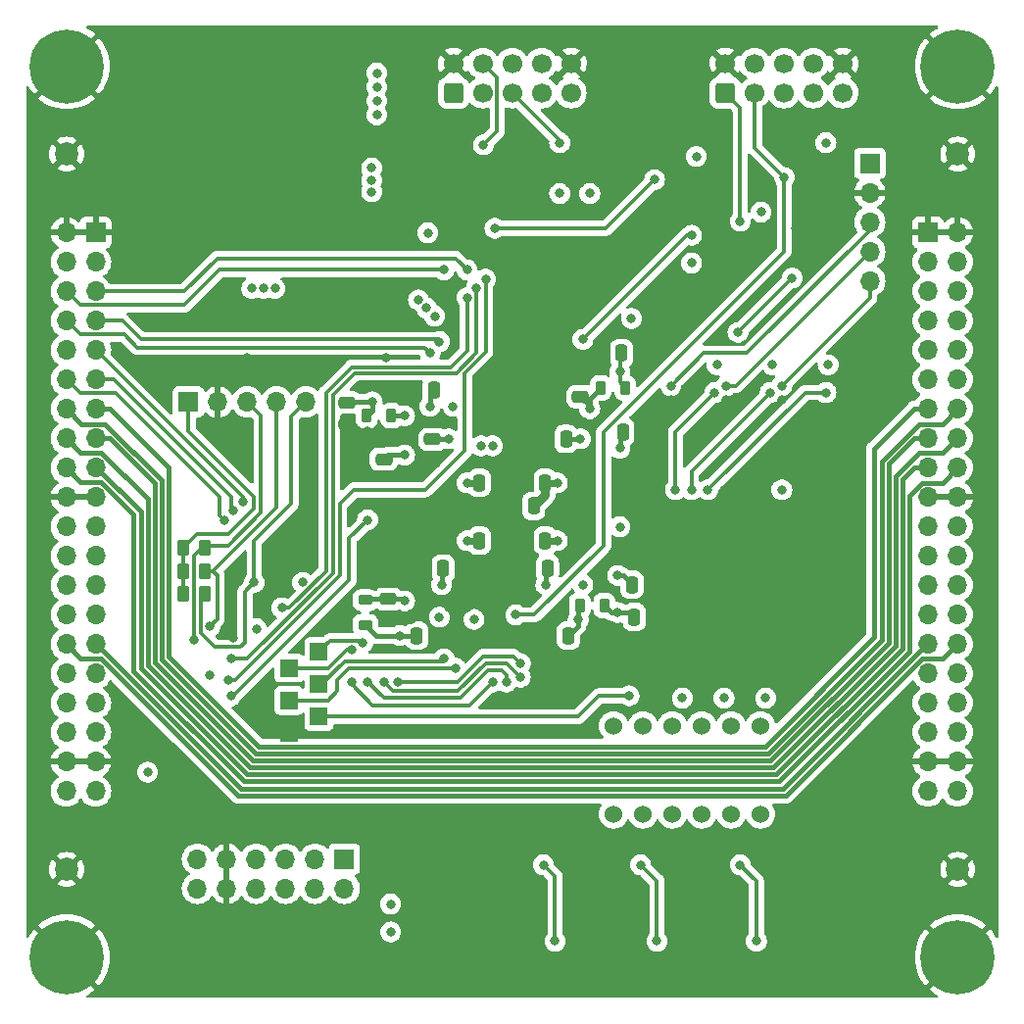
<source format=gbl>
%TF.GenerationSoftware,KiCad,Pcbnew,(6.0.5)*%
%TF.CreationDate,2025-04-13T13:17:39+02:00*%
%TF.ProjectId,LandShark,4c616e64-5368-4617-926b-2e6b69636164,rev?*%
%TF.SameCoordinates,Original*%
%TF.FileFunction,Copper,L4,Bot*%
%TF.FilePolarity,Positive*%
%FSLAX46Y46*%
G04 Gerber Fmt 4.6, Leading zero omitted, Abs format (unit mm)*
G04 Created by KiCad (PCBNEW (6.0.5)) date 2025-04-13 13:17:39*
%MOMM*%
%LPD*%
G01*
G04 APERTURE LIST*
G04 Aperture macros list*
%AMRoundRect*
0 Rectangle with rounded corners*
0 $1 Rounding radius*
0 $2 $3 $4 $5 $6 $7 $8 $9 X,Y pos of 4 corners*
0 Add a 4 corners polygon primitive as box body*
4,1,4,$2,$3,$4,$5,$6,$7,$8,$9,$2,$3,0*
0 Add four circle primitives for the rounded corners*
1,1,$1+$1,$2,$3*
1,1,$1+$1,$4,$5*
1,1,$1+$1,$6,$7*
1,1,$1+$1,$8,$9*
0 Add four rect primitives between the rounded corners*
20,1,$1+$1,$2,$3,$4,$5,0*
20,1,$1+$1,$4,$5,$6,$7,0*
20,1,$1+$1,$6,$7,$8,$9,0*
20,1,$1+$1,$8,$9,$2,$3,0*%
G04 Aperture macros list end*
%TA.AperFunction,ComponentPad*%
%ADD10C,2.000000*%
%TD*%
%TA.AperFunction,ComponentPad*%
%ADD11R,1.700000X1.700000*%
%TD*%
%TA.AperFunction,ComponentPad*%
%ADD12O,1.700000X1.700000*%
%TD*%
%TA.AperFunction,ComponentPad*%
%ADD13RoundRect,0.250000X0.600000X-0.600000X0.600000X0.600000X-0.600000X0.600000X-0.600000X-0.600000X0*%
%TD*%
%TA.AperFunction,ComponentPad*%
%ADD14C,1.700000*%
%TD*%
%TA.AperFunction,ComponentPad*%
%ADD15C,6.400000*%
%TD*%
%TA.AperFunction,ComponentPad*%
%ADD16C,1.524000*%
%TD*%
%TA.AperFunction,SMDPad,CuDef*%
%ADD17RoundRect,0.250000X-0.475000X0.250000X-0.475000X-0.250000X0.475000X-0.250000X0.475000X0.250000X0*%
%TD*%
%TA.AperFunction,SMDPad,CuDef*%
%ADD18R,1.500000X1.500000*%
%TD*%
%TA.AperFunction,SMDPad,CuDef*%
%ADD19RoundRect,0.250000X0.250000X0.475000X-0.250000X0.475000X-0.250000X-0.475000X0.250000X-0.475000X0*%
%TD*%
%TA.AperFunction,SMDPad,CuDef*%
%ADD20RoundRect,0.250000X-0.250000X-0.475000X0.250000X-0.475000X0.250000X0.475000X-0.250000X0.475000X0*%
%TD*%
%TA.AperFunction,SMDPad,CuDef*%
%ADD21RoundRect,0.250000X0.475000X-0.250000X0.475000X0.250000X-0.475000X0.250000X-0.475000X-0.250000X0*%
%TD*%
%TA.AperFunction,SMDPad,CuDef*%
%ADD22RoundRect,0.218750X-0.381250X0.218750X-0.381250X-0.218750X0.381250X-0.218750X0.381250X0.218750X0*%
%TD*%
%TA.AperFunction,SMDPad,CuDef*%
%ADD23RoundRect,0.250000X-0.262500X-0.450000X0.262500X-0.450000X0.262500X0.450000X-0.262500X0.450000X0*%
%TD*%
%TA.AperFunction,SMDPad,CuDef*%
%ADD24RoundRect,0.250000X0.262500X0.450000X-0.262500X0.450000X-0.262500X-0.450000X0.262500X-0.450000X0*%
%TD*%
%TA.AperFunction,SMDPad,CuDef*%
%ADD25RoundRect,0.218750X0.218750X0.381250X-0.218750X0.381250X-0.218750X-0.381250X0.218750X-0.381250X0*%
%TD*%
%TA.AperFunction,SMDPad,CuDef*%
%ADD26RoundRect,0.218750X-0.218750X-0.381250X0.218750X-0.381250X0.218750X0.381250X-0.218750X0.381250X0*%
%TD*%
%TA.AperFunction,ViaPad*%
%ADD27C,0.800000*%
%TD*%
%TA.AperFunction,Conductor*%
%ADD28C,0.300000*%
%TD*%
%TA.AperFunction,Conductor*%
%ADD29C,0.400000*%
%TD*%
%TA.AperFunction,Conductor*%
%ADD30C,0.800000*%
%TD*%
%TA.AperFunction,Conductor*%
%ADD31C,0.600000*%
%TD*%
G04 APERTURE END LIST*
D10*
%TO.P,TP2,1,1*%
%TO.N,GND*%
X173000000Y-69600000D03*
%TD*%
D11*
%TO.P,J2,1,Pin_1*%
%TO.N,GND*%
X170420000Y-76370000D03*
D12*
%TO.P,J2,2,Pin_2*%
X172960000Y-76370000D03*
%TO.P,J2,3,Pin_3*%
%TO.N,+5V*%
X170420000Y-78910000D03*
%TO.P,J2,4,Pin_4*%
X172960000Y-78910000D03*
%TO.P,J2,5,Pin_5*%
%TO.N,/X1_H*%
X170420000Y-81450000D03*
%TO.P,J2,6,Pin_6*%
%TO.N,/X1_L*%
X172960000Y-81450000D03*
%TO.P,J2,7,Pin_7*%
%TO.N,/X2_H*%
X170420000Y-83990000D03*
%TO.P,J2,8,Pin_8*%
%TO.N,/X2_L*%
X172960000Y-83990000D03*
%TO.P,J2,9,Pin_9*%
%TO.N,/Y1_H*%
X170420000Y-86530000D03*
%TO.P,J2,10,Pin_10*%
%TO.N,/Y1_L*%
X172960000Y-86530000D03*
%TO.P,J2,11,Pin_11*%
%TO.N,/Y2_H*%
X170420000Y-89070000D03*
%TO.P,J2,12,Pin_12*%
%TO.N,/Y2_L*%
X172960000Y-89070000D03*
%TO.P,J2,13,Pin_13*%
%TO.N,/SPI2_MOSI*%
X170420000Y-91610000D03*
%TO.P,J2,14,Pin_14*%
%TO.N,/SPI2_MISO*%
X172960000Y-91610000D03*
%TO.P,J2,15,Pin_15*%
%TO.N,/SPI2_SCK*%
X170420000Y-94150000D03*
%TO.P,J2,16,Pin_16*%
%TO.N,/SPI2_NCS*%
X172960000Y-94150000D03*
%TO.P,J2,17,Pin_17*%
%TO.N,/I2C2_SDA*%
X170420000Y-96690000D03*
%TO.P,J2,18,Pin_18*%
%TO.N,/I2C2_SCL*%
X172960000Y-96690000D03*
%TO.P,J2,19,Pin_19*%
%TO.N,GND*%
X170420000Y-99230000D03*
%TO.P,J2,20,Pin_20*%
X172960000Y-99230000D03*
%TO.P,J2,21,Pin_21*%
%TO.N,/I_X1*%
X170420000Y-101770000D03*
%TO.P,J2,22,Pin_22*%
%TO.N,/I_X2*%
X172960000Y-101770000D03*
%TO.P,J2,23,Pin_23*%
%TO.N,/I_Y1*%
X170420000Y-104310000D03*
%TO.P,J2,24,Pin_24*%
%TO.N,/I_Y2*%
X172960000Y-104310000D03*
%TO.P,J2,25,Pin_25*%
%TO.N,/V_X1*%
X170420000Y-106850000D03*
%TO.P,J2,26,Pin_26*%
%TO.N,/V_X2*%
X172960000Y-106850000D03*
%TO.P,J2,27,Pin_27*%
%TO.N,/V_Y1*%
X170420000Y-109390000D03*
%TO.P,J2,28,Pin_28*%
%TO.N,/V_Y2*%
X172960000Y-109390000D03*
%TO.P,J2,29,Pin_29*%
%TO.N,/V_VM*%
X170420000Y-111930000D03*
%TO.P,J2,30,Pin_30*%
%TO.N,/V_DRV*%
X172960000Y-111930000D03*
%TO.P,J2,31,Pin_31*%
%TO.N,/PS_GPIO0*%
X170420000Y-114470000D03*
%TO.P,J2,32,Pin_32*%
%TO.N,/PS_GPIO1*%
X172960000Y-114470000D03*
%TO.P,J2,33,Pin_33*%
%TO.N,/PS_GPIO2*%
X170420000Y-117010000D03*
%TO.P,J2,34,Pin_34*%
%TO.N,/PS_GPIO3*%
X172960000Y-117010000D03*
%TO.P,J2,35,Pin_35*%
%TO.N,/PS_GPIO4*%
X170420000Y-119550000D03*
%TO.P,J2,36,Pin_36*%
%TO.N,/PS_GPIO5*%
X172960000Y-119550000D03*
%TO.P,J2,37,Pin_37*%
%TO.N,GND*%
X170420000Y-122090000D03*
%TO.P,J2,38,Pin_38*%
X172960000Y-122090000D03*
%TO.P,J2,39,Pin_39*%
%TO.N,/VM*%
X170420000Y-124630000D03*
%TO.P,J2,40,Pin_40*%
X172960000Y-124630000D03*
%TD*%
D10*
%TO.P,TP3,1,1*%
%TO.N,GND*%
X96000000Y-131400000D03*
%TD*%
D13*
%TO.P,J4,1,Pin_1*%
%TO.N,/TCK*%
X129420000Y-64300000D03*
D14*
%TO.P,J4,2,Pin_2*%
%TO.N,GND*%
X129420000Y-61760000D03*
%TO.P,J4,3,Pin_3*%
%TO.N,/TDO*%
X131960000Y-64300000D03*
%TO.P,J4,4,Pin_4*%
%TO.N,+2V5*%
X131960000Y-61760000D03*
%TO.P,J4,5,Pin_5*%
%TO.N,/TMS*%
X134500000Y-64300000D03*
%TO.P,J4,6,Pin_6*%
%TO.N,unconnected-(J4-Pad6)*%
X134500000Y-61760000D03*
%TO.P,J4,7,Pin_7*%
%TO.N,unconnected-(J4-Pad7)*%
X137040000Y-64300000D03*
%TO.P,J4,8,Pin_8*%
%TO.N,unconnected-(J4-Pad8)*%
X137040000Y-61760000D03*
%TO.P,J4,9,Pin_9*%
%TO.N,/TDI*%
X139580000Y-64300000D03*
%TO.P,J4,10,Pin_10*%
%TO.N,GND*%
X139580000Y-61760000D03*
%TD*%
D10*
%TO.P,TP1,1,1*%
%TO.N,GND*%
X96000000Y-69600000D03*
%TD*%
D15*
%TO.P,H3,1,1*%
%TO.N,GND*%
X96000000Y-139000000D03*
%TD*%
%TO.P,H4,1,1*%
%TO.N,GND*%
X173000000Y-139000000D03*
%TD*%
%TO.P,H2,1,1*%
%TO.N,GND*%
X173000000Y-62000000D03*
%TD*%
D11*
%TO.P,J6,1,Pin_1*%
%TO.N,+5V*%
X106525000Y-91000000D03*
D12*
%TO.P,J6,2,Pin_2*%
%TO.N,GND*%
X109065000Y-91000000D03*
%TO.P,J6,3,Pin_3*%
%TO.N,Net-(J6-Pad3)*%
X111605000Y-91000000D03*
%TO.P,J6,4,Pin_4*%
%TO.N,Net-(J6-Pad4)*%
X114145000Y-91000000D03*
%TO.P,J6,5,Pin_5*%
%TO.N,Net-(J6-Pad5)*%
X116685000Y-91000000D03*
%TD*%
D11*
%TO.P,J1,1,Pin_1*%
%TO.N,GND*%
X98500000Y-76370000D03*
D12*
%TO.P,J1,2,Pin_2*%
X95960000Y-76370000D03*
%TO.P,J1,3,Pin_3*%
%TO.N,+5V*%
X98500000Y-78910000D03*
%TO.P,J1,4,Pin_4*%
X95960000Y-78910000D03*
%TO.P,J1,5,Pin_5*%
%TO.N,/I2C1_SDA*%
X98500000Y-81450000D03*
%TO.P,J1,6,Pin_6*%
%TO.N,/I2C1_SCL*%
X95960000Y-81450000D03*
%TO.P,J1,7,Pin_7*%
%TO.N,/UART1_RX*%
X98500000Y-83990000D03*
%TO.P,J1,8,Pin_8*%
%TO.N,/UART1_TX*%
X95960000Y-83990000D03*
%TO.P,J1,9,Pin_9*%
%TO.N,/SPI1_MOSI*%
X98500000Y-86530000D03*
%TO.P,J1,10,Pin_10*%
%TO.N,/SPI1_MISO*%
X95960000Y-86530000D03*
%TO.P,J1,11,Pin_11*%
%TO.N,/SPI1_SCK*%
X98500000Y-89070000D03*
%TO.P,J1,12,Pin_12*%
%TO.N,/SPI1_NCS*%
X95960000Y-89070000D03*
%TO.P,J1,13,Pin_13*%
%TO.N,/SPI2_MOSI*%
X98500000Y-91610000D03*
%TO.P,J1,14,Pin_14*%
%TO.N,/SPI2_MISO*%
X95960000Y-91610000D03*
%TO.P,J1,15,Pin_15*%
%TO.N,/SPI2_SCK*%
X98500000Y-94150000D03*
%TO.P,J1,16,Pin_16*%
%TO.N,/SPI2_NCS*%
X95960000Y-94150000D03*
%TO.P,J1,17,Pin_17*%
%TO.N,/I2C2_SDA*%
X98500000Y-96690000D03*
%TO.P,J1,18,Pin_18*%
%TO.N,/I2C2_SCL*%
X95960000Y-96690000D03*
%TO.P,J1,19,Pin_19*%
%TO.N,GND*%
X98500000Y-99230000D03*
%TO.P,J1,20,Pin_20*%
X95960000Y-99230000D03*
%TO.P,J1,21,Pin_21*%
%TO.N,/ADC0*%
X98500000Y-101770000D03*
%TO.P,J1,22,Pin_22*%
%TO.N,/ADC1*%
X95960000Y-101770000D03*
%TO.P,J1,23,Pin_23*%
%TO.N,/ADC2*%
X98500000Y-104310000D03*
%TO.P,J1,24,Pin_24*%
%TO.N,/ADC3*%
X95960000Y-104310000D03*
%TO.P,J1,25,Pin_25*%
%TO.N,/ADC4*%
X98500000Y-106850000D03*
%TO.P,J1,26,Pin_26*%
%TO.N,/ADC5*%
X95960000Y-106850000D03*
%TO.P,J1,27,Pin_27*%
%TO.N,/ADC6*%
X98500000Y-109390000D03*
%TO.P,J1,28,Pin_28*%
%TO.N,/ADC7*%
X95960000Y-109390000D03*
%TO.P,J1,29,Pin_29*%
%TO.N,/V_VM*%
X98500000Y-111930000D03*
%TO.P,J1,30,Pin_30*%
%TO.N,/V_DRV*%
X95960000Y-111930000D03*
%TO.P,J1,31,Pin_31*%
%TO.N,/MCU_GPIO0*%
X98500000Y-114470000D03*
%TO.P,J1,32,Pin_32*%
%TO.N,/MCU_GPIO1*%
X95960000Y-114470000D03*
%TO.P,J1,33,Pin_33*%
%TO.N,/MCU_GPIO2*%
X98500000Y-117010000D03*
%TO.P,J1,34,Pin_34*%
%TO.N,/MCU_GPIO3*%
X95960000Y-117010000D03*
%TO.P,J1,35,Pin_35*%
%TO.N,unconnected-(J1-Pad35)*%
X98500000Y-119550000D03*
%TO.P,J1,36,Pin_36*%
%TO.N,unconnected-(J1-Pad36)*%
X95960000Y-119550000D03*
%TO.P,J1,37,Pin_37*%
%TO.N,GND*%
X98500000Y-122090000D03*
%TO.P,J1,38,Pin_38*%
X95960000Y-122090000D03*
%TO.P,J1,39,Pin_39*%
%TO.N,/VM*%
X98500000Y-124630000D03*
%TO.P,J1,40,Pin_40*%
X95960000Y-124630000D03*
%TD*%
D10*
%TO.P,TP4,1,1*%
%TO.N,GND*%
X173000000Y-131400000D03*
%TD*%
D15*
%TO.P,H1,1,1*%
%TO.N,GND*%
X96000000Y-62000000D03*
%TD*%
D11*
%TO.P,J5,1,Pin_1*%
%TO.N,/PMOD_0*%
X120000000Y-130500000D03*
D12*
%TO.P,J5,2,Pin_2*%
%TO.N,/PMOD_1*%
X117460000Y-130500000D03*
%TO.P,J5,3,Pin_3*%
%TO.N,/PMOD_2*%
X114920000Y-130500000D03*
%TO.P,J5,4,Pin_4*%
%TO.N,/PMOD_3*%
X112380000Y-130500000D03*
%TO.P,J5,5,Pin_5*%
%TO.N,GND*%
X109840000Y-130500000D03*
%TO.P,J5,6,Pin_6*%
%TO.N,+3V3*%
X107300000Y-130500000D03*
%TO.P,J5,7,Pin_7*%
%TO.N,/PMOD_4*%
X120000000Y-133040000D03*
%TO.P,J5,8,Pin_8*%
%TO.N,/PMOD_5*%
X117460000Y-133040000D03*
%TO.P,J5,9,Pin_9*%
%TO.N,/PMOD_6*%
X114920000Y-133040000D03*
%TO.P,J5,10,Pin_10*%
%TO.N,/PMOD_7*%
X112380000Y-133040000D03*
%TO.P,J5,11,Pin_11*%
%TO.N,GND*%
X109840000Y-133040000D03*
%TO.P,J5,12,Pin_12*%
%TO.N,+3V3*%
X107300000Y-133040000D03*
%TD*%
D13*
%TO.P,J3,1,Pin_1*%
%TO.N,/DCLK*%
X152900000Y-64300000D03*
D14*
%TO.P,J3,2,Pin_2*%
%TO.N,GND*%
X152900000Y-61760000D03*
%TO.P,J3,3,Pin_3*%
%TO.N,/CONF_DONE*%
X155440000Y-64300000D03*
%TO.P,J3,4,Pin_4*%
%TO.N,+3V3*%
X155440000Y-61760000D03*
%TO.P,J3,5,Pin_5*%
%TO.N,/nCONFIG*%
X157980000Y-64300000D03*
%TO.P,J3,6,Pin_6*%
%TO.N,/nCE*%
X157980000Y-61760000D03*
%TO.P,J3,7,Pin_7*%
%TO.N,/DATA0*%
X160520000Y-64300000D03*
%TO.P,J3,8,Pin_8*%
%TO.N,/nCSO*%
X160520000Y-61760000D03*
%TO.P,J3,9,Pin_9*%
%TO.N,/ASDO*%
X163060000Y-64300000D03*
%TO.P,J3,10,Pin_10*%
%TO.N,GND*%
X163060000Y-61760000D03*
%TD*%
D16*
%TO.P,U4,1,e*%
%TO.N,Net-(R19-Pad2)*%
X143250000Y-126610000D03*
%TO.P,U4,2,d*%
%TO.N,Net-(R18-Pad2)*%
X145790000Y-126610000D03*
%TO.P,U4,3,DPX*%
%TO.N,Net-(R22-Pad2)*%
X148330000Y-126610000D03*
%TO.P,U4,4,c*%
%TO.N,Net-(R17-Pad2)*%
X150870000Y-126610000D03*
%TO.P,U4,5,g*%
%TO.N,Net-(R21-Pad2)*%
X153410000Y-126610000D03*
%TO.P,U4,6,CA4*%
%TO.N,Net-(Q1-Pad3)*%
X155950000Y-126610000D03*
%TO.P,U4,7,b*%
%TO.N,Net-(R16-Pad2)*%
X155950000Y-118990000D03*
%TO.P,U4,8,CA3*%
%TO.N,Net-(Q2-Pad3)*%
X153410000Y-118990000D03*
%TO.P,U4,9,CA2*%
%TO.N,Net-(Q3-Pad3)*%
X150870000Y-118990000D03*
%TO.P,U4,10,f*%
%TO.N,Net-(R20-Pad2)*%
X148330000Y-118990000D03*
%TO.P,U4,11,a*%
%TO.N,Net-(R15-Pad2)*%
X145790000Y-118990000D03*
%TO.P,U4,12,CA1*%
%TO.N,Net-(Q4-Pad3)*%
X143250000Y-118990000D03*
%TD*%
D11*
%TO.P,J7,1,Pin_1*%
%TO.N,+5V*%
X165400000Y-70380000D03*
D12*
%TO.P,J7,2,Pin_2*%
%TO.N,GND*%
X165400000Y-72920000D03*
%TO.P,J7,3,Pin_3*%
%TO.N,Net-(J7-Pad3)*%
X165400000Y-75460000D03*
%TO.P,J7,4,Pin_4*%
%TO.N,Net-(J7-Pad4)*%
X165400000Y-78000000D03*
%TO.P,J7,5,Pin_5*%
%TO.N,Net-(J7-Pad5)*%
X165400000Y-80540000D03*
%TD*%
D17*
%TO.P,C30,1*%
%TO.N,+2V5*%
X127600000Y-94250000D03*
%TO.P,C30,2*%
%TO.N,GND*%
X127600000Y-96150000D03*
%TD*%
D18*
%TO.P,TP10,1,1*%
%TO.N,GND*%
X115200000Y-119600000D03*
%TD*%
%TO.P,TP5,1,1*%
%TO.N,+3V3*%
X117800000Y-118200000D03*
%TD*%
D19*
%TO.P,C21,1*%
%TO.N,+3V3*%
X137350000Y-103000000D03*
%TO.P,C21,2*%
%TO.N,GND*%
X135450000Y-103000000D03*
%TD*%
D20*
%TO.P,C34,1*%
%TO.N,+1V2*%
X144050000Y-93600000D03*
%TO.P,C34,2*%
%TO.N,GND*%
X145950000Y-93600000D03*
%TD*%
D17*
%TO.P,C33,1*%
%TO.N,+1V2*%
X123800000Y-108050000D03*
%TO.P,C33,2*%
%TO.N,GND*%
X123800000Y-109950000D03*
%TD*%
D19*
%TO.P,C29,1*%
%TO.N,+1V2*%
X127750000Y-90000000D03*
%TO.P,C29,2*%
%TO.N,GND*%
X125850000Y-90000000D03*
%TD*%
D21*
%TO.P,C32,1*%
%TO.N,+1V2*%
X123400000Y-95950000D03*
%TO.P,C32,2*%
%TO.N,GND*%
X123400000Y-94050000D03*
%TD*%
D22*
%TO.P,L4,1,1*%
%TO.N,+1V2*%
X121800000Y-108137500D03*
%TO.P,L4,2,2*%
%TO.N,Net-(IC1-Pad73)*%
X121800000Y-110262500D03*
%TD*%
D20*
%TO.P,C23,1*%
%TO.N,+3V3*%
X131650000Y-103000000D03*
%TO.P,C23,2*%
%TO.N,GND*%
X133550000Y-103000000D03*
%TD*%
D19*
%TO.P,C39,1*%
%TO.N,GND*%
X128150000Y-111200000D03*
%TO.P,C39,2*%
%TO.N,Net-(IC1-Pad73)*%
X126250000Y-111200000D03*
%TD*%
%TO.P,C35,1*%
%TO.N,+3V3*%
X136350000Y-100000000D03*
%TO.P,C35,2*%
%TO.N,GND*%
X134450000Y-100000000D03*
%TD*%
%TO.P,C24,1*%
%TO.N,+2V5*%
X139150000Y-94200000D03*
%TO.P,C24,2*%
%TO.N,GND*%
X137250000Y-94200000D03*
%TD*%
%TO.P,C25,1*%
%TO.N,+1V2*%
X139350000Y-111200000D03*
%TO.P,C25,2*%
%TO.N,GND*%
X137450000Y-111200000D03*
%TD*%
D18*
%TO.P,TP8,1,1*%
%TO.N,/RES3*%
X117800000Y-115400000D03*
%TD*%
D21*
%TO.P,C27,1*%
%TO.N,+1V2*%
X140400000Y-90550000D03*
%TO.P,C27,2*%
%TO.N,GND*%
X140400000Y-88650000D03*
%TD*%
D23*
%TO.P,R29,1*%
%TO.N,+5V*%
X106087500Y-105600000D03*
%TO.P,R29,2*%
%TO.N,Net-(J6-Pad4)*%
X107912500Y-105600000D03*
%TD*%
D20*
%TO.P,C38,1*%
%TO.N,Net-(IC1-Pad109)*%
X145050000Y-109600000D03*
%TO.P,C38,2*%
%TO.N,GND*%
X146950000Y-109600000D03*
%TD*%
D24*
%TO.P,R31,1*%
%TO.N,Net-(J6-Pad5)*%
X107912500Y-107600000D03*
%TO.P,R31,2*%
%TO.N,+5V*%
X106087500Y-107600000D03*
%TD*%
D20*
%TO.P,C20,1*%
%TO.N,+3V3*%
X131650000Y-98000000D03*
%TO.P,C20,2*%
%TO.N,GND*%
X133550000Y-98000000D03*
%TD*%
%TO.P,C31,1*%
%TO.N,+1V2*%
X144850000Y-106800000D03*
%TO.P,C31,2*%
%TO.N,GND*%
X146750000Y-106800000D03*
%TD*%
D18*
%TO.P,TP6,1,1*%
%TO.N,/RES1*%
X117800000Y-112600000D03*
%TD*%
D19*
%TO.P,C22,1*%
%TO.N,+3V3*%
X137350000Y-98000000D03*
%TO.P,C22,2*%
%TO.N,GND*%
X135450000Y-98000000D03*
%TD*%
D25*
%TO.P,L2,1,1*%
%TO.N,+1V2*%
X124062500Y-92200000D03*
%TO.P,L2,2,2*%
%TO.N,Net-(IC1-Pad37)*%
X121937500Y-92200000D03*
%TD*%
D17*
%TO.P,C37,1*%
%TO.N,Net-(IC1-Pad37)*%
X120200000Y-91050000D03*
%TO.P,C37,2*%
%TO.N,GND*%
X120200000Y-92950000D03*
%TD*%
D18*
%TO.P,TP7,1,1*%
%TO.N,/RES2*%
X115200000Y-114000000D03*
%TD*%
%TO.P,TP9,1,1*%
%TO.N,/RES4*%
X115200000Y-116800000D03*
%TD*%
D19*
%TO.P,C26,1*%
%TO.N,+2V5*%
X137550000Y-105400000D03*
%TO.P,C26,2*%
%TO.N,GND*%
X135650000Y-105400000D03*
%TD*%
%TO.P,C36,1*%
%TO.N,Net-(IC1-Pad1)*%
X143950000Y-86800000D03*
%TO.P,C36,2*%
%TO.N,GND*%
X142050000Y-86800000D03*
%TD*%
D26*
%TO.P,L3,1,1*%
%TO.N,+1V2*%
X140337500Y-108600000D03*
%TO.P,L3,2,2*%
%TO.N,Net-(IC1-Pad109)*%
X142462500Y-108600000D03*
%TD*%
D24*
%TO.P,R27,1*%
%TO.N,Net-(J6-Pad3)*%
X107912500Y-103600000D03*
%TO.P,R27,2*%
%TO.N,+5V*%
X106087500Y-103600000D03*
%TD*%
D26*
%TO.P,L1,1,1*%
%TO.N,+1V2*%
X142137500Y-89800000D03*
%TO.P,L1,2,2*%
%TO.N,Net-(IC1-Pad1)*%
X144262500Y-89800000D03*
%TD*%
D19*
%TO.P,C28,1*%
%TO.N,+2V5*%
X128550000Y-105400000D03*
%TO.P,C28,2*%
%TO.N,GND*%
X126650000Y-105400000D03*
%TD*%
D27*
%TO.N,Net-(J6-Pad3)*%
X107000000Y-111600000D03*
%TO.N,Net-(J6-Pad4)*%
X108400000Y-110400000D03*
%TO.N,Net-(J6-Pad5)*%
X112200000Y-106600000D03*
%TO.N,Net-(J7-Pad3)*%
X148200000Y-89600000D03*
%TO.N,Net-(J7-Pad4)*%
X153000000Y-89600000D03*
%TO.N,Net-(J7-Pad5)*%
X157800000Y-89600000D03*
%TO.N,/ENC_A*%
X132200000Y-80400000D03*
X110000000Y-115000000D03*
%TO.N,GND*%
X102400000Y-118400000D03*
X132600000Y-91200000D03*
X148200000Y-90800000D03*
X122000000Y-93499500D03*
X109200000Y-62400000D03*
X158200000Y-131000000D03*
X114600000Y-66400000D03*
X152800000Y-98600000D03*
X145800000Y-69800000D03*
X125200000Y-102000000D03*
X134400000Y-91200000D03*
X125800000Y-109800000D03*
X105400000Y-69200000D03*
X129000000Y-108800000D03*
X153000000Y-80200000D03*
X160800000Y-100400000D03*
X120400000Y-73600000D03*
X119200000Y-77400000D03*
X112000000Y-64400000D03*
X137800000Y-119400000D03*
X129400000Y-92800000D03*
X136400000Y-112800000D03*
X146800000Y-102200000D03*
X132000000Y-73200000D03*
X123600000Y-87200000D03*
X143000000Y-91200000D03*
X109200000Y-66400000D03*
X124600000Y-89800000D03*
X130600000Y-108800000D03*
X134600000Y-104400000D03*
X157800000Y-90800000D03*
X137800000Y-100400000D03*
X137400000Y-112800000D03*
X134400000Y-96600000D03*
X147000000Y-94400000D03*
X129400000Y-73200000D03*
X159000000Y-76000000D03*
X125400000Y-105200000D03*
X132400000Y-131000000D03*
X111600000Y-87200000D03*
X146800000Y-105400000D03*
X131200000Y-100600000D03*
X141000000Y-131000000D03*
X108400000Y-125600000D03*
X149600000Y-131000000D03*
X110400000Y-111400000D03*
X153000000Y-90800000D03*
X143600000Y-97800000D03*
X114600000Y-62400000D03*
X107000000Y-77400000D03*
X161600000Y-73000000D03*
X141800000Y-88200000D03*
X114400000Y-107400000D03*
X144200000Y-111200000D03*
X146800000Y-111000000D03*
X125200000Y-97499500D03*
X126200000Y-84400000D03*
%TO.N,/ASDO*%
X154000000Y-85000000D03*
X158695000Y-80305000D03*
%TO.N,/nCSO*%
X150000000Y-76600000D03*
X140600000Y-85600000D03*
%TO.N,/DCLK*%
X154200000Y-75400000D03*
%TO.N,+3V3*%
X157000000Y-87800000D03*
X144600000Y-116400000D03*
X161600000Y-68600000D03*
X150400000Y-69800000D03*
X132800000Y-94800000D03*
X122350000Y-70800000D03*
X122800000Y-63800000D03*
X103000000Y-123000000D03*
X122800000Y-65000000D03*
X130600000Y-103000000D03*
X156400000Y-116600000D03*
X124000000Y-134400000D03*
X112400000Y-110600000D03*
X122800000Y-66200000D03*
X116400000Y-106600000D03*
X152800000Y-116600000D03*
X122350000Y-71850000D03*
X150000000Y-79000000D03*
X130600000Y-98000000D03*
X108400000Y-114600000D03*
X156000000Y-74600000D03*
X124000000Y-136800000D03*
X138400000Y-98000000D03*
X131800000Y-94800000D03*
X138400000Y-103000000D03*
X157800000Y-98600000D03*
X161800000Y-87800000D03*
X149200000Y-116600000D03*
X122350000Y-72850000D03*
X152200000Y-87800000D03*
X127200000Y-76400000D03*
X122800000Y-62600000D03*
X144800000Y-83800000D03*
%TO.N,/TMS*%
X138600000Y-68600000D03*
%TO.N,/nCE*%
X146800000Y-71800000D03*
X133000000Y-76000000D03*
%TO.N,/BTN3*%
X138200000Y-137600000D03*
X132800000Y-115200000D03*
X137200000Y-131000000D03*
X120600000Y-115200000D03*
%TO.N,/BTN2*%
X134000000Y-115200000D03*
X122000000Y-115200000D03*
X147000000Y-137600000D03*
X145600000Y-131000000D03*
%TO.N,/BTN1*%
X123400000Y-115200000D03*
X154200000Y-131000000D03*
X155600000Y-137600000D03*
X135200000Y-114800000D03*
%TO.N,/BTN0*%
X135200000Y-113600000D03*
X124600000Y-115200000D03*
%TO.N,+2V5*%
X129000000Y-94200000D03*
X113000000Y-81200000D03*
X140400000Y-94200000D03*
X140600000Y-106800000D03*
X137400000Y-106800000D03*
X141200000Y-73000000D03*
X128400000Y-106800000D03*
X132000000Y-68800000D03*
X138600000Y-73000000D03*
X112000000Y-81200000D03*
X114000000Y-81200000D03*
%TO.N,/CONF_DONE*%
X134800000Y-109400000D03*
X158000000Y-71600000D03*
%TO.N,+1V2*%
X129400000Y-91400000D03*
X125200000Y-92200000D03*
X131200000Y-109800000D03*
X140200000Y-109800000D03*
X143800000Y-101800000D03*
X125200000Y-95600000D03*
X127800000Y-83600000D03*
X127100000Y-82900000D03*
X126400000Y-82200000D03*
X143600000Y-106000000D03*
X143800000Y-95000000D03*
X125200000Y-108200000D03*
X128200000Y-109600000D03*
X141200000Y-91600000D03*
X127400000Y-91400000D03*
%TO.N,/I2C1_SDA*%
X130600000Y-79600000D03*
%TO.N,/I2C1_SCL*%
X128600000Y-79600000D03*
%TO.N,/UART1_RX*%
X128200000Y-85800000D03*
%TO.N,/UART1_TX*%
X127400000Y-86800000D03*
%TO.N,/SPI1_MOSI*%
X111200000Y-99600000D03*
%TO.N,/SPI1_SCK*%
X110400000Y-100400000D03*
%TO.N,/SPI1_NCS*%
X109600000Y-101200000D03*
%TO.N,/ENC_B*%
X110200000Y-113200000D03*
X131400000Y-81200000D03*
%TO.N,/ENC_Z*%
X130600000Y-82000000D03*
X114600000Y-108800000D03*
%TO.N,/ENC_U*%
X152000000Y-90200000D03*
X148600000Y-98600000D03*
%TO.N,/ENC_V*%
X156800000Y-90200000D03*
X150000000Y-98600000D03*
%TO.N,/ENC_W*%
X151400000Y-98600000D03*
X161600000Y-90200000D03*
%TO.N,Net-(IC1-Pad1)*%
X143800000Y-88400000D03*
%TO.N,Net-(IC1-Pad37)*%
X122400000Y-91000000D03*
%TO.N,Net-(IC1-Pad109)*%
X143600000Y-109200000D03*
%TO.N,Net-(IC1-Pad73)*%
X124800000Y-111200000D03*
%TO.N,/CLK_32*%
X122000000Y-101200000D03*
X110200000Y-116400000D03*
%TO.N,/RES1*%
X121600000Y-111800000D03*
%TO.N,/RES2*%
X120600000Y-112400000D03*
%TO.N,/RES3*%
X128600000Y-113200000D03*
%TO.N,/RES4*%
X129600000Y-114000000D03*
%TD*%
D28*
%TO.N,Net-(J6-Pad3)*%
X112800000Y-100593572D02*
X109993572Y-103400000D01*
X107912500Y-103600000D02*
X107647849Y-103600000D01*
X107000000Y-104247849D02*
X107000000Y-111600000D01*
X111605000Y-91000000D02*
X112800000Y-92195000D01*
X109993572Y-103400000D02*
X108112500Y-103400000D01*
X112800000Y-92195000D02*
X112800000Y-100593572D01*
X108112500Y-103400000D02*
X107912500Y-103600000D01*
X107647849Y-103600000D02*
X107000000Y-104247849D01*
%TO.N,Net-(J6-Pad4)*%
X114145000Y-100105000D02*
X108650000Y-105600000D01*
X108600000Y-105600000D02*
X109000000Y-106000000D01*
X108650000Y-105600000D02*
X107912500Y-105600000D01*
X107912500Y-105600000D02*
X108600000Y-105600000D01*
X109000000Y-106000000D02*
X109000000Y-109800000D01*
X114145000Y-91000000D02*
X114145000Y-100105000D01*
X109000000Y-109800000D02*
X108400000Y-110400000D01*
%TO.N,Net-(J6-Pad5)*%
X107912500Y-107600000D02*
X107600000Y-107912500D01*
X112200000Y-103000000D02*
X112200000Y-106600000D01*
X115400000Y-92285000D02*
X115400000Y-99800000D01*
X107600000Y-111000000D02*
X108800000Y-112200000D01*
X108800000Y-112200000D02*
X111000000Y-112200000D01*
X107600000Y-107912500D02*
X107600000Y-111000000D01*
X111400000Y-111800000D02*
X111400000Y-107400000D01*
X115400000Y-99800000D02*
X112200000Y-103000000D01*
X116685000Y-91000000D02*
X115400000Y-92285000D01*
X111000000Y-112200000D02*
X111400000Y-111800000D01*
X111400000Y-107400000D02*
X112200000Y-106600000D01*
%TO.N,Net-(J7-Pad3)*%
X154800000Y-86800000D02*
X151000000Y-86800000D01*
X165400000Y-76200000D02*
X154800000Y-86800000D01*
X165400000Y-75460000D02*
X165400000Y-76200000D01*
X151000000Y-86800000D02*
X148200000Y-89600000D01*
%TO.N,Net-(J7-Pad4)*%
X153800000Y-89600000D02*
X153000000Y-89600000D01*
X165400000Y-78000000D02*
X153800000Y-89600000D01*
%TO.N,Net-(J7-Pad5)*%
X165400000Y-82000000D02*
X157800000Y-89600000D01*
X165400000Y-80540000D02*
X165400000Y-82000000D01*
%TO.N,/ENC_A*%
X119600000Y-99800000D02*
X119600000Y-106000000D01*
X119600000Y-106000000D02*
X110600000Y-115000000D01*
X110600000Y-115000000D02*
X110000000Y-115000000D01*
X130400000Y-88506428D02*
X130400000Y-95200000D01*
X132200000Y-86706428D02*
X130400000Y-88506428D01*
X120800000Y-98600000D02*
X119600000Y-99800000D01*
X127000000Y-98600000D02*
X120800000Y-98600000D01*
X132200000Y-80400000D02*
X132200000Y-86706428D01*
X130400000Y-95200000D02*
X127000000Y-98600000D01*
D29*
%TO.N,GND*%
X146750000Y-94400000D02*
X145950000Y-93600000D01*
X126250500Y-97499500D02*
X127600000Y-96150000D01*
X147000000Y-94400000D02*
X146750000Y-94400000D01*
X137250000Y-94200000D02*
X136800000Y-94200000D01*
D30*
X133550000Y-103000000D02*
X134600000Y-103000000D01*
D29*
X125400000Y-105200000D02*
X126450000Y-105200000D01*
X122849500Y-93499500D02*
X123400000Y-94050000D01*
X137400000Y-112800000D02*
X137400000Y-111250000D01*
X146950000Y-109600000D02*
X146950000Y-110850000D01*
D28*
X137600000Y-119600000D02*
X137800000Y-119400000D01*
D30*
X134450000Y-98050000D02*
X134400000Y-98000000D01*
D29*
X125650000Y-109950000D02*
X125800000Y-109800000D01*
X123800000Y-109950000D02*
X125650000Y-109950000D01*
X141800000Y-88200000D02*
X141800000Y-87050000D01*
D30*
X134450000Y-100000000D02*
X134450000Y-98050000D01*
D29*
X146800000Y-105400000D02*
X146800000Y-106750000D01*
X126450000Y-105200000D02*
X126650000Y-105400000D01*
X137400000Y-111250000D02*
X137450000Y-111200000D01*
D30*
X134600000Y-104400000D02*
X134600000Y-103000000D01*
D29*
X125200000Y-97499500D02*
X126250500Y-97499500D01*
X125650000Y-89800000D02*
X125850000Y-90000000D01*
X141800000Y-87050000D02*
X142050000Y-86800000D01*
D28*
X115200000Y-119600000D02*
X137600000Y-119600000D01*
D29*
X129400000Y-109200000D02*
X129000000Y-108800000D01*
X140850000Y-88200000D02*
X140400000Y-88650000D01*
D30*
X134400000Y-96600000D02*
X134400000Y-98000000D01*
D29*
X124600000Y-89800000D02*
X125650000Y-89800000D01*
X146950000Y-110850000D02*
X146800000Y-111000000D01*
X134600000Y-104400000D02*
X134650000Y-104400000D01*
X136800000Y-94200000D02*
X134400000Y-96600000D01*
D30*
X133550000Y-98000000D02*
X134400000Y-98000000D01*
D29*
X128150000Y-111200000D02*
X128600000Y-111200000D01*
D30*
X134600000Y-103000000D02*
X135450000Y-103000000D01*
D29*
X134650000Y-104400000D02*
X135650000Y-105400000D01*
X146800000Y-106750000D02*
X146750000Y-106800000D01*
X122000000Y-93499500D02*
X120749500Y-93499500D01*
X129400000Y-110400000D02*
X129400000Y-109200000D01*
X120749500Y-93499500D02*
X120200000Y-92950000D01*
X128600000Y-111200000D02*
X129400000Y-110400000D01*
X122000000Y-93499500D02*
X122849500Y-93499500D01*
X141800000Y-88200000D02*
X140850000Y-88200000D01*
D30*
X134400000Y-98000000D02*
X135450000Y-98000000D01*
D28*
%TO.N,/ASDO*%
X154000000Y-85000000D02*
X158695000Y-80305000D01*
%TO.N,/nCSO*%
X149600000Y-76600000D02*
X150000000Y-76600000D01*
X140600000Y-85600000D02*
X149600000Y-76600000D01*
%TO.N,/DCLK*%
X154200000Y-65600000D02*
X152900000Y-64300000D01*
X154200000Y-75400000D02*
X154200000Y-65600000D01*
D31*
%TO.N,+3V3*%
X137350000Y-103000000D02*
X138400000Y-103000000D01*
D28*
X142000000Y-116400000D02*
X144600000Y-116400000D01*
D31*
X131650000Y-98000000D02*
X130600000Y-98000000D01*
D30*
X136350000Y-100000000D02*
X137350000Y-99000000D01*
D31*
X137350000Y-98000000D02*
X138400000Y-98000000D01*
D28*
X140200000Y-118200000D02*
X142000000Y-116400000D01*
D30*
X137350000Y-99000000D02*
X137350000Y-98000000D01*
D28*
X117800000Y-118200000D02*
X140200000Y-118200000D01*
D31*
X131650000Y-103000000D02*
X130600000Y-103000000D01*
D28*
%TO.N,/TMS*%
X138600000Y-68400000D02*
X134500000Y-64300000D01*
X138600000Y-68600000D02*
X138600000Y-68400000D01*
%TO.N,/nCE*%
X133000000Y-76000000D02*
X142600000Y-76000000D01*
X142600000Y-76000000D02*
X146800000Y-71800000D01*
%TO.N,/BTN3*%
X122400000Y-117200000D02*
X130800000Y-117200000D01*
X138200000Y-137600000D02*
X138200000Y-132000000D01*
X120600000Y-115200000D02*
X120600000Y-115400000D01*
X120600000Y-115400000D02*
X122400000Y-117200000D01*
X130800000Y-117200000D02*
X132800000Y-115200000D01*
X138200000Y-132000000D02*
X137200000Y-131000000D01*
%TO.N,/BTN2*%
X132400000Y-114200000D02*
X133600000Y-114200000D01*
X122000000Y-115200000D02*
X123400000Y-116600000D01*
X147000000Y-137600000D02*
X147000000Y-132400000D01*
X130000000Y-116600000D02*
X132400000Y-114200000D01*
X134000000Y-114600000D02*
X134000000Y-115200000D01*
X123400000Y-116600000D02*
X130000000Y-116600000D01*
X147000000Y-132400000D02*
X145600000Y-131000000D01*
X133600000Y-114200000D02*
X134000000Y-114600000D01*
%TO.N,/BTN1*%
X155600000Y-137600000D02*
X155600000Y-132400000D01*
X123400000Y-115200000D02*
X124200000Y-116000000D01*
X155600000Y-132400000D02*
X154200000Y-131000000D01*
X124200000Y-116000000D02*
X129800000Y-116000000D01*
X134000000Y-113600000D02*
X135200000Y-114800000D01*
X129800000Y-116000000D02*
X132200000Y-113600000D01*
X132200000Y-113600000D02*
X134000000Y-113600000D01*
%TO.N,/BTN0*%
X129800000Y-115200000D02*
X132000000Y-113000000D01*
X124600000Y-115200000D02*
X129800000Y-115200000D01*
X132000000Y-113000000D02*
X134600000Y-113000000D01*
X134600000Y-113000000D02*
X135200000Y-113600000D01*
D29*
%TO.N,+2V5*%
X128400000Y-106800000D02*
X128400000Y-105550000D01*
X137400000Y-106800000D02*
X137400000Y-105550000D01*
D28*
X133200000Y-67600000D02*
X132000000Y-68800000D01*
D29*
X137400000Y-105550000D02*
X137550000Y-105400000D01*
X140400000Y-94200000D02*
X139150000Y-94200000D01*
X128400000Y-105550000D02*
X128550000Y-105400000D01*
D28*
X133200000Y-63000000D02*
X133200000Y-67600000D01*
X131960000Y-61760000D02*
X133200000Y-63000000D01*
D29*
X129000000Y-94200000D02*
X127650000Y-94200000D01*
X127650000Y-94200000D02*
X127600000Y-94250000D01*
D28*
%TO.N,/CONF_DONE*%
X155440000Y-64300000D02*
X155440000Y-69040000D01*
X134800000Y-109400000D02*
X136400000Y-109400000D01*
X142400000Y-93600000D02*
X158000000Y-78000000D01*
X136400000Y-109400000D02*
X142400000Y-103400000D01*
X142400000Y-103400000D02*
X142400000Y-93600000D01*
X158000000Y-78000000D02*
X158000000Y-71600000D01*
X155440000Y-69040000D02*
X158000000Y-71600000D01*
%TO.N,+5V*%
X112200000Y-100200000D02*
X110000000Y-102400000D01*
X106525000Y-93525000D02*
X112200000Y-99200000D01*
X112200000Y-99200000D02*
X112200000Y-100200000D01*
X106087500Y-107600000D02*
X106087500Y-105600000D01*
X106525000Y-91000000D02*
X106525000Y-93525000D01*
X107287500Y-102400000D02*
X106087500Y-103600000D01*
X110000000Y-102400000D02*
X107287500Y-102400000D01*
X106087500Y-103600000D02*
X106087500Y-105600000D01*
D29*
%TO.N,+1V2*%
X123800000Y-108050000D02*
X125050000Y-108050000D01*
X121887500Y-108050000D02*
X121800000Y-108137500D01*
X127400000Y-90350000D02*
X127750000Y-90000000D01*
X141200000Y-90737500D02*
X142137500Y-89800000D01*
X125050000Y-108050000D02*
X125200000Y-108200000D01*
X123800000Y-108050000D02*
X121887500Y-108050000D01*
X143800000Y-95000000D02*
X143800000Y-93850000D01*
X144050000Y-106000000D02*
X144850000Y-106800000D01*
X140200000Y-109800000D02*
X140200000Y-108737500D01*
X141200000Y-91600000D02*
X141200000Y-91350000D01*
X124062500Y-92200000D02*
X125200000Y-92200000D01*
X141200000Y-91600000D02*
X141200000Y-90737500D01*
X127400000Y-91400000D02*
X127400000Y-90350000D01*
X140200000Y-108737500D02*
X140337500Y-108600000D01*
X141200000Y-91350000D02*
X140400000Y-90550000D01*
X140200000Y-109800000D02*
X140200000Y-110350000D01*
X143800000Y-93850000D02*
X144050000Y-93600000D01*
X140200000Y-110350000D02*
X139350000Y-111200000D01*
X125200000Y-95600000D02*
X123750000Y-95600000D01*
X143600000Y-106000000D02*
X144050000Y-106000000D01*
X123750000Y-95600000D02*
X123400000Y-95950000D01*
D28*
%TO.N,/I2C1_SDA*%
X109000000Y-78600000D02*
X129600000Y-78600000D01*
X129600000Y-78600000D02*
X130600000Y-79600000D01*
X106150000Y-81450000D02*
X109000000Y-78600000D01*
X98500000Y-81450000D02*
X106150000Y-81450000D01*
%TO.N,/I2C1_SCL*%
X95960000Y-81450000D02*
X97159511Y-82649511D01*
X97159511Y-82649511D02*
X106150489Y-82649511D01*
X106150489Y-82649511D02*
X109200000Y-79600000D01*
X109200000Y-79600000D02*
X128600000Y-79600000D01*
%TO.N,/UART1_RX*%
X102400000Y-85600000D02*
X100790000Y-83990000D01*
X100790000Y-83990000D02*
X98500000Y-83990000D01*
X128000000Y-85600000D02*
X102400000Y-85600000D01*
X128200000Y-85800000D02*
X128000000Y-85600000D01*
%TO.N,/UART1_TX*%
X97159511Y-85189511D02*
X95960000Y-83990000D01*
X127400000Y-86800000D02*
X126899520Y-86299520D01*
X100989511Y-85189511D02*
X97159511Y-85189511D01*
X126899520Y-86299520D02*
X102099520Y-86299520D01*
X102099520Y-86299520D02*
X100989511Y-85189511D01*
%TO.N,/SPI1_MOSI*%
X98500000Y-86530000D02*
X111200000Y-99230000D01*
X111200000Y-99230000D02*
X111200000Y-99600000D01*
%TO.N,/SPI1_SCK*%
X98500000Y-89070000D02*
X100070000Y-89070000D01*
X100070000Y-89070000D02*
X110200000Y-99200000D01*
X110200000Y-99200000D02*
X110200000Y-100200000D01*
X110200000Y-100200000D02*
X110400000Y-100400000D01*
%TO.N,/SPI1_NCS*%
X109200000Y-100800000D02*
X109600000Y-101200000D01*
X100269511Y-90269511D02*
X109200000Y-99200000D01*
X97159511Y-90269511D02*
X100269511Y-90269511D01*
X95960000Y-89070000D02*
X97159511Y-90269511D01*
X109200000Y-99200000D02*
X109200000Y-100800000D01*
D29*
%TO.N,/SPI2_MOSI*%
X165802400Y-95025519D02*
X169217919Y-91610000D01*
X165802400Y-111334905D02*
X165802400Y-95025519D01*
X99702081Y-91610000D02*
X104800000Y-96707919D01*
X156335385Y-120801920D02*
X165802400Y-111334905D01*
X104800000Y-113008600D02*
X112593320Y-120801920D01*
X112593320Y-120801920D02*
X156335385Y-120801920D01*
X169217919Y-91610000D02*
X170420000Y-91610000D01*
X104800000Y-96707919D02*
X104800000Y-113008600D01*
X98500000Y-91610000D02*
X99702081Y-91610000D01*
%TO.N,/SPI2_MISO*%
X104200000Y-113256450D02*
X112344990Y-121401440D01*
X166401920Y-96118149D02*
X169619580Y-92900489D01*
X166401920Y-111583235D02*
X166401920Y-96118149D01*
X169619580Y-92900489D02*
X171669511Y-92900489D01*
X112344990Y-121401440D02*
X156583715Y-121401440D01*
X156583715Y-121401440D02*
X166401920Y-111583235D01*
X104200000Y-97800069D02*
X104200000Y-113256450D01*
X99300420Y-92900489D02*
X104200000Y-97800069D01*
X171669511Y-92900489D02*
X172960000Y-91610000D01*
X97250489Y-92900489D02*
X99300420Y-92900489D01*
X95960000Y-91610000D02*
X97250489Y-92900489D01*
%TO.N,/SPI2_SCK*%
X112096660Y-122000960D02*
X156832045Y-122000960D01*
X103599040Y-113503340D02*
X112096660Y-122000960D01*
X167001440Y-111831565D02*
X167001440Y-96366479D01*
X169217919Y-94150000D02*
X170420000Y-94150000D01*
X99702081Y-94150000D02*
X103599040Y-98046959D01*
X167001440Y-96366479D02*
X169217919Y-94150000D01*
X156832045Y-122000960D02*
X167001440Y-111831565D01*
X103599040Y-98046959D02*
X103599040Y-113503340D01*
X98500000Y-94150000D02*
X99702081Y-94150000D01*
%TO.N,/SPI2_NCS*%
X167600960Y-112079895D02*
X167600960Y-97459109D01*
X95960000Y-94150000D02*
X97209511Y-95399511D01*
X102999520Y-99399520D02*
X102999520Y-113751670D01*
X111848330Y-122600480D02*
X157080375Y-122600480D01*
X171710489Y-95399511D02*
X172960000Y-94150000D01*
X98999511Y-95399511D02*
X102999520Y-99399520D01*
X167600960Y-97459109D02*
X169660558Y-95399511D01*
X157080375Y-122600480D02*
X167600960Y-112079895D01*
X102999520Y-113751670D02*
X111848330Y-122600480D01*
X169660558Y-95399511D02*
X171710489Y-95399511D01*
X97209511Y-95399511D02*
X98999511Y-95399511D01*
%TO.N,/I2C2_SDA*%
X102400000Y-114000000D02*
X111600000Y-123200000D01*
X168200480Y-112328225D02*
X168200480Y-97707439D01*
X168200480Y-97707439D02*
X169217919Y-96690000D01*
X102400000Y-100515075D02*
X102400000Y-114000000D01*
X98500000Y-96690000D02*
X98574925Y-96690000D01*
X157328705Y-123200000D02*
X168200480Y-112328225D01*
X111600000Y-123200000D02*
X157328705Y-123200000D01*
X169217919Y-96690000D02*
X170420000Y-96690000D01*
X98574925Y-96690000D02*
X102400000Y-100515075D01*
%TO.N,/I2C2_SCL*%
X101747849Y-100710773D02*
X101747849Y-114252150D01*
X111296179Y-123800480D02*
X157576075Y-123800480D01*
X97209511Y-97939511D02*
X98976587Y-97939511D01*
X168800000Y-112576555D02*
X168800000Y-99082924D01*
X157576075Y-123800480D02*
X168800000Y-112576555D01*
X98976587Y-97939511D02*
X101747849Y-100710773D01*
X95960000Y-96690000D02*
X97209511Y-97939511D01*
X168800000Y-99082924D02*
X169902435Y-97980489D01*
X171669511Y-97980489D02*
X172960000Y-96690000D01*
X101747849Y-114252150D02*
X111296179Y-123800480D01*
X169902435Y-97980489D02*
X171669511Y-97980489D01*
%TO.N,/V_VM*%
X157875074Y-124400000D02*
X170345074Y-111930000D01*
X98500000Y-111930000D02*
X98577849Y-111930000D01*
X98577849Y-111930000D02*
X111047849Y-124400000D01*
X170345074Y-111930000D02*
X170420000Y-111930000D01*
X111047849Y-124400000D02*
X157875074Y-124400000D01*
%TO.N,/V_DRV*%
X110800000Y-125000000D02*
X158122924Y-125000000D01*
X169943413Y-113179511D02*
X171710489Y-113179511D01*
X158122924Y-125000000D02*
X169943413Y-113179511D01*
X97209511Y-113179511D02*
X98979511Y-113179511D01*
X95960000Y-111930000D02*
X97209511Y-113179511D01*
X171710489Y-113179511D02*
X172960000Y-111930000D01*
X98979511Y-113179511D02*
X110800000Y-125000000D01*
D28*
%TO.N,/ENC_B*%
X119000000Y-90400000D02*
X120900480Y-88499520D01*
X111600000Y-113200000D02*
X119000000Y-105800000D01*
X120900480Y-88499520D02*
X129700480Y-88499520D01*
X119000000Y-105800000D02*
X119000000Y-90400000D01*
X110200000Y-113200000D02*
X111600000Y-113200000D01*
X129700480Y-88499520D02*
X131400000Y-86800000D01*
X131400000Y-86800000D02*
X131400000Y-81200000D01*
%TO.N,/ENC_Z*%
X115259970Y-108800000D02*
X118400000Y-105659970D01*
X120600000Y-88000000D02*
X129200000Y-88000000D01*
X114600000Y-108800000D02*
X115259970Y-108800000D01*
X129200000Y-88000000D02*
X130600000Y-86600000D01*
X118400000Y-105659970D02*
X118400000Y-90200000D01*
X130600000Y-86600000D02*
X130600000Y-82000000D01*
X118400000Y-90200000D02*
X120600000Y-88000000D01*
%TO.N,/ENC_U*%
X148600000Y-93600000D02*
X152000000Y-90200000D01*
X148600000Y-98600000D02*
X148600000Y-93600000D01*
%TO.N,/ENC_V*%
X150000000Y-98600000D02*
X150000000Y-97000000D01*
X150000000Y-97000000D02*
X156800000Y-90200000D01*
%TO.N,/ENC_W*%
X151400000Y-98600000D02*
X159800000Y-90200000D01*
X159800000Y-90200000D02*
X161600000Y-90200000D01*
%TO.N,Net-(IC1-Pad1)*%
X143800000Y-88400000D02*
X143800000Y-89337500D01*
X143800000Y-88400000D02*
X143800000Y-86950000D01*
X143800000Y-89337500D02*
X144262500Y-89800000D01*
X143800000Y-86950000D02*
X143950000Y-86800000D01*
D29*
%TO.N,Net-(IC1-Pad37)*%
X120250000Y-91000000D02*
X120200000Y-91050000D01*
X122400000Y-91000000D02*
X120250000Y-91000000D01*
X122400000Y-91737500D02*
X121937500Y-92200000D01*
X122400000Y-91000000D02*
X122400000Y-91737500D01*
%TO.N,Net-(IC1-Pad109)*%
X143062500Y-109200000D02*
X142462500Y-108600000D01*
X143600000Y-109200000D02*
X144650000Y-109200000D01*
X143600000Y-109200000D02*
X143062500Y-109200000D01*
X144650000Y-109200000D02*
X145050000Y-109600000D01*
%TO.N,Net-(IC1-Pad73)*%
X124800000Y-111200000D02*
X122737500Y-111200000D01*
X124800000Y-111200000D02*
X126250000Y-111200000D01*
X122737500Y-111200000D02*
X121800000Y-110262500D01*
D28*
%TO.N,/CLK_32*%
X122000000Y-101200000D02*
X120400000Y-102800000D01*
X120400000Y-102800000D02*
X120400000Y-106400000D01*
X110400000Y-116400000D02*
X110200000Y-116400000D01*
X120400000Y-106400000D02*
X110400000Y-116400000D01*
%TO.N,/RES1*%
X121450489Y-111650489D02*
X118749511Y-111650489D01*
X118749511Y-111650489D02*
X117800000Y-112600000D01*
X121600000Y-111800000D02*
X121450489Y-111650489D01*
%TO.N,/RES2*%
X115200000Y-114000000D02*
X118600000Y-114000000D01*
X118600000Y-114000000D02*
X120200000Y-112400000D01*
X120200000Y-112400000D02*
X120600000Y-112400000D01*
%TO.N,/RES3*%
X128400000Y-113400000D02*
X120053214Y-113400000D01*
X128600000Y-113200000D02*
X128400000Y-113400000D01*
X118053214Y-115400000D02*
X117800000Y-115400000D01*
X120053214Y-113400000D02*
X118053214Y-115400000D01*
%TO.N,/RES4*%
X118599022Y-116800000D02*
X119400000Y-115999022D01*
X115200000Y-116800000D02*
X118599022Y-116800000D01*
X120400000Y-114000000D02*
X129600000Y-114000000D01*
X119400000Y-115000000D02*
X120400000Y-114000000D01*
X119400000Y-115999022D02*
X119400000Y-115000000D01*
%TD*%
%TA.AperFunction,Conductor*%
%TO.N,GND*%
G36*
X171243876Y-58520502D02*
G01*
X171290369Y-58574158D01*
X171300473Y-58644432D01*
X171270979Y-58709012D01*
X171232958Y-58738767D01*
X171146398Y-58782872D01*
X171140687Y-58786169D01*
X170820265Y-58994253D01*
X170814939Y-58998123D01*
X170576165Y-59191478D01*
X170567700Y-59203733D01*
X170574034Y-59214824D01*
X175784310Y-64425100D01*
X175797386Y-64432241D01*
X175807753Y-64424784D01*
X176001877Y-64185061D01*
X176005747Y-64179735D01*
X176213831Y-63859313D01*
X176217128Y-63853602D01*
X176261233Y-63767042D01*
X176309982Y-63715427D01*
X176378897Y-63698361D01*
X176446098Y-63721262D01*
X176490250Y-63776860D01*
X176499500Y-63824245D01*
X176499500Y-137175755D01*
X176479498Y-137243876D01*
X176425842Y-137290369D01*
X176355568Y-137300473D01*
X176290988Y-137270979D01*
X176261233Y-137232958D01*
X176217128Y-137146398D01*
X176213831Y-137140687D01*
X176005747Y-136820265D01*
X176001877Y-136814939D01*
X175808522Y-136576165D01*
X175796267Y-136567700D01*
X175785176Y-136574034D01*
X170574900Y-141784310D01*
X170567759Y-141797386D01*
X170575216Y-141807753D01*
X170814935Y-142001874D01*
X170820272Y-142005751D01*
X171140685Y-142213830D01*
X171146394Y-142217126D01*
X171232958Y-142261233D01*
X171284573Y-142309981D01*
X171301639Y-142378896D01*
X171278738Y-142446098D01*
X171223141Y-142490250D01*
X171175755Y-142499500D01*
X97824245Y-142499500D01*
X97756124Y-142479498D01*
X97709631Y-142425842D01*
X97699527Y-142355568D01*
X97729021Y-142290988D01*
X97767042Y-142261233D01*
X97853606Y-142217126D01*
X97859315Y-142213830D01*
X98179728Y-142005751D01*
X98185065Y-142001874D01*
X98423835Y-141808522D01*
X98432300Y-141796267D01*
X98425966Y-141785176D01*
X95641922Y-139001132D01*
X96364408Y-139001132D01*
X96364539Y-139002965D01*
X96368790Y-139009580D01*
X98784310Y-141425100D01*
X98797386Y-141432241D01*
X98807753Y-141424784D01*
X99001877Y-141185061D01*
X99005747Y-141179735D01*
X99213831Y-140859313D01*
X99217128Y-140853603D01*
X99390578Y-140513189D01*
X99393260Y-140507164D01*
X99530171Y-140150498D01*
X99532212Y-140144216D01*
X99631094Y-139775184D01*
X99632465Y-139768734D01*
X99692234Y-139391371D01*
X99692920Y-139384833D01*
X99712916Y-139003301D01*
X169287084Y-139003301D01*
X169307080Y-139384833D01*
X169307766Y-139391371D01*
X169367535Y-139768734D01*
X169368906Y-139775184D01*
X169467788Y-140144216D01*
X169469829Y-140150498D01*
X169606740Y-140507164D01*
X169609422Y-140513189D01*
X169782872Y-140853603D01*
X169786169Y-140859313D01*
X169994253Y-141179735D01*
X169998123Y-141185061D01*
X170191478Y-141423835D01*
X170203733Y-141432300D01*
X170214824Y-141425966D01*
X172627978Y-139012812D01*
X172635592Y-138998868D01*
X172635461Y-138997035D01*
X172631210Y-138990420D01*
X170215690Y-136574900D01*
X170202614Y-136567759D01*
X170192247Y-136575216D01*
X169998123Y-136814939D01*
X169994253Y-136820265D01*
X169786169Y-137140687D01*
X169782872Y-137146397D01*
X169609422Y-137486811D01*
X169606740Y-137492836D01*
X169469829Y-137849502D01*
X169467788Y-137855784D01*
X169368906Y-138224816D01*
X169367535Y-138231266D01*
X169307766Y-138608629D01*
X169307080Y-138615167D01*
X169287084Y-138996699D01*
X169287084Y-139003301D01*
X99712916Y-139003301D01*
X99712916Y-138996699D01*
X99692920Y-138615167D01*
X99692234Y-138608629D01*
X99632465Y-138231266D01*
X99631094Y-138224816D01*
X99532212Y-137855784D01*
X99530171Y-137849502D01*
X99393260Y-137492836D01*
X99390578Y-137486811D01*
X99217128Y-137146397D01*
X99213831Y-137140687D01*
X99005747Y-136820265D01*
X99001877Y-136814939D01*
X98989780Y-136800000D01*
X123094540Y-136800000D01*
X123095230Y-136806565D01*
X123110160Y-136948614D01*
X123114326Y-136988256D01*
X123172821Y-137168284D01*
X123176124Y-137174006D01*
X123176125Y-137174007D01*
X123239960Y-137284573D01*
X123267467Y-137332216D01*
X123271885Y-137337123D01*
X123271886Y-137337124D01*
X123339075Y-137411744D01*
X123394129Y-137472888D01*
X123547270Y-137584151D01*
X123720197Y-137661144D01*
X123818212Y-137681978D01*
X123898897Y-137699128D01*
X123898901Y-137699128D01*
X123905354Y-137700500D01*
X124094646Y-137700500D01*
X124101099Y-137699128D01*
X124101103Y-137699128D01*
X124181788Y-137681978D01*
X124279803Y-137661144D01*
X124452730Y-137584151D01*
X124605871Y-137472888D01*
X124660926Y-137411744D01*
X124728114Y-137337124D01*
X124728115Y-137337123D01*
X124732533Y-137332216D01*
X124760040Y-137284573D01*
X124823875Y-137174007D01*
X124823876Y-137174006D01*
X124827179Y-137168284D01*
X124885674Y-136988256D01*
X124889841Y-136948614D01*
X124904770Y-136806565D01*
X124905460Y-136800000D01*
X124885674Y-136611744D01*
X124827179Y-136431716D01*
X124732533Y-136267784D01*
X124685627Y-136215690D01*
X124610286Y-136132015D01*
X124610284Y-136132014D01*
X124605871Y-136127112D01*
X124452730Y-136015849D01*
X124279803Y-135938856D01*
X124181788Y-135918022D01*
X124101103Y-135900872D01*
X124101099Y-135900872D01*
X124094646Y-135899500D01*
X123905354Y-135899500D01*
X123898901Y-135900872D01*
X123898897Y-135900872D01*
X123818212Y-135918022D01*
X123720197Y-135938856D01*
X123547270Y-136015849D01*
X123394129Y-136127112D01*
X123389716Y-136132014D01*
X123389714Y-136132015D01*
X123314373Y-136215690D01*
X123267467Y-136267784D01*
X123172821Y-136431716D01*
X123114326Y-136611744D01*
X123094540Y-136800000D01*
X98989780Y-136800000D01*
X98808522Y-136576165D01*
X98796267Y-136567700D01*
X98785176Y-136574034D01*
X96372022Y-138987188D01*
X96364408Y-139001132D01*
X95641922Y-139001132D01*
X93215690Y-136574900D01*
X93202614Y-136567759D01*
X93192247Y-136575216D01*
X92998123Y-136814939D01*
X92994253Y-136820265D01*
X92786169Y-137140687D01*
X92782872Y-137146398D01*
X92738767Y-137232958D01*
X92690018Y-137284573D01*
X92621103Y-137301639D01*
X92553902Y-137278738D01*
X92509750Y-137223140D01*
X92500500Y-137175755D01*
X92500500Y-136203733D01*
X93567700Y-136203733D01*
X93574034Y-136214824D01*
X95987188Y-138627978D01*
X96001132Y-138635592D01*
X96002965Y-138635461D01*
X96009580Y-138631210D01*
X98425100Y-136215690D01*
X98432241Y-136202614D01*
X98424784Y-136192247D01*
X98185065Y-135998126D01*
X98179728Y-135994249D01*
X97859315Y-135786170D01*
X97853606Y-135782873D01*
X97513189Y-135609422D01*
X97507164Y-135606740D01*
X97150498Y-135469829D01*
X97144216Y-135467788D01*
X96775184Y-135368906D01*
X96768734Y-135367535D01*
X96391371Y-135307766D01*
X96384833Y-135307080D01*
X96003301Y-135287084D01*
X95996699Y-135287084D01*
X95615167Y-135307080D01*
X95608629Y-135307766D01*
X95231266Y-135367535D01*
X95224816Y-135368906D01*
X94855784Y-135467788D01*
X94849502Y-135469829D01*
X94492836Y-135606740D01*
X94486811Y-135609422D01*
X94146397Y-135782872D01*
X94140687Y-135786169D01*
X93820265Y-135994253D01*
X93814939Y-135998123D01*
X93576165Y-136191478D01*
X93567700Y-136203733D01*
X92500500Y-136203733D01*
X92500500Y-134400000D01*
X123094540Y-134400000D01*
X123114326Y-134588256D01*
X123172821Y-134768284D01*
X123267467Y-134932216D01*
X123394129Y-135072888D01*
X123547270Y-135184151D01*
X123720197Y-135261144D01*
X123818212Y-135281978D01*
X123898897Y-135299128D01*
X123898901Y-135299128D01*
X123905354Y-135300500D01*
X124094646Y-135300500D01*
X124101099Y-135299128D01*
X124101103Y-135299128D01*
X124181788Y-135281978D01*
X124279803Y-135261144D01*
X124452730Y-135184151D01*
X124605871Y-135072888D01*
X124732533Y-134932216D01*
X124827179Y-134768284D01*
X124885674Y-134588256D01*
X124905460Y-134400000D01*
X124895626Y-134306433D01*
X124886364Y-134218307D01*
X124886364Y-134218305D01*
X124885674Y-134211744D01*
X124827179Y-134031716D01*
X124732533Y-133867784D01*
X124715349Y-133848699D01*
X124610286Y-133732015D01*
X124610284Y-133732014D01*
X124605871Y-133727112D01*
X124452730Y-133615849D01*
X124279803Y-133538856D01*
X124153610Y-133512033D01*
X124101103Y-133500872D01*
X124101099Y-133500872D01*
X124094646Y-133499500D01*
X123905354Y-133499500D01*
X123898901Y-133500872D01*
X123898897Y-133500872D01*
X123846390Y-133512033D01*
X123720197Y-133538856D01*
X123547270Y-133615849D01*
X123394129Y-133727112D01*
X123389716Y-133732014D01*
X123389714Y-133732015D01*
X123284651Y-133848699D01*
X123267467Y-133867784D01*
X123172821Y-134031716D01*
X123114326Y-134211744D01*
X123113636Y-134218305D01*
X123113636Y-134218307D01*
X123104374Y-134306433D01*
X123094540Y-134400000D01*
X92500500Y-134400000D01*
X92500500Y-133040000D01*
X105944341Y-133040000D01*
X105964937Y-133275408D01*
X106026097Y-133503663D01*
X106028419Y-133508643D01*
X106028420Y-133508645D01*
X106110121Y-133683851D01*
X106125965Y-133717829D01*
X106261505Y-133911401D01*
X106428599Y-134078495D01*
X106433107Y-134081652D01*
X106433110Y-134081654D01*
X106617661Y-134210878D01*
X106622170Y-134214035D01*
X106627152Y-134216358D01*
X106627157Y-134216361D01*
X106831355Y-134311580D01*
X106836337Y-134313903D01*
X106841645Y-134315325D01*
X106841647Y-134315326D01*
X107059277Y-134373639D01*
X107064592Y-134375063D01*
X107300000Y-134395659D01*
X107535408Y-134375063D01*
X107540723Y-134373639D01*
X107758353Y-134315326D01*
X107758355Y-134315325D01*
X107763663Y-134313903D01*
X107768645Y-134311580D01*
X107972843Y-134216361D01*
X107972848Y-134216358D01*
X107977830Y-134214035D01*
X107982339Y-134210878D01*
X108166890Y-134081654D01*
X108166893Y-134081652D01*
X108171401Y-134078495D01*
X108338495Y-133911401D01*
X108464358Y-133731649D01*
X108519814Y-133687322D01*
X108590433Y-133680013D01*
X108653794Y-133712043D01*
X108675003Y-133738086D01*
X108737694Y-133840388D01*
X108743777Y-133848699D01*
X108883213Y-134009667D01*
X108890580Y-134016883D01*
X109054434Y-134152916D01*
X109062881Y-134158831D01*
X109246756Y-134266279D01*
X109256042Y-134270729D01*
X109455001Y-134346703D01*
X109464899Y-134349579D01*
X109568250Y-134370606D01*
X109582299Y-134369410D01*
X109586000Y-134359065D01*
X109586000Y-134358517D01*
X110094000Y-134358517D01*
X110098064Y-134372359D01*
X110111478Y-134374393D01*
X110118184Y-134373534D01*
X110128262Y-134371392D01*
X110332255Y-134310191D01*
X110341842Y-134306433D01*
X110533095Y-134212739D01*
X110541945Y-134207464D01*
X110715328Y-134083792D01*
X110723200Y-134077139D01*
X110874052Y-133926812D01*
X110880730Y-133918965D01*
X111005002Y-133746022D01*
X111007003Y-133742692D01*
X111059237Y-133694606D01*
X111129175Y-133682394D01*
X111194613Y-133709931D01*
X111218215Y-133735324D01*
X111341505Y-133911401D01*
X111508599Y-134078495D01*
X111513107Y-134081652D01*
X111513110Y-134081654D01*
X111697661Y-134210878D01*
X111702170Y-134214035D01*
X111707152Y-134216358D01*
X111707157Y-134216361D01*
X111911355Y-134311580D01*
X111916337Y-134313903D01*
X111921645Y-134315325D01*
X111921647Y-134315326D01*
X112139277Y-134373639D01*
X112144592Y-134375063D01*
X112380000Y-134395659D01*
X112615408Y-134375063D01*
X112620723Y-134373639D01*
X112838353Y-134315326D01*
X112838355Y-134315325D01*
X112843663Y-134313903D01*
X112848645Y-134311580D01*
X113052843Y-134216361D01*
X113052848Y-134216358D01*
X113057830Y-134214035D01*
X113062339Y-134210878D01*
X113246890Y-134081654D01*
X113246893Y-134081652D01*
X113251401Y-134078495D01*
X113418495Y-133911401D01*
X113546787Y-133728180D01*
X113602244Y-133683851D01*
X113672863Y-133676542D01*
X113736224Y-133708572D01*
X113753212Y-133728179D01*
X113881505Y-133911401D01*
X114048599Y-134078495D01*
X114053107Y-134081652D01*
X114053110Y-134081654D01*
X114237661Y-134210878D01*
X114242170Y-134214035D01*
X114247152Y-134216358D01*
X114247157Y-134216361D01*
X114451355Y-134311580D01*
X114456337Y-134313903D01*
X114461645Y-134315325D01*
X114461647Y-134315326D01*
X114679277Y-134373639D01*
X114684592Y-134375063D01*
X114920000Y-134395659D01*
X115155408Y-134375063D01*
X115160723Y-134373639D01*
X115378353Y-134315326D01*
X115378355Y-134315325D01*
X115383663Y-134313903D01*
X115388645Y-134311580D01*
X115592843Y-134216361D01*
X115592848Y-134216358D01*
X115597830Y-134214035D01*
X115602339Y-134210878D01*
X115786890Y-134081654D01*
X115786893Y-134081652D01*
X115791401Y-134078495D01*
X115958495Y-133911401D01*
X116086787Y-133728180D01*
X116142244Y-133683851D01*
X116212863Y-133676542D01*
X116276224Y-133708572D01*
X116293212Y-133728179D01*
X116421505Y-133911401D01*
X116588599Y-134078495D01*
X116593107Y-134081652D01*
X116593110Y-134081654D01*
X116777661Y-134210878D01*
X116782170Y-134214035D01*
X116787152Y-134216358D01*
X116787157Y-134216361D01*
X116991355Y-134311580D01*
X116996337Y-134313903D01*
X117001645Y-134315325D01*
X117001647Y-134315326D01*
X117219277Y-134373639D01*
X117224592Y-134375063D01*
X117460000Y-134395659D01*
X117695408Y-134375063D01*
X117700723Y-134373639D01*
X117918353Y-134315326D01*
X117918355Y-134315325D01*
X117923663Y-134313903D01*
X117928645Y-134311580D01*
X118132843Y-134216361D01*
X118132848Y-134216358D01*
X118137830Y-134214035D01*
X118142339Y-134210878D01*
X118326890Y-134081654D01*
X118326893Y-134081652D01*
X118331401Y-134078495D01*
X118498495Y-133911401D01*
X118626787Y-133728180D01*
X118682244Y-133683851D01*
X118752863Y-133676542D01*
X118816224Y-133708572D01*
X118833212Y-133728179D01*
X118961505Y-133911401D01*
X119128599Y-134078495D01*
X119133107Y-134081652D01*
X119133110Y-134081654D01*
X119317661Y-134210878D01*
X119322170Y-134214035D01*
X119327152Y-134216358D01*
X119327157Y-134216361D01*
X119531355Y-134311580D01*
X119536337Y-134313903D01*
X119541645Y-134315325D01*
X119541647Y-134315326D01*
X119759277Y-134373639D01*
X119764592Y-134375063D01*
X120000000Y-134395659D01*
X120235408Y-134375063D01*
X120240723Y-134373639D01*
X120458353Y-134315326D01*
X120458355Y-134315325D01*
X120463663Y-134313903D01*
X120468645Y-134311580D01*
X120672843Y-134216361D01*
X120672848Y-134216358D01*
X120677830Y-134214035D01*
X120682339Y-134210878D01*
X120866890Y-134081654D01*
X120866893Y-134081652D01*
X120871401Y-134078495D01*
X121038495Y-133911401D01*
X121174035Y-133717829D01*
X121189880Y-133683851D01*
X121271580Y-133508645D01*
X121271581Y-133508643D01*
X121273903Y-133503663D01*
X121335063Y-133275408D01*
X121355659Y-133040000D01*
X121335063Y-132804592D01*
X121333639Y-132799277D01*
X121275326Y-132581647D01*
X121275325Y-132581645D01*
X121273903Y-132576337D01*
X121270000Y-132567967D01*
X121176358Y-132367152D01*
X121176356Y-132367149D01*
X121174035Y-132362171D01*
X121038495Y-132168599D01*
X120918885Y-132048989D01*
X120884859Y-131986677D01*
X120889924Y-131915862D01*
X120932471Y-131859026D01*
X120963752Y-131841912D01*
X121084419Y-131796677D01*
X121084420Y-131796676D01*
X121092824Y-131793526D01*
X121100003Y-131788146D01*
X121100006Y-131788144D01*
X121200365Y-131712928D01*
X121207546Y-131707546D01*
X121230614Y-131676767D01*
X121288144Y-131600006D01*
X121288146Y-131600003D01*
X121293526Y-131592824D01*
X121343851Y-131458580D01*
X121346688Y-131432471D01*
X121350131Y-131400774D01*
X121350131Y-131400773D01*
X121350500Y-131397377D01*
X121350500Y-131000000D01*
X136294540Y-131000000D01*
X136295230Y-131006565D01*
X136312707Y-131172848D01*
X136314326Y-131188256D01*
X136372821Y-131368284D01*
X136376124Y-131374006D01*
X136376125Y-131374007D01*
X136457026Y-131514131D01*
X136467467Y-131532216D01*
X136471885Y-131537123D01*
X136471886Y-131537124D01*
X136588637Y-131666788D01*
X136594129Y-131672888D01*
X136599468Y-131676767D01*
X136716749Y-131761976D01*
X136747270Y-131784151D01*
X136920197Y-131861144D01*
X137009158Y-131880053D01*
X137098897Y-131899128D01*
X137098901Y-131899128D01*
X137105354Y-131900500D01*
X137128364Y-131900500D01*
X137196485Y-131920502D01*
X137217459Y-131937405D01*
X137512595Y-132232541D01*
X137546621Y-132294853D01*
X137549500Y-132321636D01*
X137549500Y-136928311D01*
X137529498Y-136996432D01*
X137517136Y-137012620D01*
X137467467Y-137067784D01*
X137372821Y-137231716D01*
X137314326Y-137411744D01*
X137294540Y-137600000D01*
X137295230Y-137606565D01*
X137304959Y-137699128D01*
X137314326Y-137788256D01*
X137372821Y-137968284D01*
X137467467Y-138132216D01*
X137471885Y-138137123D01*
X137471886Y-138137124D01*
X137550845Y-138224816D01*
X137594129Y-138272888D01*
X137747270Y-138384151D01*
X137920197Y-138461144D01*
X138018212Y-138481978D01*
X138098897Y-138499128D01*
X138098901Y-138499128D01*
X138105354Y-138500500D01*
X138294646Y-138500500D01*
X138301099Y-138499128D01*
X138301103Y-138499128D01*
X138381788Y-138481978D01*
X138479803Y-138461144D01*
X138652730Y-138384151D01*
X138805871Y-138272888D01*
X138849156Y-138224816D01*
X138928114Y-138137124D01*
X138928115Y-138137123D01*
X138932533Y-138132216D01*
X139027179Y-137968284D01*
X139085674Y-137788256D01*
X139095042Y-137699128D01*
X139104770Y-137606565D01*
X139105460Y-137600000D01*
X139085674Y-137411744D01*
X139027179Y-137231716D01*
X138932533Y-137067784D01*
X138882864Y-137012621D01*
X138852147Y-136948614D01*
X138850500Y-136928311D01*
X138850500Y-132081001D01*
X138851049Y-132069360D01*
X138852760Y-132061704D01*
X138850562Y-131991756D01*
X138850500Y-131987799D01*
X138850500Y-131959075D01*
X138849962Y-131954812D01*
X138849029Y-131942973D01*
X138847847Y-131905357D01*
X138847598Y-131897431D01*
X138841719Y-131877193D01*
X138837711Y-131857839D01*
X138836065Y-131844808D01*
X138836065Y-131844806D01*
X138835071Y-131836942D01*
X138827475Y-131817756D01*
X138818301Y-131794584D01*
X138814456Y-131783354D01*
X138803956Y-131747212D01*
X138803956Y-131747211D01*
X138801745Y-131739602D01*
X138797712Y-131732783D01*
X138797710Y-131732778D01*
X138791020Y-131721467D01*
X138782320Y-131703708D01*
X138777488Y-131691504D01*
X138774568Y-131684129D01*
X138747791Y-131647273D01*
X138741275Y-131637353D01*
X138722119Y-131604963D01*
X138718081Y-131598135D01*
X138703188Y-131583242D01*
X138690347Y-131568208D01*
X138682623Y-131557577D01*
X138677963Y-131551163D01*
X138642856Y-131522120D01*
X138634077Y-131514131D01*
X138135310Y-131015364D01*
X138126920Y-131000000D01*
X144694540Y-131000000D01*
X144695230Y-131006565D01*
X144712707Y-131172848D01*
X144714326Y-131188256D01*
X144772821Y-131368284D01*
X144776124Y-131374006D01*
X144776125Y-131374007D01*
X144857026Y-131514131D01*
X144867467Y-131532216D01*
X144871885Y-131537123D01*
X144871886Y-131537124D01*
X144988637Y-131666788D01*
X144994129Y-131672888D01*
X144999468Y-131676767D01*
X145116749Y-131761976D01*
X145147270Y-131784151D01*
X145320197Y-131861144D01*
X145409158Y-131880053D01*
X145498897Y-131899128D01*
X145498901Y-131899128D01*
X145505354Y-131900500D01*
X145528364Y-131900500D01*
X145596485Y-131920502D01*
X145617459Y-131937405D01*
X146312595Y-132632541D01*
X146346621Y-132694853D01*
X146349500Y-132721636D01*
X146349500Y-136928311D01*
X146329498Y-136996432D01*
X146317136Y-137012620D01*
X146267467Y-137067784D01*
X146172821Y-137231716D01*
X146114326Y-137411744D01*
X146094540Y-137600000D01*
X146095230Y-137606565D01*
X146104959Y-137699128D01*
X146114326Y-137788256D01*
X146172821Y-137968284D01*
X146267467Y-138132216D01*
X146271885Y-138137123D01*
X146271886Y-138137124D01*
X146350845Y-138224816D01*
X146394129Y-138272888D01*
X146547270Y-138384151D01*
X146720197Y-138461144D01*
X146818212Y-138481978D01*
X146898897Y-138499128D01*
X146898901Y-138499128D01*
X146905354Y-138500500D01*
X147094646Y-138500500D01*
X147101099Y-138499128D01*
X147101103Y-138499128D01*
X147181788Y-138481978D01*
X147279803Y-138461144D01*
X147452730Y-138384151D01*
X147605871Y-138272888D01*
X147649156Y-138224816D01*
X147728114Y-138137124D01*
X147728115Y-138137123D01*
X147732533Y-138132216D01*
X147827179Y-137968284D01*
X147885674Y-137788256D01*
X147895042Y-137699128D01*
X147904770Y-137606565D01*
X147905460Y-137600000D01*
X147885674Y-137411744D01*
X147827179Y-137231716D01*
X147732533Y-137067784D01*
X147682864Y-137012621D01*
X147652147Y-136948614D01*
X147650500Y-136928311D01*
X147650500Y-132481000D01*
X147651049Y-132469360D01*
X147652760Y-132461704D01*
X147650562Y-132391769D01*
X147650500Y-132387812D01*
X147650500Y-132359075D01*
X147649961Y-132354804D01*
X147649028Y-132342966D01*
X147647846Y-132305356D01*
X147647597Y-132297431D01*
X147645385Y-132289817D01*
X147645384Y-132289812D01*
X147641722Y-132277208D01*
X147637711Y-132257843D01*
X147636064Y-132244807D01*
X147635071Y-132236942D01*
X147618297Y-132194577D01*
X147614459Y-132183369D01*
X147601744Y-132139602D01*
X147591018Y-132121464D01*
X147582323Y-132103716D01*
X147577487Y-132091501D01*
X147577486Y-132091500D01*
X147574568Y-132084129D01*
X147547782Y-132047262D01*
X147541275Y-132037354D01*
X147522117Y-132004958D01*
X147522113Y-132004953D01*
X147518081Y-131998135D01*
X147503188Y-131983242D01*
X147490347Y-131968208D01*
X147482623Y-131957577D01*
X147477963Y-131951163D01*
X147442856Y-131922120D01*
X147434077Y-131914131D01*
X146535310Y-131015364D01*
X146526920Y-131000000D01*
X153294540Y-131000000D01*
X153295230Y-131006565D01*
X153312707Y-131172848D01*
X153314326Y-131188256D01*
X153372821Y-131368284D01*
X153376124Y-131374006D01*
X153376125Y-131374007D01*
X153457026Y-131514131D01*
X153467467Y-131532216D01*
X153471885Y-131537123D01*
X153471886Y-131537124D01*
X153588637Y-131666788D01*
X153594129Y-131672888D01*
X153599468Y-131676767D01*
X153716749Y-131761976D01*
X153747270Y-131784151D01*
X153920197Y-131861144D01*
X154009158Y-131880053D01*
X154098897Y-131899128D01*
X154098901Y-131899128D01*
X154105354Y-131900500D01*
X154128364Y-131900500D01*
X154196485Y-131920502D01*
X154217459Y-131937405D01*
X154912595Y-132632541D01*
X154946621Y-132694853D01*
X154949500Y-132721636D01*
X154949500Y-136928311D01*
X154929498Y-136996432D01*
X154917136Y-137012620D01*
X154867467Y-137067784D01*
X154772821Y-137231716D01*
X154714326Y-137411744D01*
X154694540Y-137600000D01*
X154695230Y-137606565D01*
X154704959Y-137699128D01*
X154714326Y-137788256D01*
X154772821Y-137968284D01*
X154867467Y-138132216D01*
X154871885Y-138137123D01*
X154871886Y-138137124D01*
X154950845Y-138224816D01*
X154994129Y-138272888D01*
X155147270Y-138384151D01*
X155320197Y-138461144D01*
X155418212Y-138481978D01*
X155498897Y-138499128D01*
X155498901Y-138499128D01*
X155505354Y-138500500D01*
X155694646Y-138500500D01*
X155701099Y-138499128D01*
X155701103Y-138499128D01*
X155781788Y-138481978D01*
X155879803Y-138461144D01*
X156052730Y-138384151D01*
X156205871Y-138272888D01*
X156249156Y-138224816D01*
X156328114Y-138137124D01*
X156328115Y-138137123D01*
X156332533Y-138132216D01*
X156427179Y-137968284D01*
X156485674Y-137788256D01*
X156495042Y-137699128D01*
X156504770Y-137606565D01*
X156505460Y-137600000D01*
X156485674Y-137411744D01*
X156427179Y-137231716D01*
X156332533Y-137067784D01*
X156282864Y-137012621D01*
X156252147Y-136948614D01*
X156250500Y-136928311D01*
X156250500Y-136203733D01*
X170567700Y-136203733D01*
X170574034Y-136214824D01*
X172987188Y-138627978D01*
X173001132Y-138635592D01*
X173002965Y-138635461D01*
X173009580Y-138631210D01*
X175425100Y-136215690D01*
X175432241Y-136202614D01*
X175424784Y-136192247D01*
X175185065Y-135998126D01*
X175179728Y-135994249D01*
X174859315Y-135786170D01*
X174853606Y-135782873D01*
X174513189Y-135609422D01*
X174507164Y-135606740D01*
X174150498Y-135469829D01*
X174144216Y-135467788D01*
X173775184Y-135368906D01*
X173768734Y-135367535D01*
X173391371Y-135307766D01*
X173384833Y-135307080D01*
X173003301Y-135287084D01*
X172996699Y-135287084D01*
X172615167Y-135307080D01*
X172608629Y-135307766D01*
X172231266Y-135367535D01*
X172224816Y-135368906D01*
X171855784Y-135467788D01*
X171849502Y-135469829D01*
X171492836Y-135606740D01*
X171486811Y-135609422D01*
X171146397Y-135782872D01*
X171140687Y-135786169D01*
X170820265Y-135994253D01*
X170814939Y-135998123D01*
X170576165Y-136191478D01*
X170567700Y-136203733D01*
X156250500Y-136203733D01*
X156250500Y-132632670D01*
X172132160Y-132632670D01*
X172137887Y-132640320D01*
X172309042Y-132745205D01*
X172317837Y-132749687D01*
X172527988Y-132836734D01*
X172537373Y-132839783D01*
X172758554Y-132892885D01*
X172768301Y-132894428D01*
X172995070Y-132912275D01*
X173004930Y-132912275D01*
X173231699Y-132894428D01*
X173241446Y-132892885D01*
X173462627Y-132839783D01*
X173472012Y-132836734D01*
X173682163Y-132749687D01*
X173690958Y-132745205D01*
X173858445Y-132642568D01*
X173867907Y-132632110D01*
X173864124Y-132623334D01*
X173012812Y-131772022D01*
X172998868Y-131764408D01*
X172997035Y-131764539D01*
X172990420Y-131768790D01*
X172138920Y-132620290D01*
X172132160Y-132632670D01*
X156250500Y-132632670D01*
X156250500Y-132481000D01*
X156251049Y-132469360D01*
X156252760Y-132461704D01*
X156250562Y-132391769D01*
X156250500Y-132387812D01*
X156250500Y-132359075D01*
X156249961Y-132354804D01*
X156249028Y-132342966D01*
X156247846Y-132305356D01*
X156247597Y-132297431D01*
X156245385Y-132289817D01*
X156245384Y-132289812D01*
X156241722Y-132277208D01*
X156237711Y-132257843D01*
X156236064Y-132244807D01*
X156235071Y-132236942D01*
X156218297Y-132194577D01*
X156214459Y-132183369D01*
X156201744Y-132139602D01*
X156191018Y-132121464D01*
X156182323Y-132103716D01*
X156177487Y-132091501D01*
X156177486Y-132091500D01*
X156174568Y-132084129D01*
X156147782Y-132047262D01*
X156141275Y-132037354D01*
X156122117Y-132004958D01*
X156122113Y-132004953D01*
X156118081Y-131998135D01*
X156103188Y-131983242D01*
X156090347Y-131968208D01*
X156082623Y-131957577D01*
X156077963Y-131951163D01*
X156042856Y-131922120D01*
X156034077Y-131914131D01*
X155524876Y-131404930D01*
X171487725Y-131404930D01*
X171505572Y-131631699D01*
X171507115Y-131641446D01*
X171560217Y-131862627D01*
X171563266Y-131872012D01*
X171650313Y-132082163D01*
X171654795Y-132090958D01*
X171757432Y-132258445D01*
X171767890Y-132267907D01*
X171776666Y-132264124D01*
X172627978Y-131412812D01*
X172634356Y-131401132D01*
X173364408Y-131401132D01*
X173364539Y-131402965D01*
X173368790Y-131409580D01*
X174220290Y-132261080D01*
X174232670Y-132267840D01*
X174240320Y-132262113D01*
X174345205Y-132090958D01*
X174349687Y-132082163D01*
X174436734Y-131872012D01*
X174439783Y-131862627D01*
X174492885Y-131641446D01*
X174494428Y-131631699D01*
X174512275Y-131404930D01*
X174512275Y-131395070D01*
X174494428Y-131168301D01*
X174492885Y-131158554D01*
X174439783Y-130937373D01*
X174436734Y-130927988D01*
X174349687Y-130717837D01*
X174345205Y-130709042D01*
X174242568Y-130541555D01*
X174232110Y-130532093D01*
X174223334Y-130535876D01*
X173372022Y-131387188D01*
X173364408Y-131401132D01*
X172634356Y-131401132D01*
X172635592Y-131398868D01*
X172635461Y-131397035D01*
X172631210Y-131390420D01*
X171779710Y-130538920D01*
X171767330Y-130532160D01*
X171759680Y-130537887D01*
X171654795Y-130709042D01*
X171650313Y-130717837D01*
X171563266Y-130927988D01*
X171560217Y-130937373D01*
X171507115Y-131158554D01*
X171505572Y-131168301D01*
X171487725Y-131395070D01*
X171487725Y-131404930D01*
X155524876Y-131404930D01*
X155135310Y-131015364D01*
X155101284Y-130953052D01*
X155099095Y-130939439D01*
X155097892Y-130927988D01*
X155085674Y-130811744D01*
X155027179Y-130631716D01*
X154932533Y-130467784D01*
X154805871Y-130327112D01*
X154652730Y-130215849D01*
X154545014Y-130167890D01*
X172132093Y-130167890D01*
X172135876Y-130176666D01*
X172987188Y-131027978D01*
X173001132Y-131035592D01*
X173002965Y-131035461D01*
X173009580Y-131031210D01*
X173861080Y-130179710D01*
X173867840Y-130167330D01*
X173862113Y-130159680D01*
X173690958Y-130054795D01*
X173682163Y-130050313D01*
X173472012Y-129963266D01*
X173462627Y-129960217D01*
X173241446Y-129907115D01*
X173231699Y-129905572D01*
X173004930Y-129887725D01*
X172995070Y-129887725D01*
X172768301Y-129905572D01*
X172758554Y-129907115D01*
X172537373Y-129960217D01*
X172527988Y-129963266D01*
X172317837Y-130050313D01*
X172309042Y-130054795D01*
X172141555Y-130157432D01*
X172132093Y-130167890D01*
X154545014Y-130167890D01*
X154479803Y-130138856D01*
X154381788Y-130118022D01*
X154301103Y-130100872D01*
X154301099Y-130100872D01*
X154294646Y-130099500D01*
X154105354Y-130099500D01*
X154098901Y-130100872D01*
X154098897Y-130100872D01*
X154018212Y-130118022D01*
X153920197Y-130138856D01*
X153747270Y-130215849D01*
X153594129Y-130327112D01*
X153467467Y-130467784D01*
X153372821Y-130631716D01*
X153314326Y-130811744D01*
X153313636Y-130818305D01*
X153313636Y-130818307D01*
X153301122Y-130937373D01*
X153294540Y-131000000D01*
X146526920Y-131000000D01*
X146501284Y-130953052D01*
X146499095Y-130939439D01*
X146497892Y-130927988D01*
X146485674Y-130811744D01*
X146427179Y-130631716D01*
X146332533Y-130467784D01*
X146205871Y-130327112D01*
X146052730Y-130215849D01*
X145879803Y-130138856D01*
X145781788Y-130118022D01*
X145701103Y-130100872D01*
X145701099Y-130100872D01*
X145694646Y-130099500D01*
X145505354Y-130099500D01*
X145498901Y-130100872D01*
X145498897Y-130100872D01*
X145418212Y-130118022D01*
X145320197Y-130138856D01*
X145147270Y-130215849D01*
X144994129Y-130327112D01*
X144867467Y-130467784D01*
X144772821Y-130631716D01*
X144714326Y-130811744D01*
X144713636Y-130818305D01*
X144713636Y-130818307D01*
X144701122Y-130937373D01*
X144694540Y-131000000D01*
X138126920Y-131000000D01*
X138101284Y-130953052D01*
X138099095Y-130939439D01*
X138097892Y-130927988D01*
X138085674Y-130811744D01*
X138027179Y-130631716D01*
X137932533Y-130467784D01*
X137805871Y-130327112D01*
X137652730Y-130215849D01*
X137479803Y-130138856D01*
X137381788Y-130118022D01*
X137301103Y-130100872D01*
X137301099Y-130100872D01*
X137294646Y-130099500D01*
X137105354Y-130099500D01*
X137098901Y-130100872D01*
X137098897Y-130100872D01*
X137018212Y-130118022D01*
X136920197Y-130138856D01*
X136747270Y-130215849D01*
X136594129Y-130327112D01*
X136467467Y-130467784D01*
X136372821Y-130631716D01*
X136314326Y-130811744D01*
X136313636Y-130818305D01*
X136313636Y-130818307D01*
X136301122Y-130937373D01*
X136294540Y-131000000D01*
X121350500Y-131000000D01*
X121350499Y-129602624D01*
X121343851Y-129541420D01*
X121293526Y-129407176D01*
X121288146Y-129399997D01*
X121288144Y-129399994D01*
X121212928Y-129299635D01*
X121207546Y-129292454D01*
X121140509Y-129242212D01*
X121100006Y-129211856D01*
X121100003Y-129211854D01*
X121092824Y-129206474D01*
X121003439Y-129172966D01*
X120965975Y-129158921D01*
X120965973Y-129158921D01*
X120958580Y-129156149D01*
X120950730Y-129155296D01*
X120950729Y-129155296D01*
X120900774Y-129149869D01*
X120900773Y-129149869D01*
X120897377Y-129149500D01*
X120000132Y-129149500D01*
X119102624Y-129149501D01*
X119099230Y-129149870D01*
X119099224Y-129149870D01*
X119049278Y-129155295D01*
X119049274Y-129155296D01*
X119041420Y-129156149D01*
X118907176Y-129206474D01*
X118899997Y-129211854D01*
X118899994Y-129211856D01*
X118859491Y-129242212D01*
X118792454Y-129292454D01*
X118787072Y-129299635D01*
X118711856Y-129399994D01*
X118711854Y-129399997D01*
X118706474Y-129407176D01*
X118703324Y-129415580D01*
X118703323Y-129415581D01*
X118686107Y-129461505D01*
X118658924Y-129534019D01*
X118658088Y-129536248D01*
X118615447Y-129593013D01*
X118548886Y-129617714D01*
X118479537Y-129602507D01*
X118451011Y-129581115D01*
X118331401Y-129461505D01*
X118326893Y-129458348D01*
X118326890Y-129458346D01*
X118142339Y-129329122D01*
X118142336Y-129329120D01*
X118137830Y-129325965D01*
X118132848Y-129323642D01*
X118132843Y-129323639D01*
X117928645Y-129228420D01*
X117928644Y-129228419D01*
X117923663Y-129226097D01*
X117918355Y-129224675D01*
X117918353Y-129224674D01*
X117700723Y-129166361D01*
X117700722Y-129166361D01*
X117695408Y-129164937D01*
X117460000Y-129144341D01*
X117224592Y-129164937D01*
X117219278Y-129166361D01*
X117219277Y-129166361D01*
X117001647Y-129224674D01*
X117001645Y-129224675D01*
X116996337Y-129226097D01*
X116991357Y-129228419D01*
X116991355Y-129228420D01*
X116787152Y-129323642D01*
X116787149Y-129323644D01*
X116782171Y-129325965D01*
X116588599Y-129461505D01*
X116421505Y-129628599D01*
X116408812Y-129646727D01*
X116293213Y-129811820D01*
X116237756Y-129856149D01*
X116167137Y-129863458D01*
X116103776Y-129831428D01*
X116086787Y-129811820D01*
X115971188Y-129646727D01*
X115958495Y-129628599D01*
X115791401Y-129461505D01*
X115786893Y-129458348D01*
X115786890Y-129458346D01*
X115602339Y-129329122D01*
X115602336Y-129329120D01*
X115597830Y-129325965D01*
X115592848Y-129323642D01*
X115592843Y-129323639D01*
X115388645Y-129228420D01*
X115388644Y-129228419D01*
X115383663Y-129226097D01*
X115378355Y-129224675D01*
X115378353Y-129224674D01*
X115160723Y-129166361D01*
X115160722Y-129166361D01*
X115155408Y-129164937D01*
X114920000Y-129144341D01*
X114684592Y-129164937D01*
X114679278Y-129166361D01*
X114679277Y-129166361D01*
X114461647Y-129224674D01*
X114461645Y-129224675D01*
X114456337Y-129226097D01*
X114451357Y-129228419D01*
X114451355Y-129228420D01*
X114247152Y-129323642D01*
X114247149Y-129323644D01*
X114242171Y-129325965D01*
X114048599Y-129461505D01*
X113881505Y-129628599D01*
X113868812Y-129646727D01*
X113753213Y-129811820D01*
X113697756Y-129856149D01*
X113627137Y-129863458D01*
X113563776Y-129831428D01*
X113546787Y-129811820D01*
X113431188Y-129646727D01*
X113418495Y-129628599D01*
X113251401Y-129461505D01*
X113246893Y-129458348D01*
X113246890Y-129458346D01*
X113062339Y-129329122D01*
X113062336Y-129329120D01*
X113057830Y-129325965D01*
X113052848Y-129323642D01*
X113052843Y-129323639D01*
X112848645Y-129228420D01*
X112848644Y-129228419D01*
X112843663Y-129226097D01*
X112838355Y-129224675D01*
X112838353Y-129224674D01*
X112620723Y-129166361D01*
X112620722Y-129166361D01*
X112615408Y-129164937D01*
X112380000Y-129144341D01*
X112144592Y-129164937D01*
X112139278Y-129166361D01*
X112139277Y-129166361D01*
X111921647Y-129224674D01*
X111921645Y-129224675D01*
X111916337Y-129226097D01*
X111911357Y-129228419D01*
X111911355Y-129228420D01*
X111707152Y-129323642D01*
X111707149Y-129323644D01*
X111702171Y-129325965D01*
X111508599Y-129461505D01*
X111341505Y-129628599D01*
X111218803Y-129803836D01*
X111216121Y-129807667D01*
X111160664Y-129851995D01*
X111090045Y-129859304D01*
X111026684Y-129827273D01*
X111007116Y-129803836D01*
X110922427Y-129672926D01*
X110916136Y-129664757D01*
X110772806Y-129507240D01*
X110765273Y-129500215D01*
X110598139Y-129368222D01*
X110589552Y-129362517D01*
X110403117Y-129259599D01*
X110393705Y-129255369D01*
X110192959Y-129184280D01*
X110182988Y-129181646D01*
X110111837Y-129168972D01*
X110098540Y-129170432D01*
X110094000Y-129184989D01*
X110094000Y-134358517D01*
X109586000Y-134358517D01*
X109586000Y-129183102D01*
X109582082Y-129169758D01*
X109567806Y-129167771D01*
X109529324Y-129173660D01*
X109519288Y-129176051D01*
X109316868Y-129242212D01*
X109307359Y-129246209D01*
X109118463Y-129344542D01*
X109109738Y-129350036D01*
X108939433Y-129477905D01*
X108931726Y-129484748D01*
X108784590Y-129638717D01*
X108778104Y-129646727D01*
X108670168Y-129804955D01*
X108615257Y-129849958D01*
X108544732Y-129858129D01*
X108480985Y-129826875D01*
X108462867Y-129806222D01*
X108461980Y-129804955D01*
X108338495Y-129628599D01*
X108171401Y-129461505D01*
X108166893Y-129458348D01*
X108166890Y-129458346D01*
X107982339Y-129329122D01*
X107982336Y-129329120D01*
X107977830Y-129325965D01*
X107972848Y-129323642D01*
X107972843Y-129323639D01*
X107768645Y-129228420D01*
X107768644Y-129228419D01*
X107763663Y-129226097D01*
X107758355Y-129224675D01*
X107758353Y-129224674D01*
X107540723Y-129166361D01*
X107540722Y-129166361D01*
X107535408Y-129164937D01*
X107300000Y-129144341D01*
X107064592Y-129164937D01*
X107059278Y-129166361D01*
X107059277Y-129166361D01*
X106841647Y-129224674D01*
X106841645Y-129224675D01*
X106836337Y-129226097D01*
X106831357Y-129228419D01*
X106831355Y-129228420D01*
X106627152Y-129323642D01*
X106627149Y-129323644D01*
X106622171Y-129325965D01*
X106428599Y-129461505D01*
X106261505Y-129628599D01*
X106125965Y-129822171D01*
X106123644Y-129827149D01*
X106123642Y-129827152D01*
X106060171Y-129963266D01*
X106026097Y-130036337D01*
X106024675Y-130041645D01*
X106024674Y-130041647D01*
X105966361Y-130259277D01*
X105964937Y-130264592D01*
X105944341Y-130500000D01*
X105964937Y-130735408D01*
X106026097Y-130963663D01*
X106028419Y-130968643D01*
X106028420Y-130968645D01*
X106110121Y-131143851D01*
X106125965Y-131177829D01*
X106261505Y-131371401D01*
X106428599Y-131538495D01*
X106433107Y-131541652D01*
X106433110Y-131541654D01*
X106611820Y-131666788D01*
X106656148Y-131722245D01*
X106663457Y-131792865D01*
X106631426Y-131856225D01*
X106611822Y-131873211D01*
X106428599Y-132001505D01*
X106261505Y-132168599D01*
X106125965Y-132362171D01*
X106123644Y-132367149D01*
X106123642Y-132367152D01*
X106030000Y-132567967D01*
X106026097Y-132576337D01*
X106024675Y-132581645D01*
X106024674Y-132581647D01*
X105966361Y-132799277D01*
X105964937Y-132804592D01*
X105944341Y-133040000D01*
X92500500Y-133040000D01*
X92500500Y-132632670D01*
X95132160Y-132632670D01*
X95137887Y-132640320D01*
X95309042Y-132745205D01*
X95317837Y-132749687D01*
X95527988Y-132836734D01*
X95537373Y-132839783D01*
X95758554Y-132892885D01*
X95768301Y-132894428D01*
X95995070Y-132912275D01*
X96004930Y-132912275D01*
X96231699Y-132894428D01*
X96241446Y-132892885D01*
X96462627Y-132839783D01*
X96472012Y-132836734D01*
X96682163Y-132749687D01*
X96690958Y-132745205D01*
X96858445Y-132642568D01*
X96867907Y-132632110D01*
X96864124Y-132623334D01*
X96012812Y-131772022D01*
X95998868Y-131764408D01*
X95997035Y-131764539D01*
X95990420Y-131768790D01*
X95138920Y-132620290D01*
X95132160Y-132632670D01*
X92500500Y-132632670D01*
X92500500Y-131404930D01*
X94487725Y-131404930D01*
X94505572Y-131631699D01*
X94507115Y-131641446D01*
X94560217Y-131862627D01*
X94563266Y-131872012D01*
X94650313Y-132082163D01*
X94654795Y-132090958D01*
X94757432Y-132258445D01*
X94767890Y-132267907D01*
X94776666Y-132264124D01*
X95627978Y-131412812D01*
X95634356Y-131401132D01*
X96364408Y-131401132D01*
X96364539Y-131402965D01*
X96368790Y-131409580D01*
X97220290Y-132261080D01*
X97232670Y-132267840D01*
X97240320Y-132262113D01*
X97345205Y-132090958D01*
X97349687Y-132082163D01*
X97436734Y-131872012D01*
X97439783Y-131862627D01*
X97492885Y-131641446D01*
X97494428Y-131631699D01*
X97512275Y-131404930D01*
X97512275Y-131395070D01*
X97494428Y-131168301D01*
X97492885Y-131158554D01*
X97439783Y-130937373D01*
X97436734Y-130927988D01*
X97349687Y-130717837D01*
X97345205Y-130709042D01*
X97242568Y-130541555D01*
X97232110Y-130532093D01*
X97223334Y-130535876D01*
X96372022Y-131387188D01*
X96364408Y-131401132D01*
X95634356Y-131401132D01*
X95635592Y-131398868D01*
X95635461Y-131397035D01*
X95631210Y-131390420D01*
X94779710Y-130538920D01*
X94767330Y-130532160D01*
X94759680Y-130537887D01*
X94654795Y-130709042D01*
X94650313Y-130717837D01*
X94563266Y-130927988D01*
X94560217Y-130937373D01*
X94507115Y-131158554D01*
X94505572Y-131168301D01*
X94487725Y-131395070D01*
X94487725Y-131404930D01*
X92500500Y-131404930D01*
X92500500Y-130167890D01*
X95132093Y-130167890D01*
X95135876Y-130176666D01*
X95987188Y-131027978D01*
X96001132Y-131035592D01*
X96002965Y-131035461D01*
X96009580Y-131031210D01*
X96861080Y-130179710D01*
X96867840Y-130167330D01*
X96862113Y-130159680D01*
X96690958Y-130054795D01*
X96682163Y-130050313D01*
X96472012Y-129963266D01*
X96462627Y-129960217D01*
X96241446Y-129907115D01*
X96231699Y-129905572D01*
X96004930Y-129887725D01*
X95995070Y-129887725D01*
X95768301Y-129905572D01*
X95758554Y-129907115D01*
X95537373Y-129960217D01*
X95527988Y-129963266D01*
X95317837Y-130050313D01*
X95309042Y-130054795D01*
X95141555Y-130157432D01*
X95132093Y-130167890D01*
X92500500Y-130167890D01*
X92500500Y-124630000D01*
X94604341Y-124630000D01*
X94624937Y-124865408D01*
X94686097Y-125093663D01*
X94688419Y-125098643D01*
X94688420Y-125098645D01*
X94770121Y-125273851D01*
X94785965Y-125307829D01*
X94921505Y-125501401D01*
X95088599Y-125668495D01*
X95093107Y-125671652D01*
X95093110Y-125671654D01*
X95223046Y-125762636D01*
X95282170Y-125804035D01*
X95287152Y-125806358D01*
X95287157Y-125806361D01*
X95368801Y-125844432D01*
X95496337Y-125903903D01*
X95501645Y-125905325D01*
X95501647Y-125905326D01*
X95719277Y-125963639D01*
X95724592Y-125965063D01*
X95960000Y-125985659D01*
X96195408Y-125965063D01*
X96200723Y-125963639D01*
X96418353Y-125905326D01*
X96418355Y-125905325D01*
X96423663Y-125903903D01*
X96551199Y-125844432D01*
X96632843Y-125806361D01*
X96632848Y-125806358D01*
X96637830Y-125804035D01*
X96696954Y-125762636D01*
X96826890Y-125671654D01*
X96826893Y-125671652D01*
X96831401Y-125668495D01*
X96998495Y-125501401D01*
X97126787Y-125318180D01*
X97182244Y-125273851D01*
X97252863Y-125266542D01*
X97316224Y-125298572D01*
X97333212Y-125318179D01*
X97461505Y-125501401D01*
X97628599Y-125668495D01*
X97633107Y-125671652D01*
X97633110Y-125671654D01*
X97763046Y-125762636D01*
X97822170Y-125804035D01*
X97827152Y-125806358D01*
X97827157Y-125806361D01*
X97908801Y-125844432D01*
X98036337Y-125903903D01*
X98041645Y-125905325D01*
X98041647Y-125905326D01*
X98259277Y-125963639D01*
X98264592Y-125965063D01*
X98500000Y-125985659D01*
X98735408Y-125965063D01*
X98740723Y-125963639D01*
X98958353Y-125905326D01*
X98958355Y-125905325D01*
X98963663Y-125903903D01*
X99091199Y-125844432D01*
X99172843Y-125806361D01*
X99172848Y-125806358D01*
X99177830Y-125804035D01*
X99236954Y-125762636D01*
X99366890Y-125671654D01*
X99366893Y-125671652D01*
X99371401Y-125668495D01*
X99538495Y-125501401D01*
X99674035Y-125307829D01*
X99689880Y-125273851D01*
X99771580Y-125098645D01*
X99771581Y-125098643D01*
X99773903Y-125093663D01*
X99835063Y-124865408D01*
X99855659Y-124630000D01*
X99835063Y-124394592D01*
X99773903Y-124166337D01*
X99693288Y-123993458D01*
X99676358Y-123957152D01*
X99676356Y-123957149D01*
X99674035Y-123952171D01*
X99538495Y-123758599D01*
X99371401Y-123591505D01*
X99366893Y-123588348D01*
X99366890Y-123588346D01*
X99195336Y-123468223D01*
X99151008Y-123412766D01*
X99143699Y-123342147D01*
X99175730Y-123278786D01*
X99198019Y-123260860D01*
X99197737Y-123260465D01*
X99375328Y-123133792D01*
X99383200Y-123127139D01*
X99510783Y-123000000D01*
X102094540Y-123000000D01*
X102095230Y-123006565D01*
X102107903Y-123127139D01*
X102114326Y-123188256D01*
X102172821Y-123368284D01*
X102176124Y-123374006D01*
X102176125Y-123374007D01*
X102229047Y-123465670D01*
X102267467Y-123532216D01*
X102394129Y-123672888D01*
X102399468Y-123676767D01*
X102512101Y-123758599D01*
X102547270Y-123784151D01*
X102720197Y-123861144D01*
X102818212Y-123881978D01*
X102898897Y-123899128D01*
X102898901Y-123899128D01*
X102905354Y-123900500D01*
X103094646Y-123900500D01*
X103101099Y-123899128D01*
X103101103Y-123899128D01*
X103181788Y-123881978D01*
X103279803Y-123861144D01*
X103452730Y-123784151D01*
X103487900Y-123758599D01*
X103600532Y-123676767D01*
X103605871Y-123672888D01*
X103732533Y-123532216D01*
X103770953Y-123465670D01*
X103823875Y-123374007D01*
X103823876Y-123374006D01*
X103827179Y-123368284D01*
X103885674Y-123188256D01*
X103892098Y-123127139D01*
X103904770Y-123006565D01*
X103905460Y-123000000D01*
X103885674Y-122811744D01*
X103827179Y-122631716D01*
X103732533Y-122467784D01*
X103633652Y-122357966D01*
X103610286Y-122332015D01*
X103610284Y-122332014D01*
X103605871Y-122327112D01*
X103452730Y-122215849D01*
X103279803Y-122138856D01*
X103181788Y-122118022D01*
X103101103Y-122100872D01*
X103101099Y-122100872D01*
X103094646Y-122099500D01*
X102905354Y-122099500D01*
X102898901Y-122100872D01*
X102898897Y-122100872D01*
X102818212Y-122118022D01*
X102720197Y-122138856D01*
X102547270Y-122215849D01*
X102394129Y-122327112D01*
X102389716Y-122332014D01*
X102389714Y-122332015D01*
X102366348Y-122357966D01*
X102267467Y-122467784D01*
X102172821Y-122631716D01*
X102114326Y-122811744D01*
X102094540Y-123000000D01*
X99510783Y-123000000D01*
X99534052Y-122976812D01*
X99540730Y-122968965D01*
X99665003Y-122796020D01*
X99670313Y-122787183D01*
X99764670Y-122596267D01*
X99768469Y-122586672D01*
X99830377Y-122382910D01*
X99832555Y-122372837D01*
X99833986Y-122361962D01*
X99831775Y-122347778D01*
X99818617Y-122344000D01*
X94643225Y-122344000D01*
X94629694Y-122347973D01*
X94628257Y-122357966D01*
X94658565Y-122492446D01*
X94661645Y-122502275D01*
X94741770Y-122699603D01*
X94746413Y-122708794D01*
X94857694Y-122890388D01*
X94863777Y-122898699D01*
X95003213Y-123059667D01*
X95010580Y-123066883D01*
X95174434Y-123202916D01*
X95182876Y-123208828D01*
X95259612Y-123253669D01*
X95308335Y-123305308D01*
X95321406Y-123375091D01*
X95294674Y-123440863D01*
X95268312Y-123465669D01*
X95088599Y-123591505D01*
X94921505Y-123758599D01*
X94785965Y-123952171D01*
X94783644Y-123957149D01*
X94783642Y-123957152D01*
X94766712Y-123993458D01*
X94686097Y-124166337D01*
X94624937Y-124394592D01*
X94604341Y-124630000D01*
X92500500Y-124630000D01*
X92500500Y-119550000D01*
X94604341Y-119550000D01*
X94624937Y-119785408D01*
X94626361Y-119790722D01*
X94626361Y-119790723D01*
X94671940Y-119960826D01*
X94686097Y-120013663D01*
X94688419Y-120018643D01*
X94688420Y-120018645D01*
X94770121Y-120193851D01*
X94785965Y-120227829D01*
X94921505Y-120421401D01*
X95088599Y-120588495D01*
X95093107Y-120591652D01*
X95093110Y-120591654D01*
X95265880Y-120712629D01*
X95310208Y-120768086D01*
X95317517Y-120838706D01*
X95285486Y-120902066D01*
X95251790Y-120927605D01*
X95238458Y-120934545D01*
X95229738Y-120940036D01*
X95059433Y-121067905D01*
X95051726Y-121074748D01*
X94904590Y-121228717D01*
X94898104Y-121236727D01*
X94778098Y-121412649D01*
X94773000Y-121421623D01*
X94683338Y-121614783D01*
X94679775Y-121624470D01*
X94624389Y-121824183D01*
X94625912Y-121832607D01*
X94638292Y-121836000D01*
X99818344Y-121836000D01*
X99831875Y-121832027D01*
X99833180Y-121822947D01*
X99791214Y-121655875D01*
X99787894Y-121646124D01*
X99702972Y-121450814D01*
X99698105Y-121441739D01*
X99582426Y-121262926D01*
X99576136Y-121254757D01*
X99432806Y-121097240D01*
X99425273Y-121090215D01*
X99258139Y-120958222D01*
X99249557Y-120952520D01*
X99203863Y-120927296D01*
X99153892Y-120876864D01*
X99139120Y-120807421D01*
X99164236Y-120741015D01*
X99192485Y-120713774D01*
X99366890Y-120591654D01*
X99366893Y-120591652D01*
X99371401Y-120588495D01*
X99538495Y-120421401D01*
X99674035Y-120227829D01*
X99689880Y-120193851D01*
X99771580Y-120018645D01*
X99771581Y-120018643D01*
X99773903Y-120013663D01*
X99788061Y-119960826D01*
X99833639Y-119790723D01*
X99833639Y-119790722D01*
X99835063Y-119785408D01*
X99855659Y-119550000D01*
X99835063Y-119314592D01*
X99773903Y-119086337D01*
X99757299Y-119050729D01*
X99676358Y-118877152D01*
X99676356Y-118877149D01*
X99674035Y-118872171D01*
X99538495Y-118678599D01*
X99371401Y-118511505D01*
X99366893Y-118508348D01*
X99366890Y-118508346D01*
X99239408Y-118419082D01*
X99188181Y-118383213D01*
X99143853Y-118327756D01*
X99136544Y-118257137D01*
X99168575Y-118193776D01*
X99188181Y-118176787D01*
X99190191Y-118175380D01*
X99239408Y-118140918D01*
X99366890Y-118051654D01*
X99366893Y-118051652D01*
X99371401Y-118048495D01*
X99538495Y-117881401D01*
X99674035Y-117687829D01*
X99689880Y-117653851D01*
X99771580Y-117478645D01*
X99771581Y-117478643D01*
X99773903Y-117473663D01*
X99777258Y-117461144D01*
X99833639Y-117250723D01*
X99833639Y-117250722D01*
X99835063Y-117245408D01*
X99855659Y-117010000D01*
X99835063Y-116774592D01*
X99785135Y-116588256D01*
X99775326Y-116551647D01*
X99775325Y-116551645D01*
X99773903Y-116546337D01*
X99764277Y-116525694D01*
X99676358Y-116337152D01*
X99676356Y-116337149D01*
X99674035Y-116332171D01*
X99538495Y-116138599D01*
X99371401Y-115971505D01*
X99366893Y-115968348D01*
X99366890Y-115968346D01*
X99201033Y-115852212D01*
X99188181Y-115843213D01*
X99143853Y-115787756D01*
X99136544Y-115717137D01*
X99168575Y-115653776D01*
X99188181Y-115636787D01*
X99366890Y-115511654D01*
X99366893Y-115511652D01*
X99371401Y-115508495D01*
X99538495Y-115341401D01*
X99674035Y-115147829D01*
X99688029Y-115117818D01*
X99734944Y-115064535D01*
X99803221Y-115045073D01*
X99871181Y-115065614D01*
X99891318Y-115081974D01*
X105226232Y-120416889D01*
X110284418Y-125475075D01*
X110290271Y-125481340D01*
X110327831Y-125524396D01*
X110379473Y-125560690D01*
X110384758Y-125564616D01*
X110428476Y-125598895D01*
X110428480Y-125598897D01*
X110434457Y-125603584D01*
X110441380Y-125606710D01*
X110444328Y-125608495D01*
X110457288Y-125615887D01*
X110460334Y-125617520D01*
X110466547Y-125621887D01*
X110482303Y-125628030D01*
X110525366Y-125644820D01*
X110531445Y-125647375D01*
X110588984Y-125673355D01*
X110596455Y-125674740D01*
X110599723Y-125675764D01*
X110614164Y-125679877D01*
X110617437Y-125680717D01*
X110624513Y-125683476D01*
X110669183Y-125689356D01*
X110687106Y-125691716D01*
X110693623Y-125692748D01*
X110699418Y-125693822D01*
X110755692Y-125704252D01*
X110763272Y-125703815D01*
X110763273Y-125703815D01*
X110817144Y-125700709D01*
X110824396Y-125700500D01*
X142103567Y-125700500D01*
X142171688Y-125720502D01*
X142218181Y-125774158D01*
X142228285Y-125844432D01*
X142206780Y-125898770D01*
X142152466Y-125976339D01*
X142059106Y-126176550D01*
X142001930Y-126389932D01*
X141982677Y-126610000D01*
X142001930Y-126830068D01*
X142059106Y-127043450D01*
X142152466Y-127243661D01*
X142279174Y-127424620D01*
X142435380Y-127580826D01*
X142439888Y-127583983D01*
X142439891Y-127583985D01*
X142611829Y-127704377D01*
X142616338Y-127707534D01*
X142621320Y-127709857D01*
X142621325Y-127709860D01*
X142811568Y-127798571D01*
X142816550Y-127800894D01*
X142821858Y-127802316D01*
X142821860Y-127802317D01*
X142887252Y-127819839D01*
X143029932Y-127858070D01*
X143250000Y-127877323D01*
X143470068Y-127858070D01*
X143612748Y-127819839D01*
X143678140Y-127802317D01*
X143678142Y-127802316D01*
X143683450Y-127800894D01*
X143688432Y-127798571D01*
X143878675Y-127709860D01*
X143878680Y-127709857D01*
X143883662Y-127707534D01*
X143888171Y-127704377D01*
X144060109Y-127583985D01*
X144060112Y-127583983D01*
X144064620Y-127580826D01*
X144220826Y-127424620D01*
X144347534Y-127243661D01*
X144405805Y-127118699D01*
X144452722Y-127065414D01*
X144521000Y-127045953D01*
X144588960Y-127066495D01*
X144634195Y-127118699D01*
X144692466Y-127243661D01*
X144819174Y-127424620D01*
X144975380Y-127580826D01*
X144979888Y-127583983D01*
X144979891Y-127583985D01*
X145151829Y-127704377D01*
X145156338Y-127707534D01*
X145161320Y-127709857D01*
X145161325Y-127709860D01*
X145351568Y-127798571D01*
X145356550Y-127800894D01*
X145361858Y-127802316D01*
X145361860Y-127802317D01*
X145427252Y-127819839D01*
X145569932Y-127858070D01*
X145790000Y-127877323D01*
X146010068Y-127858070D01*
X146152748Y-127819839D01*
X146218140Y-127802317D01*
X146218142Y-127802316D01*
X146223450Y-127800894D01*
X146228432Y-127798571D01*
X146418675Y-127709860D01*
X146418680Y-127709857D01*
X146423662Y-127707534D01*
X146428171Y-127704377D01*
X146600109Y-127583985D01*
X146600112Y-127583983D01*
X146604620Y-127580826D01*
X146760826Y-127424620D01*
X146887534Y-127243661D01*
X146945805Y-127118699D01*
X146992722Y-127065414D01*
X147061000Y-127045953D01*
X147128960Y-127066495D01*
X147174195Y-127118699D01*
X147232466Y-127243661D01*
X147359174Y-127424620D01*
X147515380Y-127580826D01*
X147519888Y-127583983D01*
X147519891Y-127583985D01*
X147691829Y-127704377D01*
X147696338Y-127707534D01*
X147701320Y-127709857D01*
X147701325Y-127709860D01*
X147891568Y-127798571D01*
X147896550Y-127800894D01*
X147901858Y-127802316D01*
X147901860Y-127802317D01*
X147967252Y-127819839D01*
X148109932Y-127858070D01*
X148330000Y-127877323D01*
X148550068Y-127858070D01*
X148692748Y-127819839D01*
X148758140Y-127802317D01*
X148758142Y-127802316D01*
X148763450Y-127800894D01*
X148768432Y-127798571D01*
X148958675Y-127709860D01*
X148958680Y-127709857D01*
X148963662Y-127707534D01*
X148968171Y-127704377D01*
X149140109Y-127583985D01*
X149140112Y-127583983D01*
X149144620Y-127580826D01*
X149300826Y-127424620D01*
X149427534Y-127243661D01*
X149485805Y-127118699D01*
X149532722Y-127065414D01*
X149601000Y-127045953D01*
X149668960Y-127066495D01*
X149714195Y-127118699D01*
X149772466Y-127243661D01*
X149899174Y-127424620D01*
X150055380Y-127580826D01*
X150059888Y-127583983D01*
X150059891Y-127583985D01*
X150231829Y-127704377D01*
X150236338Y-127707534D01*
X150241320Y-127709857D01*
X150241325Y-127709860D01*
X150431568Y-127798571D01*
X150436550Y-127800894D01*
X150441858Y-127802316D01*
X150441860Y-127802317D01*
X150507252Y-127819839D01*
X150649932Y-127858070D01*
X150870000Y-127877323D01*
X151090068Y-127858070D01*
X151232748Y-127819839D01*
X151298140Y-127802317D01*
X151298142Y-127802316D01*
X151303450Y-127800894D01*
X151308432Y-127798571D01*
X151498675Y-127709860D01*
X151498680Y-127709857D01*
X151503662Y-127707534D01*
X151508171Y-127704377D01*
X151680109Y-127583985D01*
X151680112Y-127583983D01*
X151684620Y-127580826D01*
X151840826Y-127424620D01*
X151967534Y-127243661D01*
X152025805Y-127118699D01*
X152072722Y-127065414D01*
X152141000Y-127045953D01*
X152208960Y-127066495D01*
X152254195Y-127118699D01*
X152312466Y-127243661D01*
X152439174Y-127424620D01*
X152595380Y-127580826D01*
X152599888Y-127583983D01*
X152599891Y-127583985D01*
X152771829Y-127704377D01*
X152776338Y-127707534D01*
X152781320Y-127709857D01*
X152781325Y-127709860D01*
X152971568Y-127798571D01*
X152976550Y-127800894D01*
X152981858Y-127802316D01*
X152981860Y-127802317D01*
X153047252Y-127819839D01*
X153189932Y-127858070D01*
X153410000Y-127877323D01*
X153630068Y-127858070D01*
X153772748Y-127819839D01*
X153838140Y-127802317D01*
X153838142Y-127802316D01*
X153843450Y-127800894D01*
X153848432Y-127798571D01*
X154038675Y-127709860D01*
X154038680Y-127709857D01*
X154043662Y-127707534D01*
X154048171Y-127704377D01*
X154220109Y-127583985D01*
X154220112Y-127583983D01*
X154224620Y-127580826D01*
X154380826Y-127424620D01*
X154507534Y-127243661D01*
X154565805Y-127118699D01*
X154612722Y-127065414D01*
X154681000Y-127045953D01*
X154748960Y-127066495D01*
X154794195Y-127118699D01*
X154852466Y-127243661D01*
X154979174Y-127424620D01*
X155135380Y-127580826D01*
X155139888Y-127583983D01*
X155139891Y-127583985D01*
X155311829Y-127704377D01*
X155316338Y-127707534D01*
X155321320Y-127709857D01*
X155321325Y-127709860D01*
X155511568Y-127798571D01*
X155516550Y-127800894D01*
X155521858Y-127802316D01*
X155521860Y-127802317D01*
X155587252Y-127819839D01*
X155729932Y-127858070D01*
X155950000Y-127877323D01*
X156170068Y-127858070D01*
X156312748Y-127819839D01*
X156378140Y-127802317D01*
X156378142Y-127802316D01*
X156383450Y-127800894D01*
X156388432Y-127798571D01*
X156578675Y-127709860D01*
X156578680Y-127709857D01*
X156583662Y-127707534D01*
X156588171Y-127704377D01*
X156760109Y-127583985D01*
X156760112Y-127583983D01*
X156764620Y-127580826D01*
X156920826Y-127424620D01*
X157047534Y-127243661D01*
X157140894Y-127043450D01*
X157198070Y-126830068D01*
X157217323Y-126610000D01*
X157198070Y-126389932D01*
X157140894Y-126176550D01*
X157047534Y-125976339D01*
X156993220Y-125898770D01*
X156970532Y-125831496D01*
X156987817Y-125762636D01*
X157039587Y-125714052D01*
X157096433Y-125700500D01*
X158094283Y-125700500D01*
X158102853Y-125700792D01*
X158152278Y-125704162D01*
X158152282Y-125704162D01*
X158159854Y-125704678D01*
X158167330Y-125703373D01*
X158167333Y-125703373D01*
X158222056Y-125693822D01*
X158228582Y-125692859D01*
X158269020Y-125687965D01*
X158291244Y-125685276D01*
X158298351Y-125682591D01*
X158301644Y-125681782D01*
X158316115Y-125677823D01*
X158319391Y-125676834D01*
X158326878Y-125675527D01*
X158333838Y-125672472D01*
X158384684Y-125650153D01*
X158390790Y-125647661D01*
X158442742Y-125628030D01*
X158442744Y-125628029D01*
X158449847Y-125625345D01*
X158456102Y-125621046D01*
X158459127Y-125619465D01*
X158472223Y-125612175D01*
X158475167Y-125610434D01*
X158482126Y-125607379D01*
X158493183Y-125598895D01*
X158532197Y-125568958D01*
X158537533Y-125565081D01*
X158583310Y-125533619D01*
X158583316Y-125533614D01*
X158589575Y-125529312D01*
X158630533Y-125483342D01*
X158635513Y-125478067D01*
X159483580Y-124630000D01*
X169064341Y-124630000D01*
X169084937Y-124865408D01*
X169146097Y-125093663D01*
X169148419Y-125098643D01*
X169148420Y-125098645D01*
X169230121Y-125273851D01*
X169245965Y-125307829D01*
X169381505Y-125501401D01*
X169548599Y-125668495D01*
X169553107Y-125671652D01*
X169553110Y-125671654D01*
X169683046Y-125762636D01*
X169742170Y-125804035D01*
X169747152Y-125806358D01*
X169747157Y-125806361D01*
X169828801Y-125844432D01*
X169956337Y-125903903D01*
X169961645Y-125905325D01*
X169961647Y-125905326D01*
X170179277Y-125963639D01*
X170184592Y-125965063D01*
X170420000Y-125985659D01*
X170655408Y-125965063D01*
X170660723Y-125963639D01*
X170878353Y-125905326D01*
X170878355Y-125905325D01*
X170883663Y-125903903D01*
X171011199Y-125844432D01*
X171092843Y-125806361D01*
X171092848Y-125806358D01*
X171097830Y-125804035D01*
X171156954Y-125762636D01*
X171286890Y-125671654D01*
X171286893Y-125671652D01*
X171291401Y-125668495D01*
X171458495Y-125501401D01*
X171586787Y-125318180D01*
X171642244Y-125273851D01*
X171712863Y-125266542D01*
X171776224Y-125298572D01*
X171793212Y-125318179D01*
X171921505Y-125501401D01*
X172088599Y-125668495D01*
X172093107Y-125671652D01*
X172093110Y-125671654D01*
X172223046Y-125762636D01*
X172282170Y-125804035D01*
X172287152Y-125806358D01*
X172287157Y-125806361D01*
X172368801Y-125844432D01*
X172496337Y-125903903D01*
X172501645Y-125905325D01*
X172501647Y-125905326D01*
X172719277Y-125963639D01*
X172724592Y-125965063D01*
X172960000Y-125985659D01*
X173195408Y-125965063D01*
X173200723Y-125963639D01*
X173418353Y-125905326D01*
X173418355Y-125905325D01*
X173423663Y-125903903D01*
X173551199Y-125844432D01*
X173632843Y-125806361D01*
X173632848Y-125806358D01*
X173637830Y-125804035D01*
X173696954Y-125762636D01*
X173826890Y-125671654D01*
X173826893Y-125671652D01*
X173831401Y-125668495D01*
X173998495Y-125501401D01*
X174134035Y-125307829D01*
X174149880Y-125273851D01*
X174231580Y-125098645D01*
X174231581Y-125098643D01*
X174233903Y-125093663D01*
X174295063Y-124865408D01*
X174315659Y-124630000D01*
X174295063Y-124394592D01*
X174233903Y-124166337D01*
X174153288Y-123993458D01*
X174136358Y-123957152D01*
X174136356Y-123957149D01*
X174134035Y-123952171D01*
X173998495Y-123758599D01*
X173831401Y-123591505D01*
X173826893Y-123588348D01*
X173826890Y-123588346D01*
X173655336Y-123468223D01*
X173611008Y-123412766D01*
X173603699Y-123342147D01*
X173635730Y-123278786D01*
X173658019Y-123260860D01*
X173657737Y-123260465D01*
X173835328Y-123133792D01*
X173843200Y-123127139D01*
X173994052Y-122976812D01*
X174000730Y-122968965D01*
X174125003Y-122796020D01*
X174130313Y-122787183D01*
X174224670Y-122596267D01*
X174228469Y-122586672D01*
X174290377Y-122382910D01*
X174292555Y-122372837D01*
X174293986Y-122361962D01*
X174291775Y-122347778D01*
X174278617Y-122344000D01*
X169103225Y-122344000D01*
X169089694Y-122347973D01*
X169088257Y-122357966D01*
X169118565Y-122492446D01*
X169121645Y-122502275D01*
X169201770Y-122699603D01*
X169206413Y-122708794D01*
X169317694Y-122890388D01*
X169323777Y-122898699D01*
X169463213Y-123059667D01*
X169470580Y-123066883D01*
X169634434Y-123202916D01*
X169642876Y-123208828D01*
X169719612Y-123253669D01*
X169768335Y-123305308D01*
X169781406Y-123375091D01*
X169754674Y-123440863D01*
X169728312Y-123465669D01*
X169548599Y-123591505D01*
X169381505Y-123758599D01*
X169245965Y-123952171D01*
X169243644Y-123957149D01*
X169243642Y-123957152D01*
X169226712Y-123993458D01*
X169146097Y-124166337D01*
X169084937Y-124394592D01*
X169064341Y-124630000D01*
X159483580Y-124630000D01*
X169029612Y-115083969D01*
X169091924Y-115049943D01*
X169162739Y-115055008D01*
X169219575Y-115097555D01*
X169232900Y-115119811D01*
X169245965Y-115147829D01*
X169381505Y-115341401D01*
X169548599Y-115508495D01*
X169553107Y-115511652D01*
X169553110Y-115511654D01*
X169731820Y-115636788D01*
X169776148Y-115692245D01*
X169783457Y-115762865D01*
X169751426Y-115826225D01*
X169731822Y-115843211D01*
X169548599Y-115971505D01*
X169381505Y-116138599D01*
X169245965Y-116332171D01*
X169243644Y-116337149D01*
X169243642Y-116337152D01*
X169155723Y-116525694D01*
X169146097Y-116546337D01*
X169144675Y-116551645D01*
X169144674Y-116551647D01*
X169134865Y-116588256D01*
X169084937Y-116774592D01*
X169064341Y-117010000D01*
X169084937Y-117245408D01*
X169086361Y-117250722D01*
X169086361Y-117250723D01*
X169142743Y-117461144D01*
X169146097Y-117473663D01*
X169148419Y-117478643D01*
X169148420Y-117478645D01*
X169230121Y-117653851D01*
X169245965Y-117687829D01*
X169381505Y-117881401D01*
X169548599Y-118048495D01*
X169553107Y-118051652D01*
X169553110Y-118051654D01*
X169731820Y-118176788D01*
X169776148Y-118232245D01*
X169783457Y-118302865D01*
X169751426Y-118366225D01*
X169731822Y-118383211D01*
X169548599Y-118511505D01*
X169381505Y-118678599D01*
X169245965Y-118872171D01*
X169243644Y-118877149D01*
X169243642Y-118877152D01*
X169162701Y-119050729D01*
X169146097Y-119086337D01*
X169084937Y-119314592D01*
X169064341Y-119550000D01*
X169084937Y-119785408D01*
X169086361Y-119790722D01*
X169086361Y-119790723D01*
X169131940Y-119960826D01*
X169146097Y-120013663D01*
X169148419Y-120018643D01*
X169148420Y-120018645D01*
X169230121Y-120193851D01*
X169245965Y-120227829D01*
X169381505Y-120421401D01*
X169548599Y-120588495D01*
X169553107Y-120591652D01*
X169553110Y-120591654D01*
X169725880Y-120712629D01*
X169770208Y-120768086D01*
X169777517Y-120838706D01*
X169745486Y-120902066D01*
X169711790Y-120927605D01*
X169698458Y-120934545D01*
X169689738Y-120940036D01*
X169519433Y-121067905D01*
X169511726Y-121074748D01*
X169364590Y-121228717D01*
X169358104Y-121236727D01*
X169238098Y-121412649D01*
X169233000Y-121421623D01*
X169143338Y-121614783D01*
X169139775Y-121624470D01*
X169084389Y-121824183D01*
X169085912Y-121832607D01*
X169098292Y-121836000D01*
X174278344Y-121836000D01*
X174291875Y-121832027D01*
X174293180Y-121822947D01*
X174251214Y-121655875D01*
X174247894Y-121646124D01*
X174162972Y-121450814D01*
X174158105Y-121441739D01*
X174042426Y-121262926D01*
X174036136Y-121254757D01*
X173892806Y-121097240D01*
X173885273Y-121090215D01*
X173718139Y-120958222D01*
X173709557Y-120952520D01*
X173663863Y-120927296D01*
X173613892Y-120876864D01*
X173599120Y-120807421D01*
X173624236Y-120741015D01*
X173652485Y-120713774D01*
X173826890Y-120591654D01*
X173826893Y-120591652D01*
X173831401Y-120588495D01*
X173998495Y-120421401D01*
X174134035Y-120227829D01*
X174149880Y-120193851D01*
X174231580Y-120018645D01*
X174231581Y-120018643D01*
X174233903Y-120013663D01*
X174248061Y-119960826D01*
X174293639Y-119790723D01*
X174293639Y-119790722D01*
X174295063Y-119785408D01*
X174315659Y-119550000D01*
X174295063Y-119314592D01*
X174233903Y-119086337D01*
X174217299Y-119050729D01*
X174136358Y-118877152D01*
X174136356Y-118877149D01*
X174134035Y-118872171D01*
X173998495Y-118678599D01*
X173831401Y-118511505D01*
X173826893Y-118508348D01*
X173826890Y-118508346D01*
X173699408Y-118419082D01*
X173648181Y-118383213D01*
X173603853Y-118327756D01*
X173596544Y-118257137D01*
X173628575Y-118193776D01*
X173648181Y-118176787D01*
X173650191Y-118175380D01*
X173699408Y-118140918D01*
X173826890Y-118051654D01*
X173826893Y-118051652D01*
X173831401Y-118048495D01*
X173998495Y-117881401D01*
X174134035Y-117687829D01*
X174149880Y-117653851D01*
X174231580Y-117478645D01*
X174231581Y-117478643D01*
X174233903Y-117473663D01*
X174237258Y-117461144D01*
X174293639Y-117250723D01*
X174293639Y-117250722D01*
X174295063Y-117245408D01*
X174315659Y-117010000D01*
X174295063Y-116774592D01*
X174245135Y-116588256D01*
X174235326Y-116551647D01*
X174235325Y-116551645D01*
X174233903Y-116546337D01*
X174224277Y-116525694D01*
X174136358Y-116337152D01*
X174136356Y-116337149D01*
X174134035Y-116332171D01*
X173998495Y-116138599D01*
X173831401Y-115971505D01*
X173826893Y-115968348D01*
X173826890Y-115968346D01*
X173661033Y-115852212D01*
X173648181Y-115843213D01*
X173603853Y-115787756D01*
X173596544Y-115717137D01*
X173628575Y-115653776D01*
X173648181Y-115636787D01*
X173826890Y-115511654D01*
X173826893Y-115511652D01*
X173831401Y-115508495D01*
X173998495Y-115341401D01*
X174134035Y-115147829D01*
X174149880Y-115113851D01*
X174231580Y-114938645D01*
X174231581Y-114938643D01*
X174233903Y-114933663D01*
X174267959Y-114806565D01*
X174293639Y-114710723D01*
X174293639Y-114710722D01*
X174295063Y-114705408D01*
X174315659Y-114470000D01*
X174295063Y-114234592D01*
X174258866Y-114099500D01*
X174235326Y-114011647D01*
X174235325Y-114011645D01*
X174233903Y-114006337D01*
X174224206Y-113985541D01*
X174136358Y-113797152D01*
X174136356Y-113797149D01*
X174134035Y-113792171D01*
X173998495Y-113598599D01*
X173831401Y-113431505D01*
X173826893Y-113428348D01*
X173826890Y-113428346D01*
X173676773Y-113323233D01*
X173648181Y-113303213D01*
X173603853Y-113247756D01*
X173596544Y-113177137D01*
X173628575Y-113113776D01*
X173648181Y-113096787D01*
X173826890Y-112971654D01*
X173826893Y-112971652D01*
X173831401Y-112968495D01*
X173998495Y-112801401D01*
X174134035Y-112607829D01*
X174145077Y-112584151D01*
X174231580Y-112398645D01*
X174231581Y-112398643D01*
X174233903Y-112393663D01*
X174236850Y-112382667D01*
X174293639Y-112170723D01*
X174293639Y-112170722D01*
X174295063Y-112165408D01*
X174315659Y-111930000D01*
X174295063Y-111694592D01*
X174271477Y-111606565D01*
X174235326Y-111471647D01*
X174235325Y-111471645D01*
X174233903Y-111466337D01*
X174231580Y-111461355D01*
X174136358Y-111257152D01*
X174136356Y-111257149D01*
X174134035Y-111252171D01*
X173998495Y-111058599D01*
X173831401Y-110891505D01*
X173826893Y-110888348D01*
X173826890Y-110888346D01*
X173674275Y-110781484D01*
X173648181Y-110763213D01*
X173603853Y-110707756D01*
X173596544Y-110637137D01*
X173628575Y-110573776D01*
X173648181Y-110556787D01*
X173826890Y-110431654D01*
X173826893Y-110431652D01*
X173831401Y-110428495D01*
X173998495Y-110261401D01*
X174134035Y-110067829D01*
X174137153Y-110061144D01*
X174231580Y-109858645D01*
X174231581Y-109858643D01*
X174233903Y-109853663D01*
X174236799Y-109842857D01*
X174293639Y-109630723D01*
X174293639Y-109630722D01*
X174295063Y-109625408D01*
X174315659Y-109390000D01*
X174295063Y-109154592D01*
X174289014Y-109132015D01*
X174235326Y-108931647D01*
X174235325Y-108931645D01*
X174233903Y-108926337D01*
X174225186Y-108907644D01*
X174136358Y-108717152D01*
X174136356Y-108717149D01*
X174134035Y-108712171D01*
X173998495Y-108518599D01*
X173831401Y-108351505D01*
X173826893Y-108348348D01*
X173826890Y-108348346D01*
X173651936Y-108225842D01*
X173648181Y-108223213D01*
X173603853Y-108167756D01*
X173596544Y-108097137D01*
X173628575Y-108033776D01*
X173648181Y-108016787D01*
X173826890Y-107891654D01*
X173826893Y-107891652D01*
X173831401Y-107888495D01*
X173998495Y-107721401D01*
X174134035Y-107527829D01*
X174142393Y-107509907D01*
X174231580Y-107318645D01*
X174231581Y-107318643D01*
X174233903Y-107313663D01*
X174237331Y-107300872D01*
X174293639Y-107090723D01*
X174293639Y-107090722D01*
X174295063Y-107085408D01*
X174315659Y-106850000D01*
X174295063Y-106614592D01*
X174292519Y-106605096D01*
X174235326Y-106391647D01*
X174235325Y-106391645D01*
X174233903Y-106386337D01*
X174228725Y-106375233D01*
X174136358Y-106177152D01*
X174136356Y-106177149D01*
X174134035Y-106172171D01*
X173998495Y-105978599D01*
X173831401Y-105811505D01*
X173826893Y-105808348D01*
X173826890Y-105808346D01*
X173649489Y-105684129D01*
X173648181Y-105683213D01*
X173603853Y-105627756D01*
X173596544Y-105557137D01*
X173628575Y-105493776D01*
X173648181Y-105476787D01*
X173826890Y-105351654D01*
X173826893Y-105351652D01*
X173831401Y-105348495D01*
X173998495Y-105181401D01*
X174134035Y-104987829D01*
X174149880Y-104953851D01*
X174231580Y-104778645D01*
X174231581Y-104778643D01*
X174233903Y-104773663D01*
X174236508Y-104763943D01*
X174293639Y-104550723D01*
X174293639Y-104550722D01*
X174295063Y-104545408D01*
X174315659Y-104310000D01*
X174295063Y-104074592D01*
X174293639Y-104069277D01*
X174235326Y-103851647D01*
X174235325Y-103851645D01*
X174233903Y-103846337D01*
X174225305Y-103827898D01*
X174136358Y-103637152D01*
X174136356Y-103637149D01*
X174134035Y-103632171D01*
X173998495Y-103438599D01*
X173831401Y-103271505D01*
X173826893Y-103268348D01*
X173826890Y-103268346D01*
X173652854Y-103146485D01*
X173648181Y-103143213D01*
X173603853Y-103087756D01*
X173596544Y-103017137D01*
X173628575Y-102953776D01*
X173648181Y-102936787D01*
X173826890Y-102811654D01*
X173826893Y-102811652D01*
X173831401Y-102808495D01*
X173998495Y-102641401D01*
X174134035Y-102447829D01*
X174149880Y-102413851D01*
X174231580Y-102238645D01*
X174231581Y-102238643D01*
X174233903Y-102233663D01*
X174243395Y-102198240D01*
X174293639Y-102010723D01*
X174293639Y-102010722D01*
X174295063Y-102005408D01*
X174315659Y-101770000D01*
X174295063Y-101534592D01*
X174267498Y-101431716D01*
X174235326Y-101311647D01*
X174235325Y-101311645D01*
X174233903Y-101306337D01*
X174191865Y-101216187D01*
X174136358Y-101097152D01*
X174136356Y-101097149D01*
X174134035Y-101092171D01*
X173998495Y-100898599D01*
X173831401Y-100731505D01*
X173826893Y-100728348D01*
X173826890Y-100728346D01*
X173695087Y-100636057D01*
X173655336Y-100608223D01*
X173611008Y-100552766D01*
X173603699Y-100482147D01*
X173635730Y-100418786D01*
X173658019Y-100400860D01*
X173657737Y-100400465D01*
X173835328Y-100273792D01*
X173843200Y-100267139D01*
X173994052Y-100116812D01*
X174000730Y-100108965D01*
X174125003Y-99936020D01*
X174130313Y-99927183D01*
X174224670Y-99736267D01*
X174228469Y-99726672D01*
X174290377Y-99522910D01*
X174292555Y-99512837D01*
X174293986Y-99501962D01*
X174291775Y-99487778D01*
X174278617Y-99484000D01*
X170292000Y-99484000D01*
X170223879Y-99463998D01*
X170177386Y-99410342D01*
X170166000Y-99358000D01*
X170166000Y-99102000D01*
X170186002Y-99033879D01*
X170239658Y-98987386D01*
X170292000Y-98976000D01*
X174278344Y-98976000D01*
X174291875Y-98972027D01*
X174293180Y-98962947D01*
X174251214Y-98795875D01*
X174247894Y-98786124D01*
X174162972Y-98590814D01*
X174158105Y-98581739D01*
X174042426Y-98402926D01*
X174036136Y-98394757D01*
X173892806Y-98237240D01*
X173885273Y-98230215D01*
X173718139Y-98098222D01*
X173709557Y-98092520D01*
X173663863Y-98067296D01*
X173613892Y-98016864D01*
X173599120Y-97947421D01*
X173624236Y-97881015D01*
X173652485Y-97853774D01*
X173826890Y-97731654D01*
X173826893Y-97731652D01*
X173831401Y-97728495D01*
X173998495Y-97561401D01*
X174134035Y-97367829D01*
X174150736Y-97332015D01*
X174231580Y-97158645D01*
X174231581Y-97158643D01*
X174233903Y-97153663D01*
X174237871Y-97138856D01*
X174293639Y-96930723D01*
X174293639Y-96930722D01*
X174295063Y-96925408D01*
X174315659Y-96690000D01*
X174295063Y-96454592D01*
X174276908Y-96386837D01*
X174235326Y-96231647D01*
X174235325Y-96231645D01*
X174233903Y-96226337D01*
X174192302Y-96137124D01*
X174136358Y-96017152D01*
X174136356Y-96017149D01*
X174134035Y-96012171D01*
X173998495Y-95818599D01*
X173831401Y-95651505D01*
X173826893Y-95648348D01*
X173826890Y-95648346D01*
X173691603Y-95553617D01*
X173648181Y-95523213D01*
X173603853Y-95467756D01*
X173596544Y-95397137D01*
X173628575Y-95333776D01*
X173648181Y-95316787D01*
X173826890Y-95191654D01*
X173826893Y-95191652D01*
X173831401Y-95188495D01*
X173998495Y-95021401D01*
X174134035Y-94827829D01*
X174138475Y-94818309D01*
X174231580Y-94618645D01*
X174231581Y-94618643D01*
X174233903Y-94613663D01*
X174236100Y-94605466D01*
X174293639Y-94390723D01*
X174293639Y-94390722D01*
X174295063Y-94385408D01*
X174315659Y-94150000D01*
X174295063Y-93914592D01*
X174233903Y-93686337D01*
X174228679Y-93675134D01*
X174136358Y-93477152D01*
X174136356Y-93477149D01*
X174134035Y-93472171D01*
X173998495Y-93278599D01*
X173831401Y-93111505D01*
X173826893Y-93108348D01*
X173826890Y-93108346D01*
X173649521Y-92984151D01*
X173648181Y-92983213D01*
X173603853Y-92927756D01*
X173596544Y-92857137D01*
X173628575Y-92793776D01*
X173648181Y-92776787D01*
X173649894Y-92775588D01*
X173725741Y-92722479D01*
X173826890Y-92651654D01*
X173826893Y-92651652D01*
X173831401Y-92648495D01*
X173998495Y-92481401D01*
X174134035Y-92287829D01*
X174138302Y-92278680D01*
X174231580Y-92078645D01*
X174231581Y-92078643D01*
X174233903Y-92073663D01*
X174235425Y-92067985D01*
X174293639Y-91850723D01*
X174293639Y-91850722D01*
X174295063Y-91845408D01*
X174315659Y-91610000D01*
X174295063Y-91374592D01*
X174285120Y-91337483D01*
X174235326Y-91151647D01*
X174235325Y-91151645D01*
X174233903Y-91146337D01*
X174224722Y-91126648D01*
X174136358Y-90937152D01*
X174136356Y-90937149D01*
X174134035Y-90932171D01*
X173998495Y-90738599D01*
X173831401Y-90571505D01*
X173826893Y-90568348D01*
X173826890Y-90568346D01*
X173669949Y-90458455D01*
X173648181Y-90443213D01*
X173603853Y-90387756D01*
X173596544Y-90317137D01*
X173628575Y-90253776D01*
X173648181Y-90236787D01*
X173654801Y-90232152D01*
X173754111Y-90162614D01*
X173826890Y-90111654D01*
X173826893Y-90111652D01*
X173831401Y-90108495D01*
X173998495Y-89941401D01*
X174134035Y-89747829D01*
X174136655Y-89742212D01*
X174231580Y-89538645D01*
X174231581Y-89538643D01*
X174233903Y-89533663D01*
X174235659Y-89527112D01*
X174293639Y-89310723D01*
X174293639Y-89310722D01*
X174295063Y-89305408D01*
X174315659Y-89070000D01*
X174295063Y-88834592D01*
X174293314Y-88828064D01*
X174235326Y-88611647D01*
X174235325Y-88611645D01*
X174233903Y-88606337D01*
X174231450Y-88601077D01*
X174136358Y-88397152D01*
X174136356Y-88397149D01*
X174134035Y-88392171D01*
X173998495Y-88198599D01*
X173831401Y-88031505D01*
X173826893Y-88028348D01*
X173826890Y-88028346D01*
X173686016Y-87929705D01*
X173648181Y-87903213D01*
X173603853Y-87847756D01*
X173596544Y-87777137D01*
X173628575Y-87713776D01*
X173648181Y-87696787D01*
X173826890Y-87571654D01*
X173826893Y-87571652D01*
X173831401Y-87568495D01*
X173998495Y-87401401D01*
X174134035Y-87207829D01*
X174149880Y-87173851D01*
X174231580Y-86998645D01*
X174231581Y-86998643D01*
X174233903Y-86993663D01*
X174237111Y-86981693D01*
X174293639Y-86770723D01*
X174293639Y-86770722D01*
X174295063Y-86765408D01*
X174315659Y-86530000D01*
X174295063Y-86294592D01*
X174293639Y-86289277D01*
X174235326Y-86071647D01*
X174235325Y-86071645D01*
X174233903Y-86066337D01*
X174208294Y-86011419D01*
X174136358Y-85857152D01*
X174136356Y-85857149D01*
X174134035Y-85852171D01*
X173998495Y-85658599D01*
X173831401Y-85491505D01*
X173826893Y-85488348D01*
X173826890Y-85488346D01*
X173699408Y-85399082D01*
X173648181Y-85363213D01*
X173603853Y-85307756D01*
X173596544Y-85237137D01*
X173628575Y-85173776D01*
X173648181Y-85156787D01*
X173826890Y-85031654D01*
X173826893Y-85031652D01*
X173831401Y-85028495D01*
X173998495Y-84861401D01*
X174134035Y-84667829D01*
X174137153Y-84661144D01*
X174231580Y-84458645D01*
X174231581Y-84458643D01*
X174233903Y-84453663D01*
X174252529Y-84384151D01*
X174293639Y-84230723D01*
X174293639Y-84230722D01*
X174295063Y-84225408D01*
X174315659Y-83990000D01*
X174295063Y-83754592D01*
X174258546Y-83618307D01*
X174235326Y-83531647D01*
X174235325Y-83531645D01*
X174233903Y-83526337D01*
X174219199Y-83494805D01*
X174136358Y-83317152D01*
X174136356Y-83317149D01*
X174134035Y-83312171D01*
X173998495Y-83118599D01*
X173831401Y-82951505D01*
X173826893Y-82948348D01*
X173826890Y-82948346D01*
X173675900Y-82842622D01*
X173648181Y-82823213D01*
X173603853Y-82767756D01*
X173596544Y-82697137D01*
X173628575Y-82633776D01*
X173648181Y-82616787D01*
X173826890Y-82491654D01*
X173826893Y-82491652D01*
X173831401Y-82488495D01*
X173998495Y-82321401D01*
X174134035Y-82127829D01*
X174139622Y-82115849D01*
X174231580Y-81918645D01*
X174231581Y-81918643D01*
X174233903Y-81913663D01*
X174244829Y-81872888D01*
X174293639Y-81690723D01*
X174293639Y-81690722D01*
X174295063Y-81685408D01*
X174315659Y-81450000D01*
X174295063Y-81214592D01*
X174289394Y-81193435D01*
X174235326Y-80991647D01*
X174235325Y-80991645D01*
X174233903Y-80986337D01*
X174227677Y-80972985D01*
X174136358Y-80777152D01*
X174136356Y-80777149D01*
X174134035Y-80772171D01*
X173998495Y-80578599D01*
X173831401Y-80411505D01*
X173826893Y-80408348D01*
X173826890Y-80408346D01*
X173679296Y-80305000D01*
X173648181Y-80283213D01*
X173603853Y-80227756D01*
X173596544Y-80157137D01*
X173628575Y-80093776D01*
X173648181Y-80076787D01*
X173826890Y-79951654D01*
X173826893Y-79951652D01*
X173831401Y-79948495D01*
X173998495Y-79781401D01*
X174134035Y-79587829D01*
X174146592Y-79560902D01*
X174231580Y-79378645D01*
X174231581Y-79378643D01*
X174233903Y-79373663D01*
X174237029Y-79361999D01*
X174293639Y-79150723D01*
X174293639Y-79150722D01*
X174295063Y-79145408D01*
X174315659Y-78910000D01*
X174295063Y-78674592D01*
X174293639Y-78669277D01*
X174235326Y-78451647D01*
X174235325Y-78451645D01*
X174233903Y-78446337D01*
X174202247Y-78378451D01*
X174136358Y-78237152D01*
X174136356Y-78237149D01*
X174134035Y-78232171D01*
X173998495Y-78038599D01*
X173831401Y-77871505D01*
X173826893Y-77868348D01*
X173826890Y-77868346D01*
X173682808Y-77767459D01*
X173655336Y-77748223D01*
X173611008Y-77692766D01*
X173603699Y-77622147D01*
X173635730Y-77558786D01*
X173658019Y-77540860D01*
X173657737Y-77540465D01*
X173835328Y-77413792D01*
X173843200Y-77407139D01*
X173994052Y-77256812D01*
X174000730Y-77248965D01*
X174125003Y-77076020D01*
X174130313Y-77067183D01*
X174224670Y-76876267D01*
X174228469Y-76866672D01*
X174290377Y-76662910D01*
X174292555Y-76652837D01*
X174293986Y-76641962D01*
X174291775Y-76627778D01*
X174278617Y-76624000D01*
X169080116Y-76624000D01*
X169064877Y-76628475D01*
X169063672Y-76629865D01*
X169062001Y-76637548D01*
X169062001Y-77264669D01*
X169062371Y-77271490D01*
X169067895Y-77322352D01*
X169071521Y-77337604D01*
X169116676Y-77458054D01*
X169125214Y-77473649D01*
X169201715Y-77575724D01*
X169214276Y-77588285D01*
X169316351Y-77664786D01*
X169331948Y-77673325D01*
X169450422Y-77717739D01*
X169507187Y-77760380D01*
X169531887Y-77826942D01*
X169516680Y-77896291D01*
X169495288Y-77924816D01*
X169381505Y-78038599D01*
X169245965Y-78232171D01*
X169243644Y-78237149D01*
X169243642Y-78237152D01*
X169177753Y-78378451D01*
X169146097Y-78446337D01*
X169144675Y-78451645D01*
X169144674Y-78451647D01*
X169086361Y-78669277D01*
X169084937Y-78674592D01*
X169064341Y-78910000D01*
X169084937Y-79145408D01*
X169086361Y-79150722D01*
X169086361Y-79150723D01*
X169142972Y-79361999D01*
X169146097Y-79373663D01*
X169148419Y-79378643D01*
X169148420Y-79378645D01*
X169233409Y-79560902D01*
X169245965Y-79587829D01*
X169381505Y-79781401D01*
X169548599Y-79948495D01*
X169553107Y-79951652D01*
X169553110Y-79951654D01*
X169731820Y-80076788D01*
X169776148Y-80132245D01*
X169783457Y-80202865D01*
X169751426Y-80266225D01*
X169731822Y-80283211D01*
X169548599Y-80411505D01*
X169381505Y-80578599D01*
X169245965Y-80772171D01*
X169243644Y-80777149D01*
X169243642Y-80777152D01*
X169152323Y-80972985D01*
X169146097Y-80986337D01*
X169144675Y-80991645D01*
X169144674Y-80991647D01*
X169090606Y-81193435D01*
X169084937Y-81214592D01*
X169064341Y-81450000D01*
X169084937Y-81685408D01*
X169086361Y-81690722D01*
X169086361Y-81690723D01*
X169135172Y-81872888D01*
X169146097Y-81913663D01*
X169148419Y-81918643D01*
X169148420Y-81918645D01*
X169240379Y-82115849D01*
X169245965Y-82127829D01*
X169381505Y-82321401D01*
X169548599Y-82488495D01*
X169553107Y-82491652D01*
X169553110Y-82491654D01*
X169731820Y-82616788D01*
X169776148Y-82672245D01*
X169783457Y-82742865D01*
X169751426Y-82806225D01*
X169731822Y-82823211D01*
X169548599Y-82951505D01*
X169381505Y-83118599D01*
X169245965Y-83312171D01*
X169243644Y-83317149D01*
X169243642Y-83317152D01*
X169160801Y-83494805D01*
X169146097Y-83526337D01*
X169144675Y-83531645D01*
X169144674Y-83531647D01*
X169121454Y-83618307D01*
X169084937Y-83754592D01*
X169064341Y-83990000D01*
X169084937Y-84225408D01*
X169086361Y-84230722D01*
X169086361Y-84230723D01*
X169127472Y-84384151D01*
X169146097Y-84453663D01*
X169148419Y-84458643D01*
X169148420Y-84458645D01*
X169242848Y-84661144D01*
X169245965Y-84667829D01*
X169381505Y-84861401D01*
X169548599Y-85028495D01*
X169553107Y-85031652D01*
X169553110Y-85031654D01*
X169731820Y-85156788D01*
X169776148Y-85212245D01*
X169783457Y-85282865D01*
X169751426Y-85346225D01*
X169731822Y-85363211D01*
X169548599Y-85491505D01*
X169381505Y-85658599D01*
X169245965Y-85852171D01*
X169243644Y-85857149D01*
X169243642Y-85857152D01*
X169171706Y-86011419D01*
X169146097Y-86066337D01*
X169144675Y-86071645D01*
X169144674Y-86071647D01*
X169086361Y-86289277D01*
X169084937Y-86294592D01*
X169064341Y-86530000D01*
X169084937Y-86765408D01*
X169086361Y-86770722D01*
X169086361Y-86770723D01*
X169142890Y-86981693D01*
X169146097Y-86993663D01*
X169148419Y-86998643D01*
X169148420Y-86998645D01*
X169230121Y-87173851D01*
X169245965Y-87207829D01*
X169381505Y-87401401D01*
X169548599Y-87568495D01*
X169553107Y-87571652D01*
X169553110Y-87571654D01*
X169731820Y-87696788D01*
X169776148Y-87752245D01*
X169783457Y-87822865D01*
X169751426Y-87886225D01*
X169731822Y-87903211D01*
X169548599Y-88031505D01*
X169381505Y-88198599D01*
X169245965Y-88392171D01*
X169243644Y-88397149D01*
X169243642Y-88397152D01*
X169148550Y-88601077D01*
X169146097Y-88606337D01*
X169144675Y-88611645D01*
X169144674Y-88611647D01*
X169086686Y-88828064D01*
X169084937Y-88834592D01*
X169064341Y-89070000D01*
X169084937Y-89305408D01*
X169086361Y-89310722D01*
X169086361Y-89310723D01*
X169144342Y-89527112D01*
X169146097Y-89533663D01*
X169148419Y-89538643D01*
X169148420Y-89538645D01*
X169243346Y-89742212D01*
X169245965Y-89747829D01*
X169381505Y-89941401D01*
X169548599Y-90108495D01*
X169553107Y-90111652D01*
X169553110Y-90111654D01*
X169731820Y-90236788D01*
X169776148Y-90292245D01*
X169783457Y-90362865D01*
X169751426Y-90426225D01*
X169731822Y-90443211D01*
X169548599Y-90571505D01*
X169381505Y-90738599D01*
X169378347Y-90743109D01*
X169378342Y-90743115D01*
X169301753Y-90852496D01*
X169246296Y-90896825D01*
X169196126Y-90904939D01*
X169196152Y-90905441D01*
X169191521Y-90905684D01*
X169189973Y-90905934D01*
X169188569Y-90905838D01*
X169188562Y-90905838D01*
X169180989Y-90905322D01*
X169173513Y-90906627D01*
X169173509Y-90906627D01*
X169118787Y-90916178D01*
X169112261Y-90917141D01*
X169073597Y-90921820D01*
X169049599Y-90924724D01*
X169042492Y-90927409D01*
X169039199Y-90928218D01*
X169024728Y-90932177D01*
X169021452Y-90933166D01*
X169013965Y-90934473D01*
X169007007Y-90937528D01*
X169007005Y-90937528D01*
X168956161Y-90959846D01*
X168950056Y-90962338D01*
X168945703Y-90963983D01*
X168890996Y-90984655D01*
X168884743Y-90988953D01*
X168881712Y-90990537D01*
X168868635Y-90997817D01*
X168865676Y-90999567D01*
X168858716Y-91002622D01*
X168852689Y-91007247D01*
X168852685Y-91007249D01*
X168808619Y-91041062D01*
X168803300Y-91044927D01*
X168751268Y-91080688D01*
X168734507Y-91099500D01*
X168710319Y-91126648D01*
X168705338Y-91131924D01*
X165327325Y-94509937D01*
X165321060Y-94515790D01*
X165278004Y-94553350D01*
X165241717Y-94604982D01*
X165237784Y-94610277D01*
X165203505Y-94653995D01*
X165203503Y-94653999D01*
X165198816Y-94659976D01*
X165195690Y-94666899D01*
X165193905Y-94669847D01*
X165186513Y-94682807D01*
X165184880Y-94685853D01*
X165180513Y-94692066D01*
X165164859Y-94732216D01*
X165157580Y-94750885D01*
X165155025Y-94756964D01*
X165129045Y-94814503D01*
X165127660Y-94821974D01*
X165126636Y-94825242D01*
X165122523Y-94839683D01*
X165121683Y-94842956D01*
X165118924Y-94850032D01*
X165117933Y-94857562D01*
X165110684Y-94912625D01*
X165109652Y-94919142D01*
X165098148Y-94981211D01*
X165098585Y-94988791D01*
X165098585Y-94988792D01*
X165101691Y-95042663D01*
X165101900Y-95049915D01*
X165101900Y-110992559D01*
X165081898Y-111060680D01*
X165064995Y-111081654D01*
X157390140Y-118756508D01*
X157327828Y-118790534D01*
X157257013Y-118785469D01*
X157200177Y-118742922D01*
X157179338Y-118700024D01*
X157142317Y-118561860D01*
X157142316Y-118561858D01*
X157140894Y-118556550D01*
X157130148Y-118533505D01*
X157049857Y-118361320D01*
X157049855Y-118361317D01*
X157047534Y-118356339D01*
X156920826Y-118175380D01*
X156764620Y-118019174D01*
X156760112Y-118016017D01*
X156760109Y-118016015D01*
X156588171Y-117895623D01*
X156588168Y-117895621D01*
X156583662Y-117892466D01*
X156578680Y-117890143D01*
X156578675Y-117890140D01*
X156388432Y-117801429D01*
X156388431Y-117801429D01*
X156383450Y-117799106D01*
X156378142Y-117797684D01*
X156378140Y-117797683D01*
X156312748Y-117780161D01*
X156170068Y-117741930D01*
X155950000Y-117722677D01*
X155729932Y-117741930D01*
X155587252Y-117780161D01*
X155521860Y-117797683D01*
X155521858Y-117797684D01*
X155516550Y-117799106D01*
X155511569Y-117801428D01*
X155511568Y-117801429D01*
X155321320Y-117890143D01*
X155321317Y-117890145D01*
X155316339Y-117892466D01*
X155135380Y-118019174D01*
X154979174Y-118175380D01*
X154852466Y-118356339D01*
X154850145Y-118361317D01*
X154850143Y-118361320D01*
X154794195Y-118481301D01*
X154747278Y-118534586D01*
X154679000Y-118554047D01*
X154611040Y-118533505D01*
X154565805Y-118481301D01*
X154509857Y-118361320D01*
X154509855Y-118361317D01*
X154507534Y-118356339D01*
X154380826Y-118175380D01*
X154224620Y-118019174D01*
X154220112Y-118016017D01*
X154220109Y-118016015D01*
X154048171Y-117895623D01*
X154048168Y-117895621D01*
X154043662Y-117892466D01*
X154038680Y-117890143D01*
X154038675Y-117890140D01*
X153848432Y-117801429D01*
X153848431Y-117801429D01*
X153843450Y-117799106D01*
X153838142Y-117797684D01*
X153838140Y-117797683D01*
X153772748Y-117780161D01*
X153630068Y-117741930D01*
X153410000Y-117722677D01*
X153189932Y-117741930D01*
X153047252Y-117780161D01*
X152981860Y-117797683D01*
X152981858Y-117797684D01*
X152976550Y-117799106D01*
X152971569Y-117801428D01*
X152971568Y-117801429D01*
X152781320Y-117890143D01*
X152781317Y-117890145D01*
X152776339Y-117892466D01*
X152595380Y-118019174D01*
X152439174Y-118175380D01*
X152312466Y-118356339D01*
X152310145Y-118361317D01*
X152310143Y-118361320D01*
X152254195Y-118481301D01*
X152207278Y-118534586D01*
X152139000Y-118554047D01*
X152071040Y-118533505D01*
X152025805Y-118481301D01*
X151969857Y-118361320D01*
X151969855Y-118361317D01*
X151967534Y-118356339D01*
X151840826Y-118175380D01*
X151684620Y-118019174D01*
X151680112Y-118016017D01*
X151680109Y-118016015D01*
X151508171Y-117895623D01*
X151508168Y-117895621D01*
X151503662Y-117892466D01*
X151498680Y-117890143D01*
X151498675Y-117890140D01*
X151308432Y-117801429D01*
X151308431Y-117801429D01*
X151303450Y-117799106D01*
X151298142Y-117797684D01*
X151298140Y-117797683D01*
X151232748Y-117780161D01*
X151090068Y-117741930D01*
X150870000Y-117722677D01*
X150649932Y-117741930D01*
X150507252Y-117780161D01*
X150441860Y-117797683D01*
X150441858Y-117797684D01*
X150436550Y-117799106D01*
X150431569Y-117801428D01*
X150431568Y-117801429D01*
X150241320Y-117890143D01*
X150241317Y-117890145D01*
X150236339Y-117892466D01*
X150055380Y-118019174D01*
X149899174Y-118175380D01*
X149772466Y-118356339D01*
X149770145Y-118361317D01*
X149770143Y-118361320D01*
X149714195Y-118481301D01*
X149667278Y-118534586D01*
X149599000Y-118554047D01*
X149531040Y-118533505D01*
X149485805Y-118481301D01*
X149429857Y-118361320D01*
X149429855Y-118361317D01*
X149427534Y-118356339D01*
X149300826Y-118175380D01*
X149144620Y-118019174D01*
X149140112Y-118016017D01*
X149140109Y-118016015D01*
X148968171Y-117895623D01*
X148968168Y-117895621D01*
X148963662Y-117892466D01*
X148958680Y-117890143D01*
X148958675Y-117890140D01*
X148768432Y-117801429D01*
X148768431Y-117801429D01*
X148763450Y-117799106D01*
X148758142Y-117797684D01*
X148758140Y-117797683D01*
X148692748Y-117780161D01*
X148550068Y-117741930D01*
X148330000Y-117722677D01*
X148109932Y-117741930D01*
X147967252Y-117780161D01*
X147901860Y-117797683D01*
X147901858Y-117797684D01*
X147896550Y-117799106D01*
X147891569Y-117801428D01*
X147891568Y-117801429D01*
X147701320Y-117890143D01*
X147701317Y-117890145D01*
X147696339Y-117892466D01*
X147515380Y-118019174D01*
X147359174Y-118175380D01*
X147232466Y-118356339D01*
X147230145Y-118361317D01*
X147230143Y-118361320D01*
X147174195Y-118481301D01*
X147127278Y-118534586D01*
X147059000Y-118554047D01*
X146991040Y-118533505D01*
X146945805Y-118481301D01*
X146889857Y-118361320D01*
X146889855Y-118361317D01*
X146887534Y-118356339D01*
X146760826Y-118175380D01*
X146604620Y-118019174D01*
X146600112Y-118016017D01*
X146600109Y-118016015D01*
X146428171Y-117895623D01*
X146428168Y-117895621D01*
X146423662Y-117892466D01*
X146418680Y-117890143D01*
X146418675Y-117890140D01*
X146228432Y-117801429D01*
X146228431Y-117801429D01*
X146223450Y-117799106D01*
X146218142Y-117797684D01*
X146218140Y-117797683D01*
X146152748Y-117780161D01*
X146010068Y-117741930D01*
X145790000Y-117722677D01*
X145569932Y-117741930D01*
X145427252Y-117780161D01*
X145361860Y-117797683D01*
X145361858Y-117797684D01*
X145356550Y-117799106D01*
X145351569Y-117801428D01*
X145351568Y-117801429D01*
X145161320Y-117890143D01*
X145161317Y-117890145D01*
X145156339Y-117892466D01*
X144975380Y-118019174D01*
X144819174Y-118175380D01*
X144692466Y-118356339D01*
X144690145Y-118361317D01*
X144690143Y-118361320D01*
X144634195Y-118481301D01*
X144587278Y-118534586D01*
X144519000Y-118554047D01*
X144451040Y-118533505D01*
X144405805Y-118481301D01*
X144349857Y-118361320D01*
X144349855Y-118361317D01*
X144347534Y-118356339D01*
X144220826Y-118175380D01*
X144064620Y-118019174D01*
X144060112Y-118016017D01*
X144060109Y-118016015D01*
X143888171Y-117895623D01*
X143888168Y-117895621D01*
X143883662Y-117892466D01*
X143878680Y-117890143D01*
X143878675Y-117890140D01*
X143688432Y-117801429D01*
X143688431Y-117801429D01*
X143683450Y-117799106D01*
X143678142Y-117797684D01*
X143678140Y-117797683D01*
X143612748Y-117780161D01*
X143470068Y-117741930D01*
X143250000Y-117722677D01*
X143029932Y-117741930D01*
X142887252Y-117780161D01*
X142821860Y-117797683D01*
X142821858Y-117797684D01*
X142816550Y-117799106D01*
X142811569Y-117801428D01*
X142811568Y-117801429D01*
X142621320Y-117890143D01*
X142621317Y-117890145D01*
X142616339Y-117892466D01*
X142435380Y-118019174D01*
X142279174Y-118175380D01*
X142152466Y-118356339D01*
X142150145Y-118361317D01*
X142150143Y-118361320D01*
X142069852Y-118533505D01*
X142059106Y-118556550D01*
X142001930Y-118769932D01*
X141982677Y-118990000D01*
X142001930Y-119210068D01*
X142059106Y-119423450D01*
X142061428Y-119428431D01*
X142061429Y-119428432D01*
X142071720Y-119450500D01*
X142152466Y-119623661D01*
X142279174Y-119804620D01*
X142360879Y-119886325D01*
X142394905Y-119948637D01*
X142389840Y-120019452D01*
X142347293Y-120076288D01*
X142280773Y-120101099D01*
X142271784Y-120101420D01*
X112935666Y-120101420D01*
X112867545Y-120081418D01*
X112846571Y-120064515D01*
X110283829Y-117501772D01*
X110249803Y-117439460D01*
X110254868Y-117368644D01*
X110297415Y-117311809D01*
X110346727Y-117289430D01*
X110360392Y-117286525D01*
X110479803Y-117261144D01*
X110652730Y-117184151D01*
X110717458Y-117137124D01*
X110800532Y-117076767D01*
X110805871Y-117072888D01*
X110826030Y-117050500D01*
X110928114Y-116937124D01*
X110928115Y-116937123D01*
X110932533Y-116932216D01*
X111027179Y-116768284D01*
X111054179Y-116685187D01*
X111084917Y-116635029D01*
X113734405Y-113985541D01*
X113796717Y-113951515D01*
X113867532Y-113956580D01*
X113924368Y-113999127D01*
X113949179Y-114065647D01*
X113949500Y-114074636D01*
X113949501Y-114438001D01*
X113949501Y-114797376D01*
X113956149Y-114858580D01*
X114006474Y-114992824D01*
X114011854Y-115000003D01*
X114011856Y-115000006D01*
X114060219Y-115064535D01*
X114092454Y-115107546D01*
X114099635Y-115112928D01*
X114199994Y-115188144D01*
X114199997Y-115188146D01*
X114207176Y-115193526D01*
X114296561Y-115227034D01*
X114334025Y-115241079D01*
X114334027Y-115241079D01*
X114341420Y-115243851D01*
X114349270Y-115244704D01*
X114349271Y-115244704D01*
X114399217Y-115250130D01*
X114402623Y-115250500D01*
X115199883Y-115250500D01*
X115997376Y-115250499D01*
X116000770Y-115250130D01*
X116000776Y-115250130D01*
X116050722Y-115244705D01*
X116050726Y-115244704D01*
X116058580Y-115243851D01*
X116192824Y-115193526D01*
X116200003Y-115188146D01*
X116200006Y-115188144D01*
X116300365Y-115112928D01*
X116307546Y-115107546D01*
X116322675Y-115087360D01*
X116379531Y-115044846D01*
X116450349Y-115039819D01*
X116512643Y-115073877D01*
X116546635Y-115136208D01*
X116549500Y-115162925D01*
X116549501Y-115637075D01*
X116529499Y-115705196D01*
X116475844Y-115751689D01*
X116405570Y-115761793D01*
X116340989Y-115732300D01*
X116322676Y-115712641D01*
X116312929Y-115699636D01*
X116312928Y-115699635D01*
X116307546Y-115692454D01*
X116286615Y-115676767D01*
X116200006Y-115611856D01*
X116200003Y-115611854D01*
X116192824Y-115606474D01*
X116091914Y-115568645D01*
X116065975Y-115558921D01*
X116065973Y-115558921D01*
X116058580Y-115556149D01*
X116050730Y-115555296D01*
X116050729Y-115555296D01*
X116000774Y-115549869D01*
X116000773Y-115549869D01*
X115997377Y-115549500D01*
X115200117Y-115549500D01*
X114402624Y-115549501D01*
X114399230Y-115549870D01*
X114399224Y-115549870D01*
X114349278Y-115555295D01*
X114349274Y-115555296D01*
X114341420Y-115556149D01*
X114207176Y-115606474D01*
X114199997Y-115611854D01*
X114199994Y-115611856D01*
X114113385Y-115676767D01*
X114092454Y-115692454D01*
X114087072Y-115699635D01*
X114011856Y-115799994D01*
X114011854Y-115799997D01*
X114006474Y-115807176D01*
X113956149Y-115941420D01*
X113949500Y-116002623D01*
X113949501Y-117597376D01*
X113956149Y-117658580D01*
X114006474Y-117792824D01*
X114011854Y-117800003D01*
X114011856Y-117800006D01*
X114072859Y-117881401D01*
X114092454Y-117907546D01*
X114099635Y-117912928D01*
X114199994Y-117988144D01*
X114199997Y-117988146D01*
X114207176Y-117993526D01*
X114296561Y-118027034D01*
X114334025Y-118041079D01*
X114334027Y-118041079D01*
X114341420Y-118043851D01*
X114349270Y-118044704D01*
X114349271Y-118044704D01*
X114384167Y-118048495D01*
X114402623Y-118050500D01*
X115199883Y-118050500D01*
X115997376Y-118050499D01*
X116000770Y-118050130D01*
X116000776Y-118050130D01*
X116050722Y-118044705D01*
X116050726Y-118044704D01*
X116058580Y-118043851D01*
X116192824Y-117993526D01*
X116200003Y-117988146D01*
X116200006Y-117988144D01*
X116300365Y-117912928D01*
X116307546Y-117907546D01*
X116322675Y-117887360D01*
X116379531Y-117844846D01*
X116450349Y-117839819D01*
X116512643Y-117873877D01*
X116546635Y-117936208D01*
X116549500Y-117962925D01*
X116549501Y-118481301D01*
X116549501Y-118997376D01*
X116556149Y-119058580D01*
X116606474Y-119192824D01*
X116611854Y-119200003D01*
X116611856Y-119200006D01*
X116687072Y-119300365D01*
X116692454Y-119307546D01*
X116699635Y-119312928D01*
X116799994Y-119388144D01*
X116799997Y-119388146D01*
X116807176Y-119393526D01*
X116893676Y-119425953D01*
X116934025Y-119441079D01*
X116934027Y-119441079D01*
X116941420Y-119443851D01*
X116949270Y-119444704D01*
X116949271Y-119444704D01*
X116999217Y-119450130D01*
X117002623Y-119450500D01*
X117799883Y-119450500D01*
X118597376Y-119450499D01*
X118600770Y-119450130D01*
X118600776Y-119450130D01*
X118650722Y-119444705D01*
X118650726Y-119444704D01*
X118658580Y-119443851D01*
X118792824Y-119393526D01*
X118800003Y-119388146D01*
X118800006Y-119388144D01*
X118900365Y-119312928D01*
X118907546Y-119307546D01*
X118912928Y-119300365D01*
X118988144Y-119200006D01*
X118988146Y-119200003D01*
X118993526Y-119192824D01*
X119043851Y-119058580D01*
X119050500Y-118997377D01*
X119050500Y-118976500D01*
X119070502Y-118908379D01*
X119124158Y-118861886D01*
X119176500Y-118850500D01*
X140119000Y-118850500D01*
X140130640Y-118851049D01*
X140138296Y-118852760D01*
X140146219Y-118852511D01*
X140208230Y-118850562D01*
X140212188Y-118850500D01*
X140240925Y-118850500D01*
X140245196Y-118849961D01*
X140257024Y-118849029D01*
X140302569Y-118847597D01*
X140310183Y-118845385D01*
X140310188Y-118845384D01*
X140322792Y-118841722D01*
X140342156Y-118837711D01*
X140363058Y-118835071D01*
X140370429Y-118832152D01*
X140370431Y-118832152D01*
X140405420Y-118818298D01*
X140416631Y-118814459D01*
X140460398Y-118801744D01*
X140478536Y-118791018D01*
X140496281Y-118782324D01*
X140515871Y-118774568D01*
X140552738Y-118747782D01*
X140562646Y-118741275D01*
X140595042Y-118722117D01*
X140595047Y-118722113D01*
X140601865Y-118718081D01*
X140616758Y-118703188D01*
X140631792Y-118690347D01*
X140642423Y-118682623D01*
X140648837Y-118677963D01*
X140677880Y-118642856D01*
X140685869Y-118634077D01*
X142232541Y-117087405D01*
X142294853Y-117053379D01*
X142321636Y-117050500D01*
X143922375Y-117050500D01*
X143996436Y-117074564D01*
X144147270Y-117184151D01*
X144320197Y-117261144D01*
X144399325Y-117277963D01*
X144498897Y-117299128D01*
X144498901Y-117299128D01*
X144505354Y-117300500D01*
X144694646Y-117300500D01*
X144701099Y-117299128D01*
X144701103Y-117299128D01*
X144800675Y-117277963D01*
X144879803Y-117261144D01*
X145052730Y-117184151D01*
X145117458Y-117137124D01*
X145200532Y-117076767D01*
X145205871Y-117072888D01*
X145226030Y-117050500D01*
X145328114Y-116937124D01*
X145328115Y-116937123D01*
X145332533Y-116932216D01*
X145427179Y-116768284D01*
X145481858Y-116600000D01*
X148294540Y-116600000D01*
X148295230Y-116606565D01*
X148311567Y-116762002D01*
X148314326Y-116788256D01*
X148372821Y-116968284D01*
X148376124Y-116974006D01*
X148376125Y-116974007D01*
X148430383Y-117067985D01*
X148467467Y-117132216D01*
X148471885Y-117137123D01*
X148471886Y-117137124D01*
X148583555Y-117261144D01*
X148594129Y-117272888D01*
X148599468Y-117276767D01*
X148688456Y-117341420D01*
X148747270Y-117384151D01*
X148920197Y-117461144D01*
X149018212Y-117481978D01*
X149098897Y-117499128D01*
X149098901Y-117499128D01*
X149105354Y-117500500D01*
X149294646Y-117500500D01*
X149301099Y-117499128D01*
X149301103Y-117499128D01*
X149381788Y-117481978D01*
X149479803Y-117461144D01*
X149652730Y-117384151D01*
X149711545Y-117341420D01*
X149800532Y-117276767D01*
X149805871Y-117272888D01*
X149816446Y-117261144D01*
X149928114Y-117137124D01*
X149928115Y-117137123D01*
X149932533Y-117132216D01*
X149969617Y-117067985D01*
X150023875Y-116974007D01*
X150023876Y-116974006D01*
X150027179Y-116968284D01*
X150085674Y-116788256D01*
X150088434Y-116762002D01*
X150104770Y-116606565D01*
X150105460Y-116600000D01*
X151894540Y-116600000D01*
X151895230Y-116606565D01*
X151911567Y-116762002D01*
X151914326Y-116788256D01*
X151972821Y-116968284D01*
X151976124Y-116974006D01*
X151976125Y-116974007D01*
X152030383Y-117067985D01*
X152067467Y-117132216D01*
X152071885Y-117137123D01*
X152071886Y-117137124D01*
X152183555Y-117261144D01*
X152194129Y-117272888D01*
X152199468Y-117276767D01*
X152288456Y-117341420D01*
X152347270Y-117384151D01*
X152520197Y-117461144D01*
X152618212Y-117481978D01*
X152698897Y-117499128D01*
X152698901Y-117499128D01*
X152705354Y-117500500D01*
X152894646Y-117500500D01*
X152901099Y-117499128D01*
X152901103Y-117499128D01*
X152981788Y-117481978D01*
X153079803Y-117461144D01*
X153252730Y-117384151D01*
X153311545Y-117341420D01*
X153400532Y-117276767D01*
X153405871Y-117272888D01*
X153416446Y-117261144D01*
X153528114Y-117137124D01*
X153528115Y-117137123D01*
X153532533Y-117132216D01*
X153569617Y-117067985D01*
X153623875Y-116974007D01*
X153623876Y-116974006D01*
X153627179Y-116968284D01*
X153685674Y-116788256D01*
X153688434Y-116762002D01*
X153704770Y-116606565D01*
X153705460Y-116600000D01*
X155494540Y-116600000D01*
X155495230Y-116606565D01*
X155511567Y-116762002D01*
X155514326Y-116788256D01*
X155572821Y-116968284D01*
X155576124Y-116974006D01*
X155576125Y-116974007D01*
X155630383Y-117067985D01*
X155667467Y-117132216D01*
X155671885Y-117137123D01*
X155671886Y-117137124D01*
X155783555Y-117261144D01*
X155794129Y-117272888D01*
X155799468Y-117276767D01*
X155888456Y-117341420D01*
X155947270Y-117384151D01*
X156120197Y-117461144D01*
X156218212Y-117481978D01*
X156298897Y-117499128D01*
X156298901Y-117499128D01*
X156305354Y-117500500D01*
X156494646Y-117500500D01*
X156501099Y-117499128D01*
X156501103Y-117499128D01*
X156581788Y-117481978D01*
X156679803Y-117461144D01*
X156852730Y-117384151D01*
X156911545Y-117341420D01*
X157000532Y-117276767D01*
X157005871Y-117272888D01*
X157016446Y-117261144D01*
X157128114Y-117137124D01*
X157128115Y-117137123D01*
X157132533Y-117132216D01*
X157169617Y-117067985D01*
X157223875Y-116974007D01*
X157223876Y-116974006D01*
X157227179Y-116968284D01*
X157285674Y-116788256D01*
X157288434Y-116762002D01*
X157304770Y-116606565D01*
X157305460Y-116600000D01*
X157287240Y-116426645D01*
X157286364Y-116418307D01*
X157286364Y-116418305D01*
X157285674Y-116411744D01*
X157227179Y-116231716D01*
X157214859Y-116210376D01*
X157135836Y-116073505D01*
X157132533Y-116067784D01*
X157124133Y-116058455D01*
X157010286Y-115932015D01*
X157010284Y-115932014D01*
X157005871Y-115927112D01*
X156973822Y-115903827D01*
X156858072Y-115819730D01*
X156858071Y-115819729D01*
X156852730Y-115815849D01*
X156679803Y-115738856D01*
X156577622Y-115717137D01*
X156501103Y-115700872D01*
X156501099Y-115700872D01*
X156494646Y-115699500D01*
X156305354Y-115699500D01*
X156298901Y-115700872D01*
X156298897Y-115700872D01*
X156222378Y-115717137D01*
X156120197Y-115738856D01*
X155947270Y-115815849D01*
X155941929Y-115819729D01*
X155941928Y-115819730D01*
X155826178Y-115903827D01*
X155794129Y-115927112D01*
X155789716Y-115932014D01*
X155789714Y-115932015D01*
X155675867Y-116058455D01*
X155667467Y-116067784D01*
X155664164Y-116073505D01*
X155585142Y-116210376D01*
X155572821Y-116231716D01*
X155514326Y-116411744D01*
X155513636Y-116418305D01*
X155513636Y-116418307D01*
X155512760Y-116426645D01*
X155494540Y-116600000D01*
X153705460Y-116600000D01*
X153687240Y-116426645D01*
X153686364Y-116418307D01*
X153686364Y-116418305D01*
X153685674Y-116411744D01*
X153627179Y-116231716D01*
X153614859Y-116210376D01*
X153535836Y-116073505D01*
X153532533Y-116067784D01*
X153524133Y-116058455D01*
X153410286Y-115932015D01*
X153410284Y-115932014D01*
X153405871Y-115927112D01*
X153373822Y-115903827D01*
X153258072Y-115819730D01*
X153258071Y-115819729D01*
X153252730Y-115815849D01*
X153079803Y-115738856D01*
X152977622Y-115717137D01*
X152901103Y-115700872D01*
X152901099Y-115700872D01*
X152894646Y-115699500D01*
X152705354Y-115699500D01*
X152698901Y-115700872D01*
X152698897Y-115700872D01*
X152622378Y-115717137D01*
X152520197Y-115738856D01*
X152347270Y-115815849D01*
X152341929Y-115819729D01*
X152341928Y-115819730D01*
X152226178Y-115903827D01*
X152194129Y-115927112D01*
X152189716Y-115932014D01*
X152189714Y-115932015D01*
X152075867Y-116058455D01*
X152067467Y-116067784D01*
X152064164Y-116073505D01*
X151985142Y-116210376D01*
X151972821Y-116231716D01*
X151914326Y-116411744D01*
X151913636Y-116418305D01*
X151913636Y-116418307D01*
X151912760Y-116426645D01*
X151894540Y-116600000D01*
X150105460Y-116600000D01*
X150087240Y-116426645D01*
X150086364Y-116418307D01*
X150086364Y-116418305D01*
X150085674Y-116411744D01*
X150027179Y-116231716D01*
X150014859Y-116210376D01*
X149935836Y-116073505D01*
X149932533Y-116067784D01*
X149924133Y-116058455D01*
X149810286Y-115932015D01*
X149810284Y-115932014D01*
X149805871Y-115927112D01*
X149773822Y-115903827D01*
X149658072Y-115819730D01*
X149658071Y-115819729D01*
X149652730Y-115815849D01*
X149479803Y-115738856D01*
X149377622Y-115717137D01*
X149301103Y-115700872D01*
X149301099Y-115700872D01*
X149294646Y-115699500D01*
X149105354Y-115699500D01*
X149098901Y-115700872D01*
X149098897Y-115700872D01*
X149022378Y-115717137D01*
X148920197Y-115738856D01*
X148747270Y-115815849D01*
X148741929Y-115819729D01*
X148741928Y-115819730D01*
X148626178Y-115903827D01*
X148594129Y-115927112D01*
X148589716Y-115932014D01*
X148589714Y-115932015D01*
X148475867Y-116058455D01*
X148467467Y-116067784D01*
X148464164Y-116073505D01*
X148385142Y-116210376D01*
X148372821Y-116231716D01*
X148314326Y-116411744D01*
X148313636Y-116418305D01*
X148313636Y-116418307D01*
X148312760Y-116426645D01*
X148294540Y-116600000D01*
X145481858Y-116600000D01*
X145485674Y-116588256D01*
X145490604Y-116541355D01*
X145504770Y-116406565D01*
X145505460Y-116400000D01*
X145496526Y-116314992D01*
X145486364Y-116218307D01*
X145486364Y-116218305D01*
X145485674Y-116211744D01*
X145427179Y-116031716D01*
X145399718Y-115984151D01*
X145335836Y-115873505D01*
X145332533Y-115867784D01*
X145324379Y-115858728D01*
X145210286Y-115732015D01*
X145210284Y-115732014D01*
X145205871Y-115727112D01*
X145158168Y-115692454D01*
X145058072Y-115619730D01*
X145058071Y-115619729D01*
X145052730Y-115615849D01*
X144879803Y-115538856D01*
X144781788Y-115518022D01*
X144701103Y-115500872D01*
X144701099Y-115500872D01*
X144694646Y-115499500D01*
X144505354Y-115499500D01*
X144498901Y-115500872D01*
X144498897Y-115500872D01*
X144418212Y-115518022D01*
X144320197Y-115538856D01*
X144147270Y-115615849D01*
X144141929Y-115619729D01*
X144141928Y-115619730D01*
X144083037Y-115662517D01*
X144007859Y-115717137D01*
X143996436Y-115725436D01*
X143922375Y-115749500D01*
X142080999Y-115749500D01*
X142069359Y-115748951D01*
X142061703Y-115747240D01*
X142053780Y-115747489D01*
X141991769Y-115749438D01*
X141987811Y-115749500D01*
X141959075Y-115749500D01*
X141955140Y-115749997D01*
X141954807Y-115750039D01*
X141942972Y-115750971D01*
X141897430Y-115752403D01*
X141889813Y-115754616D01*
X141877208Y-115758278D01*
X141857844Y-115762289D01*
X141855665Y-115762564D01*
X141844806Y-115763935D01*
X141844801Y-115763936D01*
X141836942Y-115764929D01*
X141794574Y-115781703D01*
X141783361Y-115785542D01*
X141775741Y-115787756D01*
X141739601Y-115798256D01*
X141721466Y-115808981D01*
X141703712Y-115817678D01*
X141698531Y-115819730D01*
X141691498Y-115822514D01*
X141691496Y-115822515D01*
X141684129Y-115825432D01*
X141659655Y-115843213D01*
X141647269Y-115852212D01*
X141637352Y-115858726D01*
X141598135Y-115881919D01*
X141583242Y-115896812D01*
X141568208Y-115909653D01*
X141551163Y-115922037D01*
X141546110Y-115928145D01*
X141522121Y-115957143D01*
X141514131Y-115965923D01*
X139967459Y-117512595D01*
X139905147Y-117546621D01*
X139878364Y-117549500D01*
X131674636Y-117549500D01*
X131606515Y-117529498D01*
X131560022Y-117475842D01*
X131549918Y-117405568D01*
X131579412Y-117340988D01*
X131585541Y-117334405D01*
X132782541Y-116137405D01*
X132844853Y-116103379D01*
X132871636Y-116100500D01*
X132894646Y-116100500D01*
X132901099Y-116099128D01*
X132901103Y-116099128D01*
X132985451Y-116081199D01*
X133079803Y-116061144D01*
X133252730Y-115984151D01*
X133325939Y-115930962D01*
X133392807Y-115907103D01*
X133461959Y-115923184D01*
X133474061Y-115930962D01*
X133547270Y-115984151D01*
X133720197Y-116061144D01*
X133814549Y-116081199D01*
X133898897Y-116099128D01*
X133898901Y-116099128D01*
X133905354Y-116100500D01*
X134094646Y-116100500D01*
X134101099Y-116099128D01*
X134101103Y-116099128D01*
X134185451Y-116081199D01*
X134279803Y-116061144D01*
X134452730Y-115984151D01*
X134489904Y-115957143D01*
X134600532Y-115876767D01*
X134605871Y-115872888D01*
X134621347Y-115855701D01*
X134728114Y-115737124D01*
X134728115Y-115737123D01*
X134732533Y-115732216D01*
X134746826Y-115707461D01*
X134798206Y-115658468D01*
X134867920Y-115645031D01*
X134907190Y-115655353D01*
X134920197Y-115661144D01*
X134926652Y-115662516D01*
X134926655Y-115662517D01*
X135098897Y-115699128D01*
X135098901Y-115699128D01*
X135105354Y-115700500D01*
X135294646Y-115700500D01*
X135301099Y-115699128D01*
X135301103Y-115699128D01*
X135381788Y-115681978D01*
X135479803Y-115661144D01*
X135652730Y-115584151D01*
X135711373Y-115541545D01*
X135800532Y-115476767D01*
X135805871Y-115472888D01*
X135816446Y-115461144D01*
X135928114Y-115337124D01*
X135928115Y-115337123D01*
X135932533Y-115332216D01*
X135983058Y-115244704D01*
X136023875Y-115174007D01*
X136023876Y-115174006D01*
X136027179Y-115168284D01*
X136085674Y-114988256D01*
X136105460Y-114800000D01*
X136085674Y-114611744D01*
X136027179Y-114431716D01*
X135932533Y-114267784D01*
X135933750Y-114267081D01*
X135912382Y-114207197D01*
X135928460Y-114138045D01*
X135931392Y-114133484D01*
X135932533Y-114132216D01*
X135950845Y-114100500D01*
X136023875Y-113974007D01*
X136023876Y-113974006D01*
X136027179Y-113968284D01*
X136085674Y-113788256D01*
X136090584Y-113741545D01*
X136104770Y-113606565D01*
X136105460Y-113600000D01*
X136091048Y-113462876D01*
X136086364Y-113418307D01*
X136086364Y-113418305D01*
X136085674Y-113411744D01*
X136027179Y-113231716D01*
X136016468Y-113213163D01*
X135935836Y-113073505D01*
X135932533Y-113067784D01*
X135873928Y-113002697D01*
X135810286Y-112932015D01*
X135810284Y-112932014D01*
X135805871Y-112927112D01*
X135758168Y-112892454D01*
X135658072Y-112819730D01*
X135658071Y-112819729D01*
X135652730Y-112815849D01*
X135479803Y-112738856D01*
X135381788Y-112718022D01*
X135301103Y-112700872D01*
X135301099Y-112700872D01*
X135294646Y-112699500D01*
X135271636Y-112699500D01*
X135203515Y-112679498D01*
X135182541Y-112662595D01*
X135117248Y-112597302D01*
X135109407Y-112588685D01*
X135105202Y-112582060D01*
X135054183Y-112534150D01*
X135051342Y-112531396D01*
X135031035Y-112511089D01*
X135027904Y-112508660D01*
X135027898Y-112508655D01*
X135027623Y-112508442D01*
X135018610Y-112500745D01*
X134985393Y-112469552D01*
X134970099Y-112461144D01*
X134966934Y-112459404D01*
X134950410Y-112448550D01*
X134940027Y-112440496D01*
X134940026Y-112440495D01*
X134933764Y-112435638D01*
X134891952Y-112417545D01*
X134881307Y-112412330D01*
X134841368Y-112390373D01*
X134833689Y-112388402D01*
X134833688Y-112388401D01*
X134820959Y-112385133D01*
X134802250Y-112378727D01*
X134790200Y-112373512D01*
X134790195Y-112373510D01*
X134782926Y-112370365D01*
X134737930Y-112363238D01*
X134726310Y-112360831D01*
X134689860Y-112351472D01*
X134689855Y-112351471D01*
X134682177Y-112349500D01*
X134661116Y-112349500D01*
X134641404Y-112347949D01*
X134636928Y-112347240D01*
X134620595Y-112344653D01*
X134612704Y-112345399D01*
X134575235Y-112348941D01*
X134563377Y-112349500D01*
X132081000Y-112349500D01*
X132069360Y-112348951D01*
X132061704Y-112347240D01*
X132053781Y-112347489D01*
X131991770Y-112349438D01*
X131987812Y-112349500D01*
X131959075Y-112349500D01*
X131954804Y-112350039D01*
X131942976Y-112350971D01*
X131897431Y-112352403D01*
X131889817Y-112354615D01*
X131889812Y-112354616D01*
X131877208Y-112358278D01*
X131857844Y-112362289D01*
X131836942Y-112364929D01*
X131829571Y-112367848D01*
X131829569Y-112367848D01*
X131815264Y-112373512D01*
X131798197Y-112380270D01*
X131794580Y-112381702D01*
X131783369Y-112385541D01*
X131739602Y-112398256D01*
X131721467Y-112408981D01*
X131703719Y-112417676D01*
X131684129Y-112425432D01*
X131647262Y-112452218D01*
X131637354Y-112458725D01*
X131604958Y-112477883D01*
X131604953Y-112477887D01*
X131598135Y-112481919D01*
X131583242Y-112496812D01*
X131568208Y-112509653D01*
X131551163Y-112522037D01*
X131546110Y-112528145D01*
X131522121Y-112557143D01*
X131514131Y-112565923D01*
X130551035Y-113529019D01*
X130488723Y-113563045D01*
X130417908Y-113557980D01*
X130361072Y-113515433D01*
X130352821Y-113502924D01*
X130335836Y-113473505D01*
X130332533Y-113467784D01*
X130279462Y-113408843D01*
X130210286Y-113332015D01*
X130210284Y-113332014D01*
X130205871Y-113327112D01*
X130149595Y-113286225D01*
X130058072Y-113219730D01*
X130058071Y-113219729D01*
X130052730Y-113215849D01*
X129879803Y-113138856D01*
X129761810Y-113113776D01*
X129701103Y-113100872D01*
X129701099Y-113100872D01*
X129694646Y-113099500D01*
X129605654Y-113099500D01*
X129537533Y-113079498D01*
X129491040Y-113025842D01*
X129486317Y-113011535D01*
X129485674Y-113011744D01*
X129434857Y-112855346D01*
X129427179Y-112831716D01*
X129416468Y-112813163D01*
X129335836Y-112673505D01*
X129332533Y-112667784D01*
X129326554Y-112661144D01*
X129210286Y-112532015D01*
X129210284Y-112532014D01*
X129205871Y-112527112D01*
X129167354Y-112499128D01*
X129058072Y-112419730D01*
X129058071Y-112419729D01*
X129052730Y-112415849D01*
X128879803Y-112338856D01*
X128781788Y-112318022D01*
X128701103Y-112300872D01*
X128701099Y-112300872D01*
X128694646Y-112299500D01*
X128505354Y-112299500D01*
X128498901Y-112300872D01*
X128498897Y-112300872D01*
X128418212Y-112318022D01*
X128320197Y-112338856D01*
X128147270Y-112415849D01*
X128141929Y-112419729D01*
X128141928Y-112419730D01*
X128032646Y-112499128D01*
X127994129Y-112527112D01*
X127989716Y-112532014D01*
X127989714Y-112532015D01*
X127873446Y-112661144D01*
X127867467Y-112667784D01*
X127864164Y-112673505D01*
X127864162Y-112673508D01*
X127856660Y-112686501D01*
X127805277Y-112735494D01*
X127747542Y-112749500D01*
X122212935Y-112749500D01*
X122144814Y-112729498D01*
X122098321Y-112675842D01*
X122088217Y-112605568D01*
X122117711Y-112540988D01*
X122138874Y-112521564D01*
X122200532Y-112476767D01*
X122205871Y-112472888D01*
X122212314Y-112465733D01*
X122328114Y-112337124D01*
X122328115Y-112337123D01*
X122332533Y-112332216D01*
X122367400Y-112271825D01*
X122423875Y-112174007D01*
X122423876Y-112174006D01*
X122427179Y-112168284D01*
X122481674Y-112000566D01*
X122483633Y-111994538D01*
X122483633Y-111994537D01*
X122485674Y-111988256D01*
X122485676Y-111988235D01*
X122518247Y-111927911D01*
X122580398Y-111893592D01*
X122624350Y-111891682D01*
X122624755Y-111891736D01*
X122631123Y-111892748D01*
X122635677Y-111893592D01*
X122693192Y-111904252D01*
X122700772Y-111903815D01*
X122700773Y-111903815D01*
X122754644Y-111900709D01*
X122761896Y-111900500D01*
X124191194Y-111900500D01*
X124265255Y-111924564D01*
X124316780Y-111961999D01*
X124347270Y-111984151D01*
X124520197Y-112061144D01*
X124616742Y-112081665D01*
X124698897Y-112099128D01*
X124698901Y-112099128D01*
X124705354Y-112100500D01*
X124894646Y-112100500D01*
X124901099Y-112099128D01*
X124901103Y-112099128D01*
X124983258Y-112081665D01*
X125079803Y-112061144D01*
X125196111Y-112009360D01*
X125266476Y-111999925D01*
X125330774Y-112030031D01*
X125354503Y-112058163D01*
X125407834Y-112144345D01*
X125531689Y-112267984D01*
X125680666Y-112359814D01*
X125687614Y-112362119D01*
X125687615Y-112362119D01*
X125840241Y-112412744D01*
X125840243Y-112412745D01*
X125846772Y-112414910D01*
X125950134Y-112425500D01*
X126549866Y-112425500D01*
X126553112Y-112425163D01*
X126553116Y-112425163D01*
X126647661Y-112415353D01*
X126647665Y-112415352D01*
X126654519Y-112414641D01*
X126661055Y-112412460D01*
X126661057Y-112412460D01*
X126813581Y-112361574D01*
X126820529Y-112359256D01*
X126969345Y-112267166D01*
X127092984Y-112143311D01*
X127103350Y-112126495D01*
X127143632Y-112061144D01*
X127184814Y-111994334D01*
X127207969Y-111924525D01*
X127237744Y-111834759D01*
X127237745Y-111834757D01*
X127239910Y-111828228D01*
X127250500Y-111724866D01*
X127250500Y-110675134D01*
X127249136Y-110661984D01*
X127240353Y-110577339D01*
X127240352Y-110577335D01*
X127239641Y-110570481D01*
X127235073Y-110556787D01*
X127186574Y-110411419D01*
X127184256Y-110404471D01*
X127092166Y-110255655D01*
X127071234Y-110234759D01*
X126973491Y-110137187D01*
X126968311Y-110132016D01*
X126961902Y-110128065D01*
X126903326Y-110091959D01*
X126819334Y-110040186D01*
X126795113Y-110032152D01*
X126659759Y-109987256D01*
X126659757Y-109987255D01*
X126653228Y-109985090D01*
X126549866Y-109974500D01*
X125950134Y-109974500D01*
X125946888Y-109974837D01*
X125946884Y-109974837D01*
X125852339Y-109984647D01*
X125852335Y-109984648D01*
X125845481Y-109985359D01*
X125838945Y-109987540D01*
X125838943Y-109987540D01*
X125700606Y-110033693D01*
X125679471Y-110040744D01*
X125530655Y-110132834D01*
X125407016Y-110256689D01*
X125403176Y-110262919D01*
X125403175Y-110262920D01*
X125354640Y-110341659D01*
X125301868Y-110389152D01*
X125231796Y-110400576D01*
X125196136Y-110390651D01*
X125079803Y-110338856D01*
X124981788Y-110318022D01*
X124901103Y-110300872D01*
X124901099Y-110300872D01*
X124894646Y-110299500D01*
X124705354Y-110299500D01*
X124698901Y-110300872D01*
X124698897Y-110300872D01*
X124618212Y-110318022D01*
X124520197Y-110338856D01*
X124347270Y-110415849D01*
X124341929Y-110419729D01*
X124341928Y-110419730D01*
X124265255Y-110475436D01*
X124191194Y-110499500D01*
X123079847Y-110499500D01*
X123011726Y-110479498D01*
X122990752Y-110462595D01*
X122937405Y-110409248D01*
X122903379Y-110346936D01*
X122900500Y-110320153D01*
X122900499Y-109999234D01*
X122900499Y-109995966D01*
X122890093Y-109895665D01*
X122887914Y-109889134D01*
X122887913Y-109889129D01*
X122839332Y-109743516D01*
X122837014Y-109736568D01*
X122752503Y-109600000D01*
X127294540Y-109600000D01*
X127295230Y-109606565D01*
X127311843Y-109764627D01*
X127314326Y-109788256D01*
X127372821Y-109968284D01*
X127376124Y-109974006D01*
X127376125Y-109974007D01*
X127420288Y-110050500D01*
X127467467Y-110132216D01*
X127471885Y-110137123D01*
X127471886Y-110137124D01*
X127585154Y-110262920D01*
X127594129Y-110272888D01*
X127599468Y-110276767D01*
X127731018Y-110372343D01*
X127747270Y-110384151D01*
X127920197Y-110461144D01*
X128006547Y-110479498D01*
X128098897Y-110499128D01*
X128098901Y-110499128D01*
X128105354Y-110500500D01*
X128294646Y-110500500D01*
X128301099Y-110499128D01*
X128301103Y-110499128D01*
X128393453Y-110479498D01*
X128479803Y-110461144D01*
X128652730Y-110384151D01*
X128668983Y-110372343D01*
X128800532Y-110276767D01*
X128805871Y-110272888D01*
X128814847Y-110262920D01*
X128928114Y-110137124D01*
X128928115Y-110137123D01*
X128932533Y-110132216D01*
X128979712Y-110050500D01*
X129023875Y-109974007D01*
X129023876Y-109974006D01*
X129027179Y-109968284D01*
X129081858Y-109800000D01*
X130294540Y-109800000D01*
X130295230Y-109806565D01*
X130313487Y-109980270D01*
X130314326Y-109988256D01*
X130372821Y-110168284D01*
X130376124Y-110174006D01*
X130376125Y-110174007D01*
X130423977Y-110256889D01*
X130467467Y-110332216D01*
X130471885Y-110337123D01*
X130471886Y-110337124D01*
X130583555Y-110461144D01*
X130594129Y-110472888D01*
X130599468Y-110476767D01*
X130730232Y-110571772D01*
X130747270Y-110584151D01*
X130920197Y-110661144D01*
X130991859Y-110676376D01*
X131098897Y-110699128D01*
X131098901Y-110699128D01*
X131105354Y-110700500D01*
X131294646Y-110700500D01*
X131301099Y-110699128D01*
X131301103Y-110699128D01*
X131408141Y-110676376D01*
X131479803Y-110661144D01*
X131652730Y-110584151D01*
X131669769Y-110571772D01*
X131800532Y-110476767D01*
X131805871Y-110472888D01*
X131816446Y-110461144D01*
X131928114Y-110337124D01*
X131928115Y-110337123D01*
X131932533Y-110332216D01*
X131976023Y-110256889D01*
X132023875Y-110174007D01*
X132023876Y-110174006D01*
X132027179Y-110168284D01*
X132085674Y-109988256D01*
X132086514Y-109980270D01*
X132104770Y-109806565D01*
X132105460Y-109800000D01*
X132101329Y-109760694D01*
X132086364Y-109618307D01*
X132086364Y-109618305D01*
X132085674Y-109611744D01*
X132027179Y-109431716D01*
X132008868Y-109400000D01*
X133894540Y-109400000D01*
X133895230Y-109406565D01*
X133904998Y-109499500D01*
X133914326Y-109588256D01*
X133972821Y-109768284D01*
X133976124Y-109774006D01*
X133976125Y-109774007D01*
X134039327Y-109883476D01*
X134067467Y-109932216D01*
X134071885Y-109937123D01*
X134071886Y-109937124D01*
X134183555Y-110061144D01*
X134194129Y-110072888D01*
X134199468Y-110076767D01*
X134339418Y-110178446D01*
X134347270Y-110184151D01*
X134520197Y-110261144D01*
X134618212Y-110281978D01*
X134698897Y-110299128D01*
X134698901Y-110299128D01*
X134705354Y-110300500D01*
X134894646Y-110300500D01*
X134901099Y-110299128D01*
X134901103Y-110299128D01*
X134981788Y-110281978D01*
X135079803Y-110261144D01*
X135252730Y-110184151D01*
X135260583Y-110178446D01*
X135403564Y-110074564D01*
X135477625Y-110050500D01*
X136319000Y-110050500D01*
X136330640Y-110051049D01*
X136338296Y-110052760D01*
X136346219Y-110052511D01*
X136408230Y-110050562D01*
X136412188Y-110050500D01*
X136440925Y-110050500D01*
X136445196Y-110049961D01*
X136457024Y-110049029D01*
X136502569Y-110047597D01*
X136510183Y-110045385D01*
X136510188Y-110045384D01*
X136522792Y-110041722D01*
X136542156Y-110037711D01*
X136563058Y-110035071D01*
X136570429Y-110032152D01*
X136570431Y-110032152D01*
X136605420Y-110018298D01*
X136616631Y-110014459D01*
X136660398Y-110001744D01*
X136678536Y-109991018D01*
X136696281Y-109982324D01*
X136715871Y-109974568D01*
X136752738Y-109947782D01*
X136762646Y-109941275D01*
X136795042Y-109922117D01*
X136795047Y-109922113D01*
X136801865Y-109918081D01*
X136816758Y-109903188D01*
X136831792Y-109890347D01*
X136842423Y-109882623D01*
X136848837Y-109877963D01*
X136877880Y-109842856D01*
X136885869Y-109834077D01*
X139575760Y-107144186D01*
X139638072Y-107110160D01*
X139708887Y-107115225D01*
X139765723Y-107157772D01*
X139773974Y-107170281D01*
X139867467Y-107332216D01*
X139871885Y-107337123D01*
X139871886Y-107337124D01*
X139885623Y-107352380D01*
X139916340Y-107416387D01*
X139907577Y-107486841D01*
X139862114Y-107541372D01*
X139831863Y-107556214D01*
X139818523Y-107560664D01*
X139818511Y-107560670D01*
X139811568Y-107562986D01*
X139668948Y-107651242D01*
X139550457Y-107769939D01*
X139546617Y-107776169D01*
X139546616Y-107776170D01*
X139532419Y-107799202D01*
X139462451Y-107912713D01*
X139460146Y-107919661D01*
X139460146Y-107919662D01*
X139447013Y-107959256D01*
X139409650Y-108071902D01*
X139399500Y-108170965D01*
X139399501Y-109029034D01*
X139409907Y-109129335D01*
X139412086Y-109135866D01*
X139412087Y-109135871D01*
X139442319Y-109226487D01*
X139444903Y-109297437D01*
X139431914Y-109329363D01*
X139377374Y-109423830D01*
X139372821Y-109431716D01*
X139314326Y-109611744D01*
X139313636Y-109618305D01*
X139313636Y-109618307D01*
X139298671Y-109760694D01*
X139294540Y-109800000D01*
X139295230Y-109806565D01*
X139295230Y-109806566D01*
X139298253Y-109835331D01*
X139285480Y-109905169D01*
X139236978Y-109957015D01*
X139172943Y-109974500D01*
X139050134Y-109974500D01*
X139046888Y-109974837D01*
X139046884Y-109974837D01*
X138952339Y-109984647D01*
X138952335Y-109984648D01*
X138945481Y-109985359D01*
X138938945Y-109987540D01*
X138938943Y-109987540D01*
X138800606Y-110033693D01*
X138779471Y-110040744D01*
X138630655Y-110132834D01*
X138507016Y-110256689D01*
X138503176Y-110262919D01*
X138503175Y-110262920D01*
X138500053Y-110267985D01*
X138415186Y-110405666D01*
X138412881Y-110412614D01*
X138412881Y-110412615D01*
X138363658Y-110561016D01*
X138360090Y-110571772D01*
X138349500Y-110675134D01*
X138349500Y-111724866D01*
X138349837Y-111728112D01*
X138349837Y-111728116D01*
X138359515Y-111821383D01*
X138360359Y-111829519D01*
X138362540Y-111836055D01*
X138362540Y-111836057D01*
X138400395Y-111949521D01*
X138415744Y-111995529D01*
X138507834Y-112144345D01*
X138631689Y-112267984D01*
X138780666Y-112359814D01*
X138787614Y-112362119D01*
X138787615Y-112362119D01*
X138940241Y-112412744D01*
X138940243Y-112412745D01*
X138946772Y-112414910D01*
X139050134Y-112425500D01*
X139649866Y-112425500D01*
X139653112Y-112425163D01*
X139653116Y-112425163D01*
X139747661Y-112415353D01*
X139747665Y-112415352D01*
X139754519Y-112414641D01*
X139761055Y-112412460D01*
X139761057Y-112412460D01*
X139913581Y-112361574D01*
X139920529Y-112359256D01*
X140069345Y-112267166D01*
X140192984Y-112143311D01*
X140203350Y-112126495D01*
X140243632Y-112061144D01*
X140284814Y-111994334D01*
X140307969Y-111924525D01*
X140337744Y-111834759D01*
X140337745Y-111834757D01*
X140339910Y-111828228D01*
X140350500Y-111724866D01*
X140350500Y-111242347D01*
X140370502Y-111174226D01*
X140387405Y-111153252D01*
X140675074Y-110865583D01*
X140681340Y-110859729D01*
X140718669Y-110827165D01*
X140724396Y-110822169D01*
X140760690Y-110770527D01*
X140764616Y-110765242D01*
X140798895Y-110721524D01*
X140798897Y-110721520D01*
X140803584Y-110715543D01*
X140806710Y-110708620D01*
X140808495Y-110705672D01*
X140815887Y-110692712D01*
X140817520Y-110689666D01*
X140821887Y-110683453D01*
X140844820Y-110624633D01*
X140847376Y-110618554D01*
X140870230Y-110567938D01*
X140870231Y-110567935D01*
X140873355Y-110561016D01*
X140874739Y-110553549D01*
X140875764Y-110550278D01*
X140879863Y-110535886D01*
X140880715Y-110532569D01*
X140883476Y-110525487D01*
X140891716Y-110462894D01*
X140892747Y-110456387D01*
X140900261Y-110415849D01*
X140904253Y-110394308D01*
X140906535Y-110394731D01*
X140926445Y-110339421D01*
X140928114Y-110337123D01*
X140932533Y-110332216D01*
X140944925Y-110310753D01*
X141023875Y-110174007D01*
X141023876Y-110174006D01*
X141027179Y-110168284D01*
X141085674Y-109988256D01*
X141086514Y-109980270D01*
X141104770Y-109806565D01*
X141105460Y-109800000D01*
X141101329Y-109760694D01*
X141086364Y-109618307D01*
X141086364Y-109618305D01*
X141085674Y-109611744D01*
X141074519Y-109577412D01*
X141072491Y-109506446D01*
X141105178Y-109449460D01*
X141119373Y-109435240D01*
X141124543Y-109430061D01*
X141139704Y-109405466D01*
X141181852Y-109337087D01*
X141212549Y-109287287D01*
X141265350Y-109128098D01*
X141267389Y-109108205D01*
X141274662Y-109037213D01*
X141301503Y-108971486D01*
X141359618Y-108930704D01*
X141430556Y-108927816D01*
X141491795Y-108963738D01*
X141523891Y-109027065D01*
X141525333Y-109037054D01*
X141525375Y-109037460D01*
X141534907Y-109129335D01*
X141537086Y-109135866D01*
X141537087Y-109135871D01*
X141567319Y-109226487D01*
X141587986Y-109288432D01*
X141676242Y-109431052D01*
X141794939Y-109549543D01*
X141937713Y-109637549D01*
X142096902Y-109690350D01*
X142103735Y-109691050D01*
X142103739Y-109691051D01*
X142156346Y-109696441D01*
X142195965Y-109700500D01*
X142217455Y-109700500D01*
X142516788Y-109700499D01*
X142584908Y-109720501D01*
X142590219Y-109724556D01*
X142590332Y-109724396D01*
X142641990Y-109760702D01*
X142647274Y-109764627D01*
X142659237Y-109774007D01*
X142696957Y-109803583D01*
X142703884Y-109806711D01*
X142706815Y-109808486D01*
X142719818Y-109815903D01*
X142722832Y-109817519D01*
X142729047Y-109821887D01*
X142736123Y-109824646D01*
X142736127Y-109824648D01*
X142787864Y-109844819D01*
X142793945Y-109847375D01*
X142826409Y-109862033D01*
X142851484Y-109873355D01*
X142858950Y-109874739D01*
X142862199Y-109875757D01*
X142876664Y-109879877D01*
X142879937Y-109880717D01*
X142887013Y-109883476D01*
X142929955Y-109889129D01*
X142949606Y-109891716D01*
X142956123Y-109892748D01*
X142971862Y-109895665D01*
X143015809Y-109903810D01*
X143066907Y-109925764D01*
X143134810Y-109975098D01*
X143147270Y-109984151D01*
X143320197Y-110061144D01*
X143400346Y-110078180D01*
X143498897Y-110099128D01*
X143498901Y-110099128D01*
X143505354Y-110100500D01*
X143694646Y-110100500D01*
X143701099Y-110099128D01*
X143701103Y-110099128D01*
X143859446Y-110065471D01*
X143879803Y-110061144D01*
X143885834Y-110058459D01*
X143889311Y-110057329D01*
X143960279Y-110055300D01*
X144021078Y-110091961D01*
X144052404Y-110155672D01*
X144053577Y-110164157D01*
X144059515Y-110221383D01*
X144060359Y-110229519D01*
X144062540Y-110236055D01*
X144062540Y-110236057D01*
X144092713Y-110326497D01*
X144115744Y-110395529D01*
X144207834Y-110544345D01*
X144213016Y-110549518D01*
X144231468Y-110567938D01*
X144331689Y-110667984D01*
X144337919Y-110671824D01*
X144337920Y-110671825D01*
X144474422Y-110755965D01*
X144480666Y-110759814D01*
X144487614Y-110762119D01*
X144487615Y-110762119D01*
X144640241Y-110812744D01*
X144640243Y-110812745D01*
X144646772Y-110814910D01*
X144750134Y-110825500D01*
X145349866Y-110825500D01*
X145353112Y-110825163D01*
X145353116Y-110825163D01*
X145447661Y-110815353D01*
X145447665Y-110815352D01*
X145454519Y-110814641D01*
X145461055Y-110812460D01*
X145461057Y-110812460D01*
X145613581Y-110761574D01*
X145620529Y-110759256D01*
X145769345Y-110667166D01*
X145775357Y-110661144D01*
X145875310Y-110561016D01*
X145892984Y-110543311D01*
X145901785Y-110529034D01*
X145920219Y-110499128D01*
X145984814Y-110394334D01*
X146012537Y-110310753D01*
X146037744Y-110234759D01*
X146037745Y-110234757D01*
X146039910Y-110228228D01*
X146050500Y-110124866D01*
X146050500Y-109075134D01*
X146050163Y-109071884D01*
X146040353Y-108977339D01*
X146040352Y-108977335D01*
X146039641Y-108970481D01*
X146037392Y-108963738D01*
X145986574Y-108811419D01*
X145984256Y-108804471D01*
X145892166Y-108655655D01*
X145768311Y-108532016D01*
X145753865Y-108523111D01*
X145684971Y-108480645D01*
X145619334Y-108440186D01*
X145612385Y-108437881D01*
X145459759Y-108387256D01*
X145459757Y-108387255D01*
X145453228Y-108385090D01*
X145349866Y-108374500D01*
X144750134Y-108374500D01*
X144746888Y-108374837D01*
X144746884Y-108374837D01*
X144652339Y-108384647D01*
X144652335Y-108384648D01*
X144645481Y-108385359D01*
X144638945Y-108387540D01*
X144638943Y-108387540D01*
X144554091Y-108415849D01*
X144479471Y-108440744D01*
X144414990Y-108480646D01*
X144348690Y-108499500D01*
X144208806Y-108499500D01*
X144134745Y-108475436D01*
X144058072Y-108419730D01*
X144058071Y-108419729D01*
X144052730Y-108415849D01*
X143879803Y-108338856D01*
X143781788Y-108318022D01*
X143701103Y-108300872D01*
X143701099Y-108300872D01*
X143694646Y-108299500D01*
X143526499Y-108299500D01*
X143458378Y-108279498D01*
X143411885Y-108225842D01*
X143401357Y-108177443D01*
X143400667Y-108177479D01*
X143400499Y-108174237D01*
X143400499Y-108170966D01*
X143390093Y-108070665D01*
X143387914Y-108064134D01*
X143387913Y-108064129D01*
X143339332Y-107918516D01*
X143337014Y-107911568D01*
X143248758Y-107768948D01*
X143130061Y-107650457D01*
X143100996Y-107632541D01*
X143068828Y-107612713D01*
X142987287Y-107562451D01*
X142828098Y-107509650D01*
X142821265Y-107508950D01*
X142821261Y-107508949D01*
X142764668Y-107503151D01*
X142729035Y-107499500D01*
X142464556Y-107499500D01*
X142195966Y-107499501D01*
X142095665Y-107509907D01*
X142089134Y-107512086D01*
X142089129Y-107512087D01*
X141989471Y-107545336D01*
X141936568Y-107562986D01*
X141793948Y-107651242D01*
X141675457Y-107769939D01*
X141671617Y-107776169D01*
X141671616Y-107776170D01*
X141657419Y-107799202D01*
X141587451Y-107912713D01*
X141585146Y-107919661D01*
X141585146Y-107919662D01*
X141572013Y-107959256D01*
X141534650Y-108071902D01*
X141533950Y-108078735D01*
X141533949Y-108078739D01*
X141525338Y-108162787D01*
X141498497Y-108228514D01*
X141440382Y-108269296D01*
X141369444Y-108272184D01*
X141308205Y-108236262D01*
X141276109Y-108172935D01*
X141274667Y-108162946D01*
X141267839Y-108097137D01*
X141265093Y-108070665D01*
X141262914Y-108064134D01*
X141262913Y-108064129D01*
X141214332Y-107918516D01*
X141212014Y-107911568D01*
X141123758Y-107768948D01*
X141118576Y-107763775D01*
X141118572Y-107763770D01*
X141091199Y-107736445D01*
X141057119Y-107674163D01*
X141062122Y-107603343D01*
X141106155Y-107545336D01*
X141200532Y-107476767D01*
X141205871Y-107472888D01*
X141216446Y-107461144D01*
X141328114Y-107337124D01*
X141328115Y-107337123D01*
X141332533Y-107332216D01*
X141403210Y-107209800D01*
X141423875Y-107174007D01*
X141423876Y-107174006D01*
X141427179Y-107168284D01*
X141485674Y-106988256D01*
X141495042Y-106899128D01*
X141504770Y-106806565D01*
X141505460Y-106800000D01*
X141501985Y-106766938D01*
X141486364Y-106618307D01*
X141486364Y-106618305D01*
X141485674Y-106611744D01*
X141427179Y-106431716D01*
X141400980Y-106386337D01*
X141335836Y-106273505D01*
X141332533Y-106267784D01*
X141280130Y-106209585D01*
X141210286Y-106132015D01*
X141210284Y-106132014D01*
X141205871Y-106127112D01*
X141124213Y-106067784D01*
X141058072Y-106019730D01*
X141058071Y-106019729D01*
X141052730Y-106015849D01*
X141017133Y-106000000D01*
X142694540Y-106000000D01*
X142695230Y-106006565D01*
X142713179Y-106177339D01*
X142714326Y-106188256D01*
X142772821Y-106368284D01*
X142776124Y-106374006D01*
X142776125Y-106374007D01*
X142798466Y-106412703D01*
X142867467Y-106532216D01*
X142871885Y-106537123D01*
X142871886Y-106537124D01*
X142972002Y-106648313D01*
X142994129Y-106672888D01*
X142999468Y-106676767D01*
X143139425Y-106778451D01*
X143147270Y-106784151D01*
X143320197Y-106861144D01*
X143418212Y-106881978D01*
X143498897Y-106899128D01*
X143498901Y-106899128D01*
X143505354Y-106900500D01*
X143694646Y-106900500D01*
X143701103Y-106899128D01*
X143707674Y-106898437D01*
X143707917Y-106900748D01*
X143768084Y-106905333D01*
X143824720Y-106948145D01*
X143849220Y-107014781D01*
X143849500Y-107023182D01*
X143849500Y-107324866D01*
X143849837Y-107328112D01*
X143849837Y-107328116D01*
X143859515Y-107421383D01*
X143860359Y-107429519D01*
X143862540Y-107436055D01*
X143862540Y-107436057D01*
X143904708Y-107562451D01*
X143915744Y-107595529D01*
X144007834Y-107744345D01*
X144131689Y-107867984D01*
X144280666Y-107959814D01*
X144287614Y-107962119D01*
X144287615Y-107962119D01*
X144440241Y-108012744D01*
X144440243Y-108012745D01*
X144446772Y-108014910D01*
X144550134Y-108025500D01*
X145149866Y-108025500D01*
X145153112Y-108025163D01*
X145153116Y-108025163D01*
X145247661Y-108015353D01*
X145247665Y-108015352D01*
X145254519Y-108014641D01*
X145261055Y-108012460D01*
X145261057Y-108012460D01*
X145413581Y-107961574D01*
X145420529Y-107959256D01*
X145569345Y-107867166D01*
X145692984Y-107743311D01*
X145706490Y-107721401D01*
X145736013Y-107673505D01*
X145784814Y-107594334D01*
X145816161Y-107499828D01*
X145837744Y-107434759D01*
X145837745Y-107434757D01*
X145839910Y-107428228D01*
X145850500Y-107324866D01*
X145850500Y-106275134D01*
X145850163Y-106271884D01*
X145840353Y-106177339D01*
X145840352Y-106177335D01*
X145839641Y-106170481D01*
X145836752Y-106161820D01*
X145786574Y-106011419D01*
X145784256Y-106004471D01*
X145692166Y-105855655D01*
X145568311Y-105732016D01*
X145419334Y-105640186D01*
X145394347Y-105631898D01*
X145259759Y-105587256D01*
X145259757Y-105587255D01*
X145253228Y-105585090D01*
X145149866Y-105574500D01*
X144667347Y-105574500D01*
X144599226Y-105554498D01*
X144578252Y-105537595D01*
X144565583Y-105524926D01*
X144559729Y-105518660D01*
X144527165Y-105481331D01*
X144522169Y-105475604D01*
X144470527Y-105439310D01*
X144465242Y-105435384D01*
X144421524Y-105401105D01*
X144421520Y-105401103D01*
X144415543Y-105396416D01*
X144408620Y-105393290D01*
X144405672Y-105391505D01*
X144392712Y-105384113D01*
X144389666Y-105382480D01*
X144383453Y-105378113D01*
X144324633Y-105355180D01*
X144318554Y-105352624D01*
X144300778Y-105344598D01*
X144261016Y-105326645D01*
X144253545Y-105325260D01*
X144250277Y-105324236D01*
X144235844Y-105320125D01*
X144232563Y-105319283D01*
X144225487Y-105316524D01*
X144215459Y-105315204D01*
X144213263Y-105314328D01*
X144210600Y-105313644D01*
X144210688Y-105313300D01*
X144157843Y-105292218D01*
X144052730Y-105215849D01*
X143879803Y-105138856D01*
X143781788Y-105118022D01*
X143701103Y-105100872D01*
X143701099Y-105100872D01*
X143694646Y-105099500D01*
X143505354Y-105099500D01*
X143498901Y-105100872D01*
X143498897Y-105100872D01*
X143418212Y-105118022D01*
X143320197Y-105138856D01*
X143147270Y-105215849D01*
X142994129Y-105327112D01*
X142989716Y-105332014D01*
X142989714Y-105332015D01*
X142937032Y-105390524D01*
X142867467Y-105467784D01*
X142772821Y-105631716D01*
X142714326Y-105811744D01*
X142713636Y-105818305D01*
X142713636Y-105818307D01*
X142706121Y-105889813D01*
X142694540Y-106000000D01*
X141017133Y-106000000D01*
X140978977Y-105983012D01*
X140924884Y-105937033D01*
X140904235Y-105869106D01*
X140923588Y-105800798D01*
X140941134Y-105778812D01*
X142802698Y-103917248D01*
X142811315Y-103909407D01*
X142817940Y-103905202D01*
X142837536Y-103884335D01*
X142865849Y-103854184D01*
X142868604Y-103851342D01*
X142888911Y-103831035D01*
X142891340Y-103827904D01*
X142891345Y-103827898D01*
X142891558Y-103827623D01*
X142899255Y-103818610D01*
X142930448Y-103785393D01*
X142940596Y-103766934D01*
X142951450Y-103750410D01*
X142959504Y-103740027D01*
X142959505Y-103740026D01*
X142964362Y-103733764D01*
X142982453Y-103691959D01*
X142987675Y-103681300D01*
X143005809Y-103648314D01*
X143005810Y-103648310D01*
X143009627Y-103641368D01*
X143011989Y-103632171D01*
X143014866Y-103620964D01*
X143021270Y-103602260D01*
X143026486Y-103590207D01*
X143026489Y-103590198D01*
X143029635Y-103582927D01*
X143036761Y-103537933D01*
X143039169Y-103526307D01*
X143048529Y-103489854D01*
X143048529Y-103489853D01*
X143050500Y-103482177D01*
X143050500Y-103461110D01*
X143052051Y-103441399D01*
X143054106Y-103428424D01*
X143055346Y-103420595D01*
X143051059Y-103375243D01*
X143050500Y-103363386D01*
X143050500Y-102615824D01*
X143070502Y-102547703D01*
X143124158Y-102501210D01*
X143194432Y-102491106D01*
X143250561Y-102513888D01*
X143347270Y-102584151D01*
X143520197Y-102661144D01*
X143618212Y-102681978D01*
X143698897Y-102699128D01*
X143698901Y-102699128D01*
X143705354Y-102700500D01*
X143894646Y-102700500D01*
X143901099Y-102699128D01*
X143901103Y-102699128D01*
X143981788Y-102681978D01*
X144079803Y-102661144D01*
X144252730Y-102584151D01*
X144405871Y-102472888D01*
X144428435Y-102447829D01*
X144528114Y-102337124D01*
X144528115Y-102337123D01*
X144532533Y-102332216D01*
X144586556Y-102238645D01*
X144623875Y-102174007D01*
X144623876Y-102174006D01*
X144627179Y-102168284D01*
X144685674Y-101988256D01*
X144686514Y-101980270D01*
X144704770Y-101806565D01*
X144705460Y-101800000D01*
X144703819Y-101784389D01*
X144686364Y-101618307D01*
X144686364Y-101618305D01*
X144685674Y-101611744D01*
X144627179Y-101431716D01*
X144602088Y-101388256D01*
X144535836Y-101273505D01*
X144532533Y-101267784D01*
X144528114Y-101262876D01*
X144410286Y-101132015D01*
X144410284Y-101132014D01*
X144405871Y-101127112D01*
X144343532Y-101081820D01*
X144258072Y-101019730D01*
X144258071Y-101019729D01*
X144252730Y-101015849D01*
X144079803Y-100938856D01*
X143981788Y-100918022D01*
X143901103Y-100900872D01*
X143901099Y-100900872D01*
X143894646Y-100899500D01*
X143705354Y-100899500D01*
X143698901Y-100900872D01*
X143698897Y-100900872D01*
X143618212Y-100918022D01*
X143520197Y-100938856D01*
X143347270Y-101015849D01*
X143341929Y-101019729D01*
X143341928Y-101019730D01*
X143250561Y-101086112D01*
X143183693Y-101109971D01*
X143114542Y-101093890D01*
X143065061Y-101042976D01*
X143050500Y-100984176D01*
X143050500Y-95815824D01*
X143070502Y-95747703D01*
X143124158Y-95701210D01*
X143194432Y-95691106D01*
X143250561Y-95713888D01*
X143347270Y-95784151D01*
X143520197Y-95861144D01*
X143618212Y-95881978D01*
X143698897Y-95899128D01*
X143698901Y-95899128D01*
X143705354Y-95900500D01*
X143894646Y-95900500D01*
X143901099Y-95899128D01*
X143901103Y-95899128D01*
X143981788Y-95881978D01*
X144079803Y-95861144D01*
X144252730Y-95784151D01*
X144344815Y-95717248D01*
X144400532Y-95676767D01*
X144405871Y-95672888D01*
X144416446Y-95661144D01*
X144528114Y-95537124D01*
X144528115Y-95537123D01*
X144532533Y-95532216D01*
X144570675Y-95466152D01*
X144623875Y-95374007D01*
X144623876Y-95374006D01*
X144627179Y-95368284D01*
X144685674Y-95188256D01*
X144688920Y-95157378D01*
X144704770Y-95006565D01*
X144705460Y-95000000D01*
X144685674Y-94811744D01*
X144686440Y-94811663D01*
X144691448Y-94746027D01*
X144734264Y-94689394D01*
X144742990Y-94683475D01*
X144744070Y-94682807D01*
X144769345Y-94667166D01*
X144892984Y-94543311D01*
X144909948Y-94515791D01*
X144961468Y-94432208D01*
X144984814Y-94394334D01*
X145039910Y-94228228D01*
X145050500Y-94124866D01*
X145050500Y-93075134D01*
X145049191Y-93062516D01*
X145040353Y-92977339D01*
X145040352Y-92977335D01*
X145039641Y-92970481D01*
X145012268Y-92888432D01*
X144986574Y-92811419D01*
X144984256Y-92804471D01*
X144892166Y-92655655D01*
X144884994Y-92648495D01*
X144773491Y-92537187D01*
X144768311Y-92532016D01*
X144762079Y-92528175D01*
X144762077Y-92528173D01*
X144668679Y-92470602D01*
X144621185Y-92417830D01*
X144609761Y-92347759D01*
X144638035Y-92282635D01*
X144645699Y-92274247D01*
X147124147Y-89795799D01*
X147186459Y-89761773D01*
X147257274Y-89766838D01*
X147314110Y-89809385D01*
X147333074Y-89845956D01*
X147372821Y-89968284D01*
X147376124Y-89974006D01*
X147376125Y-89974007D01*
X147450382Y-90102624D01*
X147467467Y-90132216D01*
X147471885Y-90137123D01*
X147471886Y-90137124D01*
X147576539Y-90253352D01*
X147594129Y-90272888D01*
X147599468Y-90276767D01*
X147661962Y-90322171D01*
X147747270Y-90384151D01*
X147920197Y-90461144D01*
X148015890Y-90481484D01*
X148098897Y-90499128D01*
X148098901Y-90499128D01*
X148105354Y-90500500D01*
X148294646Y-90500500D01*
X148301099Y-90499128D01*
X148301103Y-90499128D01*
X148384110Y-90481484D01*
X148479803Y-90461144D01*
X148652730Y-90384151D01*
X148738039Y-90322171D01*
X148800532Y-90276767D01*
X148805871Y-90272888D01*
X148823462Y-90253352D01*
X148928114Y-90137124D01*
X148928115Y-90137123D01*
X148932533Y-90132216D01*
X148949618Y-90102624D01*
X149023875Y-89974007D01*
X149023876Y-89974006D01*
X149027179Y-89968284D01*
X149085674Y-89788256D01*
X149088458Y-89761773D01*
X149096879Y-89681646D01*
X149099095Y-89660561D01*
X149126108Y-89594904D01*
X149135310Y-89584636D01*
X151086938Y-87633008D01*
X151149250Y-87598982D01*
X151220065Y-87604047D01*
X151276901Y-87646594D01*
X151301712Y-87713114D01*
X151301343Y-87735272D01*
X151294540Y-87800000D01*
X151314326Y-87988256D01*
X151372821Y-88168284D01*
X151376124Y-88174006D01*
X151376125Y-88174007D01*
X151401702Y-88218307D01*
X151467467Y-88332216D01*
X151471885Y-88337123D01*
X151471886Y-88337124D01*
X151517395Y-88387666D01*
X151594129Y-88472888D01*
X151747270Y-88584151D01*
X151920197Y-88661144D01*
X152018212Y-88681978D01*
X152098897Y-88699128D01*
X152098901Y-88699128D01*
X152105354Y-88700500D01*
X152294646Y-88700500D01*
X152301103Y-88699128D01*
X152307674Y-88698437D01*
X152307946Y-88701026D01*
X152367132Y-88705548D01*
X152423761Y-88748370D01*
X152448249Y-88815010D01*
X152432821Y-88884310D01*
X152403348Y-88917671D01*
X152404377Y-88918813D01*
X152399467Y-88923234D01*
X152394129Y-88927112D01*
X152389716Y-88932014D01*
X152389714Y-88932015D01*
X152355567Y-88969939D01*
X152267467Y-89067784D01*
X152172821Y-89231716D01*
X152171436Y-89230916D01*
X152130698Y-89278845D01*
X152061572Y-89299500D01*
X151905354Y-89299500D01*
X151898901Y-89300872D01*
X151898897Y-89300872D01*
X151852553Y-89310723D01*
X151720197Y-89338856D01*
X151547270Y-89415849D01*
X151541929Y-89419729D01*
X151541928Y-89419730D01*
X151430678Y-89500558D01*
X151394129Y-89527112D01*
X151389716Y-89532014D01*
X151389714Y-89532015D01*
X151271886Y-89662876D01*
X151267467Y-89667784D01*
X151262694Y-89676051D01*
X151177483Y-89823642D01*
X151172821Y-89831716D01*
X151114326Y-90011744D01*
X151101111Y-90137483D01*
X151100905Y-90139439D01*
X151073892Y-90205096D01*
X151064690Y-90215364D01*
X148197302Y-93082752D01*
X148188685Y-93090593D01*
X148182060Y-93094798D01*
X148176633Y-93100577D01*
X148176632Y-93100578D01*
X148134151Y-93145816D01*
X148131396Y-93148658D01*
X148111089Y-93168965D01*
X148108660Y-93172096D01*
X148108655Y-93172102D01*
X148108442Y-93172377D01*
X148100745Y-93181390D01*
X148069552Y-93214607D01*
X148065733Y-93221554D01*
X148059404Y-93233066D01*
X148048550Y-93249590D01*
X148040949Y-93259389D01*
X148035638Y-93266236D01*
X148020811Y-93300500D01*
X148017546Y-93308045D01*
X148012330Y-93318693D01*
X147990373Y-93358632D01*
X147988402Y-93366311D01*
X147988401Y-93366312D01*
X147985133Y-93379041D01*
X147978727Y-93397750D01*
X147973512Y-93409800D01*
X147973510Y-93409805D01*
X147970365Y-93417074D01*
X147969126Y-93424898D01*
X147963239Y-93462065D01*
X147960831Y-93473690D01*
X147951472Y-93510140D01*
X147951471Y-93510145D01*
X147949500Y-93517823D01*
X147949500Y-93538884D01*
X147947949Y-93558596D01*
X147944653Y-93579405D01*
X147945399Y-93587296D01*
X147948941Y-93624765D01*
X147949500Y-93636623D01*
X147949500Y-97928311D01*
X147929498Y-97996432D01*
X147917136Y-98012621D01*
X147878347Y-98055701D01*
X147867467Y-98067784D01*
X147772821Y-98231716D01*
X147714326Y-98411744D01*
X147713636Y-98418305D01*
X147713636Y-98418307D01*
X147704020Y-98509801D01*
X147694540Y-98600000D01*
X147695230Y-98606565D01*
X147713487Y-98780270D01*
X147714326Y-98788256D01*
X147772821Y-98968284D01*
X147776124Y-98974006D01*
X147776125Y-98974007D01*
X147843294Y-99090347D01*
X147867467Y-99132216D01*
X147871885Y-99137123D01*
X147871886Y-99137124D01*
X147985733Y-99263563D01*
X147994129Y-99272888D01*
X147999468Y-99276767D01*
X148130232Y-99371772D01*
X148147270Y-99384151D01*
X148320197Y-99461144D01*
X148401155Y-99478352D01*
X148498897Y-99499128D01*
X148498901Y-99499128D01*
X148505354Y-99500500D01*
X148694646Y-99500500D01*
X148701099Y-99499128D01*
X148701103Y-99499128D01*
X148798845Y-99478352D01*
X148879803Y-99461144D01*
X149052730Y-99384151D01*
X149067968Y-99373080D01*
X149200527Y-99276771D01*
X149200529Y-99276769D01*
X149205871Y-99272888D01*
X149210292Y-99267978D01*
X149215195Y-99263563D01*
X149217133Y-99265716D01*
X149266758Y-99235114D01*
X149337743Y-99236436D01*
X149383027Y-99265538D01*
X149384805Y-99263563D01*
X149389708Y-99267978D01*
X149394129Y-99272888D01*
X149399471Y-99276769D01*
X149399473Y-99276771D01*
X149532032Y-99373080D01*
X149547270Y-99384151D01*
X149720197Y-99461144D01*
X149801155Y-99478352D01*
X149898897Y-99499128D01*
X149898901Y-99499128D01*
X149905354Y-99500500D01*
X150094646Y-99500500D01*
X150101099Y-99499128D01*
X150101103Y-99499128D01*
X150198845Y-99478352D01*
X150279803Y-99461144D01*
X150452730Y-99384151D01*
X150467968Y-99373080D01*
X150600527Y-99276771D01*
X150600529Y-99276769D01*
X150605871Y-99272888D01*
X150610292Y-99267978D01*
X150615195Y-99263563D01*
X150617133Y-99265716D01*
X150666758Y-99235114D01*
X150737743Y-99236436D01*
X150783027Y-99265538D01*
X150784805Y-99263563D01*
X150789708Y-99267978D01*
X150794129Y-99272888D01*
X150799471Y-99276769D01*
X150799473Y-99276771D01*
X150932032Y-99373080D01*
X150947270Y-99384151D01*
X151120197Y-99461144D01*
X151201155Y-99478352D01*
X151298897Y-99499128D01*
X151298901Y-99499128D01*
X151305354Y-99500500D01*
X151494646Y-99500500D01*
X151501099Y-99499128D01*
X151501103Y-99499128D01*
X151598845Y-99478352D01*
X151679803Y-99461144D01*
X151852730Y-99384151D01*
X151869769Y-99371772D01*
X152000532Y-99276767D01*
X152005871Y-99272888D01*
X152014268Y-99263563D01*
X152128114Y-99137124D01*
X152128115Y-99137123D01*
X152132533Y-99132216D01*
X152156706Y-99090347D01*
X152223875Y-98974007D01*
X152223876Y-98974006D01*
X152227179Y-98968284D01*
X152285674Y-98788256D01*
X152286514Y-98780270D01*
X152297709Y-98673746D01*
X152299095Y-98660561D01*
X152324011Y-98600000D01*
X156894540Y-98600000D01*
X156895230Y-98606565D01*
X156913487Y-98780270D01*
X156914326Y-98788256D01*
X156972821Y-98968284D01*
X156976124Y-98974006D01*
X156976125Y-98974007D01*
X157043294Y-99090347D01*
X157067467Y-99132216D01*
X157071885Y-99137123D01*
X157071886Y-99137124D01*
X157185733Y-99263563D01*
X157194129Y-99272888D01*
X157199468Y-99276767D01*
X157330232Y-99371772D01*
X157347270Y-99384151D01*
X157520197Y-99461144D01*
X157601155Y-99478352D01*
X157698897Y-99499128D01*
X157698901Y-99499128D01*
X157705354Y-99500500D01*
X157894646Y-99500500D01*
X157901099Y-99499128D01*
X157901103Y-99499128D01*
X157998845Y-99478352D01*
X158079803Y-99461144D01*
X158252730Y-99384151D01*
X158269769Y-99371772D01*
X158400532Y-99276767D01*
X158405871Y-99272888D01*
X158414268Y-99263563D01*
X158528114Y-99137124D01*
X158528115Y-99137123D01*
X158532533Y-99132216D01*
X158556706Y-99090347D01*
X158623875Y-98974007D01*
X158623876Y-98974006D01*
X158627179Y-98968284D01*
X158685674Y-98788256D01*
X158686514Y-98780270D01*
X158704770Y-98606565D01*
X158705460Y-98600000D01*
X158695980Y-98509801D01*
X158686364Y-98418307D01*
X158686364Y-98418305D01*
X158685674Y-98411744D01*
X158627179Y-98231716D01*
X158602088Y-98188256D01*
X158535836Y-98073505D01*
X158535834Y-98073502D01*
X158532533Y-98067784D01*
X158524379Y-98058728D01*
X158410286Y-97932015D01*
X158410284Y-97932014D01*
X158405871Y-97927112D01*
X158319053Y-97864035D01*
X158258072Y-97819730D01*
X158258071Y-97819729D01*
X158252730Y-97815849D01*
X158079803Y-97738856D01*
X157981788Y-97718022D01*
X157901103Y-97700872D01*
X157901099Y-97700872D01*
X157894646Y-97699500D01*
X157705354Y-97699500D01*
X157698901Y-97700872D01*
X157698897Y-97700872D01*
X157618212Y-97718022D01*
X157520197Y-97738856D01*
X157347270Y-97815849D01*
X157341929Y-97819729D01*
X157341928Y-97819730D01*
X157280947Y-97864035D01*
X157194129Y-97927112D01*
X157189716Y-97932014D01*
X157189714Y-97932015D01*
X157075621Y-98058728D01*
X157067467Y-98067784D01*
X157064166Y-98073502D01*
X157064164Y-98073505D01*
X156997913Y-98188256D01*
X156972821Y-98231716D01*
X156914326Y-98411744D01*
X156913636Y-98418305D01*
X156913636Y-98418307D01*
X156904020Y-98509801D01*
X156894540Y-98600000D01*
X152324011Y-98600000D01*
X152326108Y-98594904D01*
X152335310Y-98584636D01*
X160032541Y-90887405D01*
X160094853Y-90853379D01*
X160121636Y-90850500D01*
X160922375Y-90850500D01*
X160996436Y-90874564D01*
X161032134Y-90900500D01*
X161115641Y-90961171D01*
X161147270Y-90984151D01*
X161320197Y-91061144D01*
X161412145Y-91080688D01*
X161498897Y-91099128D01*
X161498901Y-91099128D01*
X161505354Y-91100500D01*
X161694646Y-91100500D01*
X161701099Y-91099128D01*
X161701103Y-91099128D01*
X161787855Y-91080688D01*
X161879803Y-91061144D01*
X162052730Y-90984151D01*
X162084360Y-90961171D01*
X162200532Y-90876767D01*
X162205871Y-90872888D01*
X162219286Y-90857990D01*
X162328114Y-90737124D01*
X162328115Y-90737123D01*
X162332533Y-90732216D01*
X162396667Y-90621133D01*
X162423875Y-90574007D01*
X162423876Y-90574006D01*
X162427179Y-90568284D01*
X162485674Y-90388256D01*
X162486514Y-90380270D01*
X162504770Y-90206565D01*
X162505460Y-90200000D01*
X162495226Y-90102623D01*
X162486364Y-90018307D01*
X162486364Y-90018305D01*
X162485674Y-90011744D01*
X162427179Y-89831716D01*
X162422518Y-89823642D01*
X162337306Y-89676051D01*
X162332533Y-89667784D01*
X162328114Y-89662876D01*
X162210286Y-89532015D01*
X162210284Y-89532014D01*
X162205871Y-89527112D01*
X162169322Y-89500558D01*
X162058072Y-89419730D01*
X162058071Y-89419729D01*
X162052730Y-89415849D01*
X161879803Y-89338856D01*
X161747447Y-89310723D01*
X161701103Y-89300872D01*
X161701099Y-89300872D01*
X161694646Y-89299500D01*
X161505354Y-89299500D01*
X161498901Y-89300872D01*
X161498897Y-89300872D01*
X161452553Y-89310723D01*
X161320197Y-89338856D01*
X161147270Y-89415849D01*
X161141929Y-89419729D01*
X161141928Y-89419730D01*
X160996436Y-89525436D01*
X160922375Y-89549500D01*
X159881000Y-89549500D01*
X159869360Y-89548951D01*
X159861704Y-89547240D01*
X159853781Y-89547489D01*
X159791770Y-89549438D01*
X159787812Y-89549500D01*
X159759075Y-89549500D01*
X159754804Y-89550039D01*
X159742976Y-89550971D01*
X159697431Y-89552403D01*
X159689817Y-89554615D01*
X159689812Y-89554616D01*
X159677208Y-89558278D01*
X159657844Y-89562289D01*
X159636942Y-89564929D01*
X159629571Y-89567848D01*
X159629569Y-89567848D01*
X159594580Y-89581702D01*
X159583369Y-89585541D01*
X159539602Y-89598256D01*
X159521467Y-89608981D01*
X159503719Y-89617676D01*
X159484129Y-89625432D01*
X159447262Y-89652218D01*
X159437354Y-89658725D01*
X159404958Y-89677883D01*
X159404953Y-89677887D01*
X159398135Y-89681919D01*
X159383242Y-89696812D01*
X159368208Y-89709653D01*
X159351163Y-89722037D01*
X159323589Y-89755369D01*
X159322121Y-89757143D01*
X159314131Y-89765923D01*
X151417459Y-97662595D01*
X151355147Y-97696621D01*
X151328364Y-97699500D01*
X151305354Y-97699500D01*
X151298901Y-97700872D01*
X151298897Y-97700872D01*
X151218212Y-97718022D01*
X151120197Y-97738856D01*
X150947270Y-97815849D01*
X150941929Y-97819729D01*
X150941928Y-97819730D01*
X150850561Y-97886112D01*
X150783693Y-97909971D01*
X150714542Y-97893890D01*
X150665061Y-97842976D01*
X150650500Y-97784176D01*
X150650500Y-97321636D01*
X150670502Y-97253515D01*
X150687405Y-97232541D01*
X156782541Y-91137405D01*
X156844853Y-91103379D01*
X156871636Y-91100500D01*
X156894646Y-91100500D01*
X156901099Y-91099128D01*
X156901103Y-91099128D01*
X156987855Y-91080688D01*
X157079803Y-91061144D01*
X157252730Y-90984151D01*
X157284360Y-90961171D01*
X157400532Y-90876767D01*
X157405871Y-90872888D01*
X157419286Y-90857990D01*
X157528114Y-90737124D01*
X157528115Y-90737123D01*
X157532533Y-90732216D01*
X157627179Y-90568284D01*
X157628564Y-90569084D01*
X157669302Y-90521155D01*
X157738428Y-90500500D01*
X157894646Y-90500500D01*
X157901099Y-90499128D01*
X157901103Y-90499128D01*
X157984110Y-90481484D01*
X158079803Y-90461144D01*
X158252730Y-90384151D01*
X158338039Y-90322171D01*
X158400532Y-90276767D01*
X158405871Y-90272888D01*
X158423462Y-90253352D01*
X158528114Y-90137124D01*
X158528115Y-90137123D01*
X158532533Y-90132216D01*
X158549618Y-90102624D01*
X158623875Y-89974007D01*
X158623876Y-89974006D01*
X158627179Y-89968284D01*
X158685674Y-89788256D01*
X158688458Y-89761773D01*
X158696879Y-89681646D01*
X158699095Y-89660561D01*
X158726108Y-89594904D01*
X158735310Y-89584636D01*
X160686938Y-87633008D01*
X160749250Y-87598982D01*
X160820065Y-87604047D01*
X160876901Y-87646594D01*
X160901712Y-87713114D01*
X160901343Y-87735272D01*
X160894540Y-87800000D01*
X160914326Y-87988256D01*
X160972821Y-88168284D01*
X160976124Y-88174006D01*
X160976125Y-88174007D01*
X161001702Y-88218307D01*
X161067467Y-88332216D01*
X161071885Y-88337123D01*
X161071886Y-88337124D01*
X161117395Y-88387666D01*
X161194129Y-88472888D01*
X161347270Y-88584151D01*
X161520197Y-88661144D01*
X161618212Y-88681978D01*
X161698897Y-88699128D01*
X161698901Y-88699128D01*
X161705354Y-88700500D01*
X161894646Y-88700500D01*
X161901099Y-88699128D01*
X161901103Y-88699128D01*
X161981788Y-88681978D01*
X162079803Y-88661144D01*
X162252730Y-88584151D01*
X162405871Y-88472888D01*
X162482606Y-88387666D01*
X162528114Y-88337124D01*
X162528115Y-88337123D01*
X162532533Y-88332216D01*
X162598298Y-88218307D01*
X162623875Y-88174007D01*
X162623876Y-88174006D01*
X162627179Y-88168284D01*
X162685674Y-87988256D01*
X162705460Y-87800000D01*
X162685674Y-87611744D01*
X162627179Y-87431716D01*
X162618170Y-87416111D01*
X162535836Y-87273505D01*
X162532533Y-87267784D01*
X162485623Y-87215685D01*
X162410286Y-87132015D01*
X162410284Y-87132014D01*
X162405871Y-87127112D01*
X162331890Y-87073362D01*
X162258072Y-87019730D01*
X162258071Y-87019729D01*
X162252730Y-87015849D01*
X162079803Y-86938856D01*
X161980666Y-86917784D01*
X161901103Y-86900872D01*
X161901099Y-86900872D01*
X161894646Y-86899500D01*
X161724636Y-86899500D01*
X161656515Y-86879498D01*
X161610022Y-86825842D01*
X161599918Y-86755568D01*
X161629412Y-86690988D01*
X161635541Y-86684405D01*
X165802698Y-82517248D01*
X165811315Y-82509407D01*
X165817940Y-82505202D01*
X165830663Y-82491654D01*
X165865849Y-82454184D01*
X165868604Y-82451342D01*
X165888911Y-82431035D01*
X165891340Y-82427904D01*
X165891345Y-82427898D01*
X165891558Y-82427623D01*
X165899255Y-82418610D01*
X165930448Y-82385393D01*
X165939854Y-82368284D01*
X165940596Y-82366934D01*
X165951450Y-82350410D01*
X165959504Y-82340027D01*
X165959505Y-82340026D01*
X165964362Y-82333764D01*
X165982455Y-82291952D01*
X165987670Y-82281307D01*
X166009627Y-82241368D01*
X166012029Y-82232015D01*
X166014867Y-82220959D01*
X166021273Y-82202250D01*
X166026488Y-82190200D01*
X166026490Y-82190195D01*
X166029635Y-82182926D01*
X166036762Y-82137930D01*
X166039169Y-82126310D01*
X166048528Y-82089860D01*
X166048529Y-82089855D01*
X166050500Y-82082177D01*
X166050500Y-82061116D01*
X166052051Y-82041404D01*
X166054107Y-82028423D01*
X166055347Y-82020595D01*
X166051059Y-81975235D01*
X166050500Y-81963377D01*
X166050500Y-81798763D01*
X166070502Y-81730642D01*
X166104229Y-81695550D01*
X166118714Y-81685408D01*
X166266884Y-81581658D01*
X166266893Y-81581652D01*
X166271401Y-81578495D01*
X166438495Y-81411401D01*
X166574035Y-81217829D01*
X166598137Y-81166144D01*
X166671580Y-81008645D01*
X166671581Y-81008643D01*
X166673903Y-81003663D01*
X166678546Y-80986337D01*
X166733639Y-80780723D01*
X166733639Y-80780722D01*
X166735063Y-80775408D01*
X166755659Y-80540000D01*
X166735063Y-80304592D01*
X166729335Y-80283213D01*
X166675326Y-80081647D01*
X166675325Y-80081645D01*
X166673903Y-80076337D01*
X166671580Y-80071355D01*
X166576358Y-79867152D01*
X166576356Y-79867149D01*
X166574035Y-79862171D01*
X166438495Y-79668599D01*
X166271401Y-79501505D01*
X166266893Y-79498348D01*
X166266890Y-79498346D01*
X166088181Y-79373213D01*
X166043853Y-79317756D01*
X166036544Y-79247137D01*
X166068575Y-79183776D01*
X166088181Y-79166787D01*
X166118714Y-79145408D01*
X166229572Y-79067784D01*
X166266890Y-79041654D01*
X166266893Y-79041652D01*
X166271401Y-79038495D01*
X166438495Y-78871401D01*
X166574035Y-78677829D01*
X166592608Y-78638001D01*
X166671580Y-78468645D01*
X166671581Y-78468643D01*
X166673903Y-78463663D01*
X166676826Y-78452756D01*
X166733639Y-78240723D01*
X166733639Y-78240722D01*
X166735063Y-78235408D01*
X166755659Y-78000000D01*
X166735063Y-77764592D01*
X166711959Y-77678364D01*
X166675326Y-77541647D01*
X166675325Y-77541645D01*
X166673903Y-77536337D01*
X166644671Y-77473649D01*
X166576358Y-77327152D01*
X166576356Y-77327149D01*
X166574035Y-77322171D01*
X166438495Y-77128599D01*
X166271401Y-76961505D01*
X166266893Y-76958348D01*
X166266890Y-76958346D01*
X166088181Y-76833213D01*
X166043853Y-76777756D01*
X166036544Y-76707137D01*
X166068575Y-76643776D01*
X166088181Y-76626787D01*
X166120792Y-76603953D01*
X166216233Y-76537124D01*
X166266890Y-76501654D01*
X166266893Y-76501652D01*
X166271401Y-76498495D01*
X166438495Y-76331401D01*
X166574035Y-76137829D01*
X166584994Y-76114329D01*
X166592662Y-76097885D01*
X169062000Y-76097885D01*
X169066475Y-76113124D01*
X169067865Y-76114329D01*
X169075548Y-76116000D01*
X170147885Y-76116000D01*
X170163124Y-76111525D01*
X170164329Y-76110135D01*
X170166000Y-76102452D01*
X170166000Y-76097885D01*
X170674000Y-76097885D01*
X170678475Y-76113124D01*
X170679865Y-76114329D01*
X170687548Y-76116000D01*
X172687885Y-76116000D01*
X172703124Y-76111525D01*
X172704329Y-76110135D01*
X172706000Y-76102452D01*
X172706000Y-76097885D01*
X173214000Y-76097885D01*
X173218475Y-76113124D01*
X173219865Y-76114329D01*
X173227548Y-76116000D01*
X174278344Y-76116000D01*
X174291875Y-76112027D01*
X174293180Y-76102947D01*
X174251214Y-75935875D01*
X174247894Y-75926124D01*
X174162972Y-75730814D01*
X174158105Y-75721739D01*
X174042426Y-75542926D01*
X174036136Y-75534757D01*
X173892806Y-75377240D01*
X173885273Y-75370215D01*
X173718139Y-75238222D01*
X173709552Y-75232517D01*
X173523117Y-75129599D01*
X173513705Y-75125369D01*
X173312959Y-75054280D01*
X173302988Y-75051646D01*
X173231837Y-75038972D01*
X173218540Y-75040432D01*
X173214000Y-75054989D01*
X173214000Y-76097885D01*
X172706000Y-76097885D01*
X172706000Y-75053102D01*
X172702082Y-75039758D01*
X172687806Y-75037771D01*
X172649324Y-75043660D01*
X172639288Y-75046051D01*
X172436868Y-75112212D01*
X172427359Y-75116209D01*
X172238463Y-75214542D01*
X172229738Y-75220036D01*
X172059433Y-75347905D01*
X172051726Y-75354748D01*
X171974094Y-75435985D01*
X171912570Y-75471415D01*
X171841657Y-75467958D01*
X171783871Y-75426712D01*
X171765018Y-75393164D01*
X171723324Y-75281946D01*
X171714786Y-75266351D01*
X171638285Y-75164276D01*
X171625724Y-75151715D01*
X171523649Y-75075214D01*
X171508054Y-75066676D01*
X171387606Y-75021522D01*
X171372351Y-75017895D01*
X171321486Y-75012369D01*
X171314672Y-75012000D01*
X170692115Y-75012000D01*
X170676876Y-75016475D01*
X170675671Y-75017865D01*
X170674000Y-75025548D01*
X170674000Y-76097885D01*
X170166000Y-76097885D01*
X170166000Y-75030116D01*
X170161525Y-75014877D01*
X170160135Y-75013672D01*
X170152452Y-75012001D01*
X169525331Y-75012001D01*
X169518510Y-75012371D01*
X169467648Y-75017895D01*
X169452396Y-75021521D01*
X169331946Y-75066676D01*
X169316351Y-75075214D01*
X169214276Y-75151715D01*
X169201715Y-75164276D01*
X169125214Y-75266351D01*
X169116676Y-75281946D01*
X169071522Y-75402394D01*
X169067895Y-75417649D01*
X169062369Y-75468514D01*
X169062000Y-75475328D01*
X169062000Y-76097885D01*
X166592662Y-76097885D01*
X166671580Y-75928645D01*
X166671581Y-75928643D01*
X166673903Y-75923663D01*
X166701752Y-75819730D01*
X166733639Y-75700723D01*
X166733639Y-75700722D01*
X166735063Y-75695408D01*
X166755659Y-75460000D01*
X166735063Y-75224592D01*
X166732001Y-75213163D01*
X166675326Y-75001647D01*
X166675325Y-75001645D01*
X166673903Y-74996337D01*
X166616624Y-74873502D01*
X166576358Y-74787152D01*
X166576356Y-74787149D01*
X166574035Y-74782171D01*
X166438495Y-74588599D01*
X166271401Y-74421505D01*
X166266893Y-74418348D01*
X166266890Y-74418346D01*
X166095336Y-74298223D01*
X166051008Y-74242766D01*
X166043699Y-74172147D01*
X166075730Y-74108786D01*
X166098019Y-74090860D01*
X166097737Y-74090465D01*
X166275328Y-73963792D01*
X166283200Y-73957139D01*
X166434052Y-73806812D01*
X166440730Y-73798965D01*
X166565003Y-73626020D01*
X166570313Y-73617183D01*
X166664670Y-73426267D01*
X166668469Y-73416672D01*
X166730377Y-73212910D01*
X166732555Y-73202837D01*
X166733986Y-73191962D01*
X166731775Y-73177778D01*
X166718617Y-73174000D01*
X164083225Y-73174000D01*
X164069694Y-73177973D01*
X164068257Y-73187966D01*
X164098565Y-73322446D01*
X164101645Y-73332275D01*
X164181770Y-73529603D01*
X164186413Y-73538794D01*
X164297694Y-73720388D01*
X164303777Y-73728699D01*
X164443213Y-73889667D01*
X164450580Y-73896883D01*
X164614434Y-74032916D01*
X164622876Y-74038828D01*
X164699612Y-74083669D01*
X164748335Y-74135308D01*
X164761406Y-74205091D01*
X164734674Y-74270863D01*
X164708312Y-74295669D01*
X164528599Y-74421505D01*
X164361505Y-74588599D01*
X164225965Y-74782171D01*
X164223644Y-74787149D01*
X164223642Y-74787152D01*
X164183376Y-74873502D01*
X164126097Y-74996337D01*
X164124675Y-75001645D01*
X164124674Y-75001647D01*
X164067999Y-75213163D01*
X164064937Y-75224592D01*
X164044341Y-75460000D01*
X164064937Y-75695408D01*
X164066361Y-75700722D01*
X164066361Y-75700723D01*
X164098249Y-75819730D01*
X164126097Y-75923663D01*
X164128419Y-75928643D01*
X164128420Y-75928645D01*
X164215007Y-76114329D01*
X164225965Y-76137829D01*
X164295572Y-76237239D01*
X164318259Y-76304509D01*
X164300974Y-76373369D01*
X164281453Y-76398601D01*
X154567459Y-86112595D01*
X154505147Y-86146621D01*
X154478364Y-86149500D01*
X154122005Y-86149500D01*
X154053884Y-86129498D01*
X154007391Y-86075842D01*
X153999384Y-86020151D01*
X153996259Y-86066970D01*
X153953983Y-86124007D01*
X153887582Y-86149135D01*
X153877995Y-86149500D01*
X151081000Y-86149500D01*
X151069357Y-86148951D01*
X151061704Y-86147240D01*
X151060531Y-86147277D01*
X150997385Y-86122061D01*
X150956152Y-86064265D01*
X150952712Y-85993352D01*
X150986091Y-85933855D01*
X151919946Y-85000000D01*
X153094540Y-85000000D01*
X153095230Y-85006565D01*
X153111019Y-85156788D01*
X153114326Y-85188256D01*
X153172821Y-85368284D01*
X153176124Y-85374006D01*
X153176125Y-85374007D01*
X153201702Y-85418307D01*
X153267467Y-85532216D01*
X153271885Y-85537123D01*
X153271886Y-85537124D01*
X153385326Y-85663111D01*
X153394129Y-85672888D01*
X153547270Y-85784151D01*
X153720197Y-85861144D01*
X153872224Y-85893458D01*
X153904192Y-85900253D01*
X153966665Y-85933981D01*
X154000987Y-85996131D01*
X154000883Y-85997695D01*
X154026781Y-85940988D01*
X154086507Y-85902604D01*
X154095808Y-85900253D01*
X154127776Y-85893458D01*
X154279803Y-85861144D01*
X154452730Y-85784151D01*
X154605871Y-85672888D01*
X154614675Y-85663111D01*
X154728114Y-85537124D01*
X154728115Y-85537123D01*
X154732533Y-85532216D01*
X154798298Y-85418307D01*
X154823875Y-85374007D01*
X154823876Y-85374006D01*
X154827179Y-85368284D01*
X154885674Y-85188256D01*
X154888982Y-85156788D01*
X154899095Y-85060561D01*
X154926108Y-84994904D01*
X154935310Y-84984636D01*
X158677541Y-81242405D01*
X158739853Y-81208379D01*
X158766636Y-81205500D01*
X158789646Y-81205500D01*
X158796099Y-81204128D01*
X158796103Y-81204128D01*
X158876788Y-81186978D01*
X158974803Y-81166144D01*
X159147730Y-81089151D01*
X159171765Y-81071689D01*
X159295532Y-80981767D01*
X159300871Y-80977888D01*
X159341995Y-80932216D01*
X159423114Y-80842124D01*
X159423115Y-80842123D01*
X159427533Y-80837216D01*
X159449308Y-80799500D01*
X159518875Y-80679007D01*
X159518876Y-80679006D01*
X159522179Y-80673284D01*
X159580674Y-80493256D01*
X159584277Y-80458980D01*
X159599770Y-80311565D01*
X159600460Y-80305000D01*
X159594095Y-80244439D01*
X159581364Y-80123307D01*
X159581364Y-80123305D01*
X159580674Y-80116744D01*
X159522179Y-79936716D01*
X159427533Y-79772784D01*
X159403956Y-79746599D01*
X159305286Y-79637015D01*
X159305284Y-79637014D01*
X159300871Y-79632112D01*
X159265663Y-79606532D01*
X159153072Y-79524730D01*
X159153071Y-79524729D01*
X159147730Y-79520849D01*
X158974803Y-79443856D01*
X158876788Y-79423022D01*
X158796103Y-79405872D01*
X158796099Y-79405872D01*
X158789646Y-79404500D01*
X158600354Y-79404500D01*
X158593901Y-79405872D01*
X158593897Y-79405872D01*
X158513212Y-79423022D01*
X158415197Y-79443856D01*
X158242270Y-79520849D01*
X158236929Y-79524729D01*
X158236928Y-79524730D01*
X158124337Y-79606532D01*
X158089129Y-79632112D01*
X158084716Y-79637014D01*
X158084714Y-79637015D01*
X157986044Y-79746599D01*
X157962467Y-79772784D01*
X157867821Y-79936716D01*
X157809326Y-80116744D01*
X157808636Y-80123305D01*
X157808636Y-80123307D01*
X157795905Y-80244439D01*
X157768892Y-80310096D01*
X157759690Y-80320364D01*
X154017459Y-84062595D01*
X153955147Y-84096621D01*
X153928364Y-84099500D01*
X153905354Y-84099500D01*
X153898901Y-84100872D01*
X153898897Y-84100872D01*
X153818212Y-84118022D01*
X153720197Y-84138856D01*
X153547270Y-84215849D01*
X153541929Y-84219729D01*
X153541928Y-84219730D01*
X153475511Y-84267985D01*
X153394129Y-84327112D01*
X153389716Y-84332014D01*
X153389714Y-84332015D01*
X153275867Y-84458455D01*
X153267467Y-84467784D01*
X153264164Y-84473505D01*
X153200283Y-84584151D01*
X153172821Y-84631716D01*
X153114326Y-84811744D01*
X153113636Y-84818305D01*
X153113636Y-84818307D01*
X153103726Y-84912595D01*
X153094540Y-85000000D01*
X151919946Y-85000000D01*
X1584026
... [193397 chars truncated]
</source>
